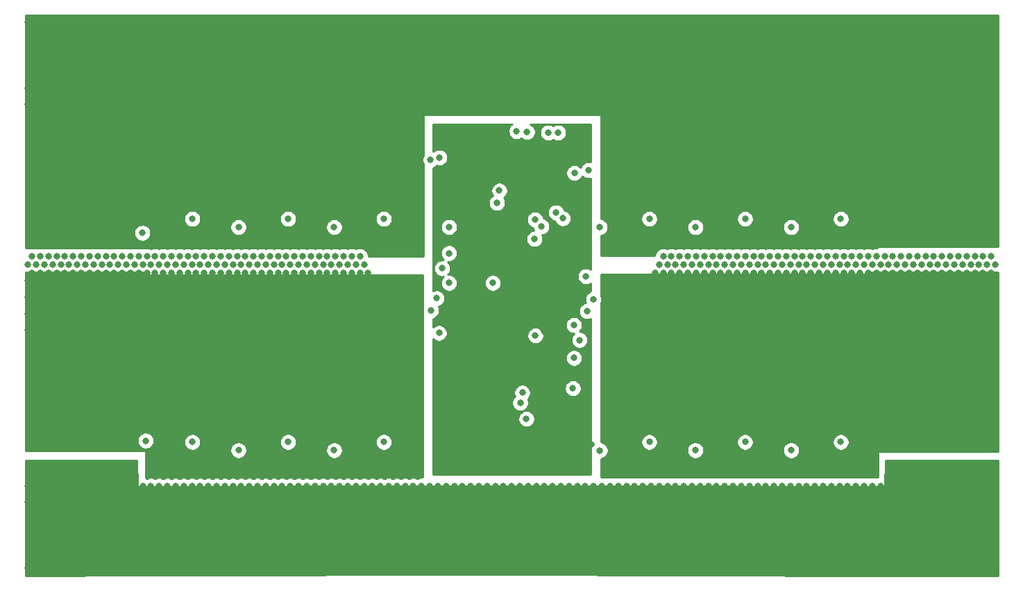
<source format=gbr>
%TF.GenerationSoftware,KiCad,Pcbnew,5.1.9*%
%TF.CreationDate,2021-04-12T01:52:26-03:00*%
%TF.ProjectId,Switches,53776974-6368-4657-932e-6b696361645f,rev?*%
%TF.SameCoordinates,Original*%
%TF.FileFunction,Copper,L2,Inr*%
%TF.FilePolarity,Positive*%
%FSLAX46Y46*%
G04 Gerber Fmt 4.6, Leading zero omitted, Abs format (unit mm)*
G04 Created by KiCad (PCBNEW 5.1.9) date 2021-04-12 01:52:26*
%MOMM*%
%LPD*%
G01*
G04 APERTURE LIST*
%TA.AperFunction,ComponentPad*%
%ADD10C,0.600000*%
%TD*%
%TA.AperFunction,ComponentPad*%
%ADD11C,5.000000*%
%TD*%
%TA.AperFunction,ComponentPad*%
%ADD12C,0.500000*%
%TD*%
%TA.AperFunction,ViaPad*%
%ADD13C,0.800000*%
%TD*%
%TA.AperFunction,Conductor*%
%ADD14C,0.254000*%
%TD*%
%TA.AperFunction,Conductor*%
%ADD15C,0.100000*%
%TD*%
G04 APERTURE END LIST*
D10*
%TO.N,/SL2*%
%TO.C,Q112*%
X206800000Y-108250000D03*
X206800000Y-109250000D03*
X196800000Y-109250000D03*
X196800000Y-108250000D03*
X199300000Y-108750000D03*
X204800000Y-109250000D03*
X200300000Y-108750000D03*
X199800000Y-108250000D03*
X205800000Y-108250000D03*
X198800000Y-108250000D03*
X197300000Y-108750000D03*
X197800000Y-108250000D03*
X199800000Y-109250000D03*
X204800000Y-108250000D03*
X205300000Y-108750000D03*
X203800000Y-109250000D03*
X202300000Y-108750000D03*
X200800000Y-109250000D03*
X203300000Y-108750000D03*
X202800000Y-109250000D03*
X201300000Y-108750000D03*
X201800000Y-108250000D03*
X197800000Y-109250000D03*
X200800000Y-108250000D03*
X198800000Y-109250000D03*
X201800000Y-109250000D03*
X206300000Y-108750000D03*
X202800000Y-108250000D03*
X204300000Y-108750000D03*
X205800000Y-109250000D03*
X198300000Y-108750000D03*
X203800000Y-108250000D03*
X199300000Y-111750000D03*
X198300000Y-110750000D03*
X204800000Y-112250000D03*
X205300000Y-109750000D03*
X198800000Y-110250000D03*
X200300000Y-111750000D03*
X203300000Y-109750000D03*
X198300000Y-109750000D03*
X199800000Y-111250000D03*
X203300000Y-110750000D03*
X205800000Y-111250000D03*
X202300000Y-109750000D03*
X197800000Y-110250000D03*
X198800000Y-111250000D03*
X202300000Y-110750000D03*
X197800000Y-111250000D03*
X199800000Y-112250000D03*
X203800000Y-110250000D03*
X204800000Y-111250000D03*
X204800000Y-110250000D03*
X205300000Y-110750000D03*
X205300000Y-111750000D03*
X203800000Y-112250000D03*
X200300000Y-109750000D03*
X202300000Y-111750000D03*
X200800000Y-112250000D03*
X203300000Y-111750000D03*
X202800000Y-112250000D03*
X201800000Y-110250000D03*
X199300000Y-109750000D03*
X201300000Y-111750000D03*
X201800000Y-111250000D03*
X201300000Y-109750000D03*
X197800000Y-112250000D03*
X200300000Y-110750000D03*
X200800000Y-111250000D03*
X200800000Y-110250000D03*
X202800000Y-110250000D03*
X198800000Y-112250000D03*
X201800000Y-112250000D03*
X204300000Y-109750000D03*
X204300000Y-110750000D03*
X201300000Y-110750000D03*
X202800000Y-111250000D03*
X199800000Y-110250000D03*
X204300000Y-111750000D03*
X199300000Y-110750000D03*
X205800000Y-112250000D03*
X205800000Y-110250000D03*
X198300000Y-111750000D03*
X203800000Y-111250000D03*
X206300000Y-114750000D03*
X206300000Y-112750000D03*
X205800000Y-113250000D03*
X205800000Y-115250000D03*
X206300000Y-115750000D03*
X205800000Y-114250000D03*
X206300000Y-113750000D03*
X205300000Y-114750000D03*
X205300000Y-112750000D03*
X204800000Y-113250000D03*
X204800000Y-115250000D03*
X205300000Y-115750000D03*
X204800000Y-114250000D03*
X205300000Y-113750000D03*
X204300000Y-114750000D03*
X204300000Y-112750000D03*
X203800000Y-113250000D03*
X203800000Y-115250000D03*
X204300000Y-115750000D03*
X203800000Y-114250000D03*
X204300000Y-113750000D03*
X203300000Y-114750000D03*
X203300000Y-112750000D03*
X202800000Y-113250000D03*
X202800000Y-115250000D03*
X203300000Y-115750000D03*
X202800000Y-114250000D03*
X203300000Y-113750000D03*
X202300000Y-114750000D03*
X202300000Y-112750000D03*
X201800000Y-113250000D03*
X201800000Y-115250000D03*
X202300000Y-115750000D03*
X201800000Y-114250000D03*
X202300000Y-113750000D03*
X201300000Y-114750000D03*
X201300000Y-112750000D03*
X200800000Y-113250000D03*
X200800000Y-115250000D03*
X201300000Y-115750000D03*
X200800000Y-114250000D03*
X201300000Y-113750000D03*
X200300000Y-114750000D03*
X200300000Y-112750000D03*
X199800000Y-113250000D03*
X199800000Y-115250000D03*
X200300000Y-115750000D03*
X199800000Y-114250000D03*
X200300000Y-113750000D03*
X199300000Y-114750000D03*
X199300000Y-112750000D03*
X198800000Y-113250000D03*
X198800000Y-115250000D03*
X199300000Y-115750000D03*
X198800000Y-114250000D03*
X199300000Y-113750000D03*
X198300000Y-112750000D03*
X198300000Y-113750000D03*
X197800000Y-113250000D03*
X197800000Y-114250000D03*
X197800000Y-115250000D03*
X198300000Y-114750000D03*
X198300000Y-115750000D03*
X197300000Y-112750000D03*
X197300000Y-113750000D03*
X197300000Y-115750000D03*
X197300000Y-114750000D03*
%TD*%
%TO.N,/SL2*%
%TO.C,Q111*%
X195125000Y-108250000D03*
X195125000Y-109250000D03*
X185125000Y-109250000D03*
X185125000Y-108250000D03*
X187625000Y-108750000D03*
X193125000Y-109250000D03*
X188625000Y-108750000D03*
X188125000Y-108250000D03*
X194125000Y-108250000D03*
X187125000Y-108250000D03*
X185625000Y-108750000D03*
X186125000Y-108250000D03*
X188125000Y-109250000D03*
X193125000Y-108250000D03*
X193625000Y-108750000D03*
X192125000Y-109250000D03*
X190625000Y-108750000D03*
X189125000Y-109250000D03*
X191625000Y-108750000D03*
X191125000Y-109250000D03*
X189625000Y-108750000D03*
X190125000Y-108250000D03*
X186125000Y-109250000D03*
X189125000Y-108250000D03*
X187125000Y-109250000D03*
X190125000Y-109250000D03*
X194625000Y-108750000D03*
X191125000Y-108250000D03*
X192625000Y-108750000D03*
X194125000Y-109250000D03*
X186625000Y-108750000D03*
X192125000Y-108250000D03*
X187625000Y-111750000D03*
X186625000Y-110750000D03*
X193125000Y-112250000D03*
X193625000Y-109750000D03*
X187125000Y-110250000D03*
X188625000Y-111750000D03*
X191625000Y-109750000D03*
X186625000Y-109750000D03*
X188125000Y-111250000D03*
X191625000Y-110750000D03*
X194125000Y-111250000D03*
X190625000Y-109750000D03*
X186125000Y-110250000D03*
X187125000Y-111250000D03*
X190625000Y-110750000D03*
X186125000Y-111250000D03*
X188125000Y-112250000D03*
X192125000Y-110250000D03*
X193125000Y-111250000D03*
X193125000Y-110250000D03*
X193625000Y-110750000D03*
X193625000Y-111750000D03*
X192125000Y-112250000D03*
X188625000Y-109750000D03*
X190625000Y-111750000D03*
X189125000Y-112250000D03*
X191625000Y-111750000D03*
X191125000Y-112250000D03*
X190125000Y-110250000D03*
X187625000Y-109750000D03*
X189625000Y-111750000D03*
X190125000Y-111250000D03*
X189625000Y-109750000D03*
X186125000Y-112250000D03*
X188625000Y-110750000D03*
X189125000Y-111250000D03*
X189125000Y-110250000D03*
X191125000Y-110250000D03*
X187125000Y-112250000D03*
X190125000Y-112250000D03*
X192625000Y-109750000D03*
X192625000Y-110750000D03*
X189625000Y-110750000D03*
X191125000Y-111250000D03*
X188125000Y-110250000D03*
X192625000Y-111750000D03*
X187625000Y-110750000D03*
X194125000Y-112250000D03*
X194125000Y-110250000D03*
X186625000Y-111750000D03*
X192125000Y-111250000D03*
X194625000Y-114750000D03*
X194625000Y-112750000D03*
X194125000Y-113250000D03*
X194125000Y-115250000D03*
X194625000Y-115750000D03*
X194125000Y-114250000D03*
X194625000Y-113750000D03*
X193625000Y-114750000D03*
X193625000Y-112750000D03*
X193125000Y-113250000D03*
X193125000Y-115250000D03*
X193625000Y-115750000D03*
X193125000Y-114250000D03*
X193625000Y-113750000D03*
X192625000Y-114750000D03*
X192625000Y-112750000D03*
X192125000Y-113250000D03*
X192125000Y-115250000D03*
X192625000Y-115750000D03*
X192125000Y-114250000D03*
X192625000Y-113750000D03*
X191625000Y-114750000D03*
X191625000Y-112750000D03*
X191125000Y-113250000D03*
X191125000Y-115250000D03*
X191625000Y-115750000D03*
X191125000Y-114250000D03*
X191625000Y-113750000D03*
X190625000Y-114750000D03*
X190625000Y-112750000D03*
X190125000Y-113250000D03*
X190125000Y-115250000D03*
X190625000Y-115750000D03*
X190125000Y-114250000D03*
X190625000Y-113750000D03*
X189625000Y-114750000D03*
X189625000Y-112750000D03*
X189125000Y-113250000D03*
X189125000Y-115250000D03*
X189625000Y-115750000D03*
X189125000Y-114250000D03*
X189625000Y-113750000D03*
X188625000Y-114750000D03*
X188625000Y-112750000D03*
X188125000Y-113250000D03*
X188125000Y-115250000D03*
X188625000Y-115750000D03*
X188125000Y-114250000D03*
X188625000Y-113750000D03*
X187625000Y-114750000D03*
X187625000Y-112750000D03*
X187125000Y-113250000D03*
X187125000Y-115250000D03*
X187625000Y-115750000D03*
X187125000Y-114250000D03*
X187625000Y-113750000D03*
X186625000Y-112750000D03*
X186625000Y-113750000D03*
X186125000Y-113250000D03*
X186125000Y-114250000D03*
X186125000Y-115250000D03*
X186625000Y-114750000D03*
X186625000Y-115750000D03*
X185625000Y-112750000D03*
X185625000Y-113750000D03*
X185625000Y-115750000D03*
X185625000Y-114750000D03*
%TD*%
%TO.N,/SL2*%
%TO.C,Q110*%
X183450000Y-108250000D03*
X183450000Y-109250000D03*
X173450000Y-109250000D03*
X173450000Y-108250000D03*
X175950000Y-108750000D03*
X181450000Y-109250000D03*
X176950000Y-108750000D03*
X176450000Y-108250000D03*
X182450000Y-108250000D03*
X175450000Y-108250000D03*
X173950000Y-108750000D03*
X174450000Y-108250000D03*
X176450000Y-109250000D03*
X181450000Y-108250000D03*
X181950000Y-108750000D03*
X180450000Y-109250000D03*
X178950000Y-108750000D03*
X177450000Y-109250000D03*
X179950000Y-108750000D03*
X179450000Y-109250000D03*
X177950000Y-108750000D03*
X178450000Y-108250000D03*
X174450000Y-109250000D03*
X177450000Y-108250000D03*
X175450000Y-109250000D03*
X178450000Y-109250000D03*
X182950000Y-108750000D03*
X179450000Y-108250000D03*
X180950000Y-108750000D03*
X182450000Y-109250000D03*
X174950000Y-108750000D03*
X180450000Y-108250000D03*
X175950000Y-111750000D03*
X174950000Y-110750000D03*
X181450000Y-112250000D03*
X181950000Y-109750000D03*
X175450000Y-110250000D03*
X176950000Y-111750000D03*
X179950000Y-109750000D03*
X174950000Y-109750000D03*
X176450000Y-111250000D03*
X179950000Y-110750000D03*
X182450000Y-111250000D03*
X178950000Y-109750000D03*
X174450000Y-110250000D03*
X175450000Y-111250000D03*
X178950000Y-110750000D03*
X174450000Y-111250000D03*
X176450000Y-112250000D03*
X180450000Y-110250000D03*
X181450000Y-111250000D03*
X181450000Y-110250000D03*
X181950000Y-110750000D03*
X181950000Y-111750000D03*
X180450000Y-112250000D03*
X176950000Y-109750000D03*
X178950000Y-111750000D03*
X177450000Y-112250000D03*
X179950000Y-111750000D03*
X179450000Y-112250000D03*
X178450000Y-110250000D03*
X175950000Y-109750000D03*
X177950000Y-111750000D03*
X178450000Y-111250000D03*
X177950000Y-109750000D03*
X174450000Y-112250000D03*
X176950000Y-110750000D03*
X177450000Y-111250000D03*
X177450000Y-110250000D03*
X179450000Y-110250000D03*
X175450000Y-112250000D03*
X178450000Y-112250000D03*
X180950000Y-109750000D03*
X180950000Y-110750000D03*
X177950000Y-110750000D03*
X179450000Y-111250000D03*
X176450000Y-110250000D03*
X180950000Y-111750000D03*
X175950000Y-110750000D03*
X182450000Y-112250000D03*
X182450000Y-110250000D03*
X174950000Y-111750000D03*
X180450000Y-111250000D03*
X182950000Y-114750000D03*
X182950000Y-112750000D03*
X182450000Y-113250000D03*
X182450000Y-115250000D03*
X182950000Y-115750000D03*
X182450000Y-114250000D03*
X182950000Y-113750000D03*
X181950000Y-114750000D03*
X181950000Y-112750000D03*
X181450000Y-113250000D03*
X181450000Y-115250000D03*
X181950000Y-115750000D03*
X181450000Y-114250000D03*
X181950000Y-113750000D03*
X180950000Y-114750000D03*
X180950000Y-112750000D03*
X180450000Y-113250000D03*
X180450000Y-115250000D03*
X180950000Y-115750000D03*
X180450000Y-114250000D03*
X180950000Y-113750000D03*
X179950000Y-114750000D03*
X179950000Y-112750000D03*
X179450000Y-113250000D03*
X179450000Y-115250000D03*
X179950000Y-115750000D03*
X179450000Y-114250000D03*
X179950000Y-113750000D03*
X178950000Y-114750000D03*
X178950000Y-112750000D03*
X178450000Y-113250000D03*
X178450000Y-115250000D03*
X178950000Y-115750000D03*
X178450000Y-114250000D03*
X178950000Y-113750000D03*
X177950000Y-114750000D03*
X177950000Y-112750000D03*
X177450000Y-113250000D03*
X177450000Y-115250000D03*
X177950000Y-115750000D03*
X177450000Y-114250000D03*
X177950000Y-113750000D03*
X176950000Y-114750000D03*
X176950000Y-112750000D03*
X176450000Y-113250000D03*
X176450000Y-115250000D03*
X176950000Y-115750000D03*
X176450000Y-114250000D03*
X176950000Y-113750000D03*
X175950000Y-114750000D03*
X175950000Y-112750000D03*
X175450000Y-113250000D03*
X175450000Y-115250000D03*
X175950000Y-115750000D03*
X175450000Y-114250000D03*
X175950000Y-113750000D03*
X174950000Y-112750000D03*
X174950000Y-113750000D03*
X174450000Y-113250000D03*
X174450000Y-114250000D03*
X174450000Y-115250000D03*
X174950000Y-114750000D03*
X174950000Y-115750000D03*
X173950000Y-112750000D03*
X173950000Y-113750000D03*
X173950000Y-115750000D03*
X173950000Y-114750000D03*
%TD*%
%TO.N,/SL1*%
%TO.C,Q109*%
X151050000Y-108250000D03*
X151050000Y-109250000D03*
X141050000Y-109250000D03*
X141050000Y-108250000D03*
X143550000Y-108750000D03*
X149050000Y-109250000D03*
X144550000Y-108750000D03*
X144050000Y-108250000D03*
X150050000Y-108250000D03*
X143050000Y-108250000D03*
X141550000Y-108750000D03*
X142050000Y-108250000D03*
X144050000Y-109250000D03*
X149050000Y-108250000D03*
X149550000Y-108750000D03*
X148050000Y-109250000D03*
X146550000Y-108750000D03*
X145050000Y-109250000D03*
X147550000Y-108750000D03*
X147050000Y-109250000D03*
X145550000Y-108750000D03*
X146050000Y-108250000D03*
X142050000Y-109250000D03*
X145050000Y-108250000D03*
X143050000Y-109250000D03*
X146050000Y-109250000D03*
X150550000Y-108750000D03*
X147050000Y-108250000D03*
X148550000Y-108750000D03*
X150050000Y-109250000D03*
X142550000Y-108750000D03*
X148050000Y-108250000D03*
X143550000Y-111750000D03*
X142550000Y-110750000D03*
X149050000Y-112250000D03*
X149550000Y-109750000D03*
X143050000Y-110250000D03*
X144550000Y-111750000D03*
X147550000Y-109750000D03*
X142550000Y-109750000D03*
X144050000Y-111250000D03*
X147550000Y-110750000D03*
X150050000Y-111250000D03*
X146550000Y-109750000D03*
X142050000Y-110250000D03*
X143050000Y-111250000D03*
X146550000Y-110750000D03*
X142050000Y-111250000D03*
X144050000Y-112250000D03*
X148050000Y-110250000D03*
X149050000Y-111250000D03*
X149050000Y-110250000D03*
X149550000Y-110750000D03*
X149550000Y-111750000D03*
X148050000Y-112250000D03*
X144550000Y-109750000D03*
X146550000Y-111750000D03*
X145050000Y-112250000D03*
X147550000Y-111750000D03*
X147050000Y-112250000D03*
X146050000Y-110250000D03*
X143550000Y-109750000D03*
X145550000Y-111750000D03*
X146050000Y-111250000D03*
X145550000Y-109750000D03*
X142050000Y-112250000D03*
X144550000Y-110750000D03*
X145050000Y-111250000D03*
X145050000Y-110250000D03*
X147050000Y-110250000D03*
X143050000Y-112250000D03*
X146050000Y-112250000D03*
X148550000Y-109750000D03*
X148550000Y-110750000D03*
X145550000Y-110750000D03*
X147050000Y-111250000D03*
X144050000Y-110250000D03*
X148550000Y-111750000D03*
X143550000Y-110750000D03*
X150050000Y-112250000D03*
X150050000Y-110250000D03*
X142550000Y-111750000D03*
X148050000Y-111250000D03*
X150550000Y-114750000D03*
X150550000Y-112750000D03*
X150050000Y-113250000D03*
X150050000Y-115250000D03*
X150550000Y-115750000D03*
X150050000Y-114250000D03*
X150550000Y-113750000D03*
X149550000Y-114750000D03*
X149550000Y-112750000D03*
X149050000Y-113250000D03*
X149050000Y-115250000D03*
X149550000Y-115750000D03*
X149050000Y-114250000D03*
X149550000Y-113750000D03*
X148550000Y-114750000D03*
X148550000Y-112750000D03*
X148050000Y-113250000D03*
X148050000Y-115250000D03*
X148550000Y-115750000D03*
X148050000Y-114250000D03*
X148550000Y-113750000D03*
X147550000Y-114750000D03*
X147550000Y-112750000D03*
X147050000Y-113250000D03*
X147050000Y-115250000D03*
X147550000Y-115750000D03*
X147050000Y-114250000D03*
X147550000Y-113750000D03*
X146550000Y-114750000D03*
X146550000Y-112750000D03*
X146050000Y-113250000D03*
X146050000Y-115250000D03*
X146550000Y-115750000D03*
X146050000Y-114250000D03*
X146550000Y-113750000D03*
X145550000Y-114750000D03*
X145550000Y-112750000D03*
X145050000Y-113250000D03*
X145050000Y-115250000D03*
X145550000Y-115750000D03*
X145050000Y-114250000D03*
X145550000Y-113750000D03*
X144550000Y-114750000D03*
X144550000Y-112750000D03*
X144050000Y-113250000D03*
X144050000Y-115250000D03*
X144550000Y-115750000D03*
X144050000Y-114250000D03*
X144550000Y-113750000D03*
X143550000Y-114750000D03*
X143550000Y-112750000D03*
X143050000Y-113250000D03*
X143050000Y-115250000D03*
X143550000Y-115750000D03*
X143050000Y-114250000D03*
X143550000Y-113750000D03*
X142550000Y-112750000D03*
X142550000Y-113750000D03*
X142050000Y-113250000D03*
X142050000Y-114250000D03*
X142050000Y-115250000D03*
X142550000Y-114750000D03*
X142550000Y-115750000D03*
X141550000Y-112750000D03*
X141550000Y-113750000D03*
X141550000Y-115750000D03*
X141550000Y-114750000D03*
%TD*%
%TO.N,/SL1*%
%TO.C,Q108*%
X139375000Y-108250000D03*
X139375000Y-109250000D03*
X129375000Y-109250000D03*
X129375000Y-108250000D03*
X131875000Y-108750000D03*
X137375000Y-109250000D03*
X132875000Y-108750000D03*
X132375000Y-108250000D03*
X138375000Y-108250000D03*
X131375000Y-108250000D03*
X129875000Y-108750000D03*
X130375000Y-108250000D03*
X132375000Y-109250000D03*
X137375000Y-108250000D03*
X137875000Y-108750000D03*
X136375000Y-109250000D03*
X134875000Y-108750000D03*
X133375000Y-109250000D03*
X135875000Y-108750000D03*
X135375000Y-109250000D03*
X133875000Y-108750000D03*
X134375000Y-108250000D03*
X130375000Y-109250000D03*
X133375000Y-108250000D03*
X131375000Y-109250000D03*
X134375000Y-109250000D03*
X138875000Y-108750000D03*
X135375000Y-108250000D03*
X136875000Y-108750000D03*
X138375000Y-109250000D03*
X130875000Y-108750000D03*
X136375000Y-108250000D03*
X131875000Y-111750000D03*
X130875000Y-110750000D03*
X137375000Y-112250000D03*
X137875000Y-109750000D03*
X131375000Y-110250000D03*
X132875000Y-111750000D03*
X135875000Y-109750000D03*
X130875000Y-109750000D03*
X132375000Y-111250000D03*
X135875000Y-110750000D03*
X138375000Y-111250000D03*
X134875000Y-109750000D03*
X130375000Y-110250000D03*
X131375000Y-111250000D03*
X134875000Y-110750000D03*
X130375000Y-111250000D03*
X132375000Y-112250000D03*
X136375000Y-110250000D03*
X137375000Y-111250000D03*
X137375000Y-110250000D03*
X137875000Y-110750000D03*
X137875000Y-111750000D03*
X136375000Y-112250000D03*
X132875000Y-109750000D03*
X134875000Y-111750000D03*
X133375000Y-112250000D03*
X135875000Y-111750000D03*
X135375000Y-112250000D03*
X134375000Y-110250000D03*
X131875000Y-109750000D03*
X133875000Y-111750000D03*
X134375000Y-111250000D03*
X133875000Y-109750000D03*
X130375000Y-112250000D03*
X132875000Y-110750000D03*
X133375000Y-111250000D03*
X133375000Y-110250000D03*
X135375000Y-110250000D03*
X131375000Y-112250000D03*
X134375000Y-112250000D03*
X136875000Y-109750000D03*
X136875000Y-110750000D03*
X133875000Y-110750000D03*
X135375000Y-111250000D03*
X132375000Y-110250000D03*
X136875000Y-111750000D03*
X131875000Y-110750000D03*
X138375000Y-112250000D03*
X138375000Y-110250000D03*
X130875000Y-111750000D03*
X136375000Y-111250000D03*
X138875000Y-114750000D03*
X138875000Y-112750000D03*
X138375000Y-113250000D03*
X138375000Y-115250000D03*
X138875000Y-115750000D03*
X138375000Y-114250000D03*
X138875000Y-113750000D03*
X137875000Y-114750000D03*
X137875000Y-112750000D03*
X137375000Y-113250000D03*
X137375000Y-115250000D03*
X137875000Y-115750000D03*
X137375000Y-114250000D03*
X137875000Y-113750000D03*
X136875000Y-114750000D03*
X136875000Y-112750000D03*
X136375000Y-113250000D03*
X136375000Y-115250000D03*
X136875000Y-115750000D03*
X136375000Y-114250000D03*
X136875000Y-113750000D03*
X135875000Y-114750000D03*
X135875000Y-112750000D03*
X135375000Y-113250000D03*
X135375000Y-115250000D03*
X135875000Y-115750000D03*
X135375000Y-114250000D03*
X135875000Y-113750000D03*
X134875000Y-114750000D03*
X134875000Y-112750000D03*
X134375000Y-113250000D03*
X134375000Y-115250000D03*
X134875000Y-115750000D03*
X134375000Y-114250000D03*
X134875000Y-113750000D03*
X133875000Y-114750000D03*
X133875000Y-112750000D03*
X133375000Y-113250000D03*
X133375000Y-115250000D03*
X133875000Y-115750000D03*
X133375000Y-114250000D03*
X133875000Y-113750000D03*
X132875000Y-114750000D03*
X132875000Y-112750000D03*
X132375000Y-113250000D03*
X132375000Y-115250000D03*
X132875000Y-115750000D03*
X132375000Y-114250000D03*
X132875000Y-113750000D03*
X131875000Y-114750000D03*
X131875000Y-112750000D03*
X131375000Y-113250000D03*
X131375000Y-115250000D03*
X131875000Y-115750000D03*
X131375000Y-114250000D03*
X131875000Y-113750000D03*
X130875000Y-112750000D03*
X130875000Y-113750000D03*
X130375000Y-113250000D03*
X130375000Y-114250000D03*
X130375000Y-115250000D03*
X130875000Y-114750000D03*
X130875000Y-115750000D03*
X129875000Y-112750000D03*
X129875000Y-113750000D03*
X129875000Y-115750000D03*
X129875000Y-114750000D03*
%TD*%
%TO.N,/SL1*%
%TO.C,Q107*%
X127700000Y-108250000D03*
X127700000Y-109250000D03*
X117700000Y-109250000D03*
X117700000Y-108250000D03*
X120200000Y-108750000D03*
X125700000Y-109250000D03*
X121200000Y-108750000D03*
X120700000Y-108250000D03*
X126700000Y-108250000D03*
X119700000Y-108250000D03*
X118200000Y-108750000D03*
X118700000Y-108250000D03*
X120700000Y-109250000D03*
X125700000Y-108250000D03*
X126200000Y-108750000D03*
X124700000Y-109250000D03*
X123200000Y-108750000D03*
X121700000Y-109250000D03*
X124200000Y-108750000D03*
X123700000Y-109250000D03*
X122200000Y-108750000D03*
X122700000Y-108250000D03*
X118700000Y-109250000D03*
X121700000Y-108250000D03*
X119700000Y-109250000D03*
X122700000Y-109250000D03*
X127200000Y-108750000D03*
X123700000Y-108250000D03*
X125200000Y-108750000D03*
X126700000Y-109250000D03*
X119200000Y-108750000D03*
X124700000Y-108250000D03*
X120200000Y-111750000D03*
X119200000Y-110750000D03*
X125700000Y-112250000D03*
X126200000Y-109750000D03*
X119700000Y-110250000D03*
X121200000Y-111750000D03*
X124200000Y-109750000D03*
X119200000Y-109750000D03*
X120700000Y-111250000D03*
X124200000Y-110750000D03*
X126700000Y-111250000D03*
X123200000Y-109750000D03*
X118700000Y-110250000D03*
X119700000Y-111250000D03*
X123200000Y-110750000D03*
X118700000Y-111250000D03*
X120700000Y-112250000D03*
X124700000Y-110250000D03*
X125700000Y-111250000D03*
X125700000Y-110250000D03*
X126200000Y-110750000D03*
X126200000Y-111750000D03*
X124700000Y-112250000D03*
X121200000Y-109750000D03*
X123200000Y-111750000D03*
X121700000Y-112250000D03*
X124200000Y-111750000D03*
X123700000Y-112250000D03*
X122700000Y-110250000D03*
X120200000Y-109750000D03*
X122200000Y-111750000D03*
X122700000Y-111250000D03*
X122200000Y-109750000D03*
X118700000Y-112250000D03*
X121200000Y-110750000D03*
X121700000Y-111250000D03*
X121700000Y-110250000D03*
X123700000Y-110250000D03*
X119700000Y-112250000D03*
X122700000Y-112250000D03*
X125200000Y-109750000D03*
X125200000Y-110750000D03*
X122200000Y-110750000D03*
X123700000Y-111250000D03*
X120700000Y-110250000D03*
X125200000Y-111750000D03*
X120200000Y-110750000D03*
X126700000Y-112250000D03*
X126700000Y-110250000D03*
X119200000Y-111750000D03*
X124700000Y-111250000D03*
X127200000Y-114750000D03*
X127200000Y-112750000D03*
X126700000Y-113250000D03*
X126700000Y-115250000D03*
X127200000Y-115750000D03*
X126700000Y-114250000D03*
X127200000Y-113750000D03*
X126200000Y-114750000D03*
X126200000Y-112750000D03*
X125700000Y-113250000D03*
X125700000Y-115250000D03*
X126200000Y-115750000D03*
X125700000Y-114250000D03*
X126200000Y-113750000D03*
X125200000Y-114750000D03*
X125200000Y-112750000D03*
X124700000Y-113250000D03*
X124700000Y-115250000D03*
X125200000Y-115750000D03*
X124700000Y-114250000D03*
X125200000Y-113750000D03*
X124200000Y-114750000D03*
X124200000Y-112750000D03*
X123700000Y-113250000D03*
X123700000Y-115250000D03*
X124200000Y-115750000D03*
X123700000Y-114250000D03*
X124200000Y-113750000D03*
X123200000Y-114750000D03*
X123200000Y-112750000D03*
X122700000Y-113250000D03*
X122700000Y-115250000D03*
X123200000Y-115750000D03*
X122700000Y-114250000D03*
X123200000Y-113750000D03*
X122200000Y-114750000D03*
X122200000Y-112750000D03*
X121700000Y-113250000D03*
X121700000Y-115250000D03*
X122200000Y-115750000D03*
X121700000Y-114250000D03*
X122200000Y-113750000D03*
X121200000Y-114750000D03*
X121200000Y-112750000D03*
X120700000Y-113250000D03*
X120700000Y-115250000D03*
X121200000Y-115750000D03*
X120700000Y-114250000D03*
X121200000Y-113750000D03*
X120200000Y-114750000D03*
X120200000Y-112750000D03*
X119700000Y-113250000D03*
X119700000Y-115250000D03*
X120200000Y-115750000D03*
X119700000Y-114250000D03*
X120200000Y-113750000D03*
X119200000Y-112750000D03*
X119200000Y-113750000D03*
X118700000Y-113250000D03*
X118700000Y-114250000D03*
X118700000Y-115250000D03*
X119200000Y-114750000D03*
X119200000Y-115750000D03*
X118200000Y-112750000D03*
X118200000Y-113750000D03*
X118200000Y-115750000D03*
X118200000Y-114750000D03*
%TD*%
%TO.N,+BATT*%
%TO.C,Q106*%
X206800000Y-81050000D03*
X206800000Y-82050000D03*
X196800000Y-82050000D03*
X196800000Y-81050000D03*
X199300000Y-81550000D03*
X204800000Y-82050000D03*
X200300000Y-81550000D03*
X199800000Y-81050000D03*
X205800000Y-81050000D03*
X198800000Y-81050000D03*
X197300000Y-81550000D03*
X197800000Y-81050000D03*
X199800000Y-82050000D03*
X204800000Y-81050000D03*
X205300000Y-81550000D03*
X203800000Y-82050000D03*
X202300000Y-81550000D03*
X200800000Y-82050000D03*
X203300000Y-81550000D03*
X202800000Y-82050000D03*
X201300000Y-81550000D03*
X201800000Y-81050000D03*
X197800000Y-82050000D03*
X200800000Y-81050000D03*
X198800000Y-82050000D03*
X201800000Y-82050000D03*
X206300000Y-81550000D03*
X202800000Y-81050000D03*
X204300000Y-81550000D03*
X205800000Y-82050000D03*
X198300000Y-81550000D03*
X203800000Y-81050000D03*
X199300000Y-84550000D03*
X198300000Y-83550000D03*
X204800000Y-85050000D03*
X205300000Y-82550000D03*
X198800000Y-83050000D03*
X200300000Y-84550000D03*
X203300000Y-82550000D03*
X198300000Y-82550000D03*
X199800000Y-84050000D03*
X203300000Y-83550000D03*
X205800000Y-84050000D03*
X202300000Y-82550000D03*
X197800000Y-83050000D03*
X198800000Y-84050000D03*
X202300000Y-83550000D03*
X197800000Y-84050000D03*
X199800000Y-85050000D03*
X203800000Y-83050000D03*
X204800000Y-84050000D03*
X204800000Y-83050000D03*
X205300000Y-83550000D03*
X205300000Y-84550000D03*
X203800000Y-85050000D03*
X200300000Y-82550000D03*
X202300000Y-84550000D03*
X200800000Y-85050000D03*
X203300000Y-84550000D03*
X202800000Y-85050000D03*
X201800000Y-83050000D03*
X199300000Y-82550000D03*
X201300000Y-84550000D03*
X201800000Y-84050000D03*
X201300000Y-82550000D03*
X197800000Y-85050000D03*
X200300000Y-83550000D03*
X200800000Y-84050000D03*
X200800000Y-83050000D03*
X202800000Y-83050000D03*
X198800000Y-85050000D03*
X201800000Y-85050000D03*
X204300000Y-82550000D03*
X204300000Y-83550000D03*
X201300000Y-83550000D03*
X202800000Y-84050000D03*
X199800000Y-83050000D03*
X204300000Y-84550000D03*
X199300000Y-83550000D03*
X205800000Y-85050000D03*
X205800000Y-83050000D03*
X198300000Y-84550000D03*
X203800000Y-84050000D03*
X206300000Y-87550000D03*
X206300000Y-85550000D03*
X205800000Y-86050000D03*
X205800000Y-88050000D03*
X206300000Y-88550000D03*
X205800000Y-87050000D03*
X206300000Y-86550000D03*
X205300000Y-87550000D03*
X205300000Y-85550000D03*
X204800000Y-86050000D03*
X204800000Y-88050000D03*
X205300000Y-88550000D03*
X204800000Y-87050000D03*
X205300000Y-86550000D03*
X204300000Y-87550000D03*
X204300000Y-85550000D03*
X203800000Y-86050000D03*
X203800000Y-88050000D03*
X204300000Y-88550000D03*
X203800000Y-87050000D03*
X204300000Y-86550000D03*
X203300000Y-87550000D03*
X203300000Y-85550000D03*
X202800000Y-86050000D03*
X202800000Y-88050000D03*
X203300000Y-88550000D03*
X202800000Y-87050000D03*
X203300000Y-86550000D03*
X202300000Y-87550000D03*
X202300000Y-85550000D03*
X201800000Y-86050000D03*
X201800000Y-88050000D03*
X202300000Y-88550000D03*
X201800000Y-87050000D03*
X202300000Y-86550000D03*
X201300000Y-87550000D03*
X201300000Y-85550000D03*
X200800000Y-86050000D03*
X200800000Y-88050000D03*
X201300000Y-88550000D03*
X200800000Y-87050000D03*
X201300000Y-86550000D03*
X200300000Y-87550000D03*
X200300000Y-85550000D03*
X199800000Y-86050000D03*
X199800000Y-88050000D03*
X200300000Y-88550000D03*
X199800000Y-87050000D03*
X200300000Y-86550000D03*
X199300000Y-87550000D03*
X199300000Y-85550000D03*
X198800000Y-86050000D03*
X198800000Y-88050000D03*
X199300000Y-88550000D03*
X198800000Y-87050000D03*
X199300000Y-86550000D03*
X198300000Y-85550000D03*
X198300000Y-86550000D03*
X197800000Y-86050000D03*
X197800000Y-87050000D03*
X197800000Y-88050000D03*
X198300000Y-87550000D03*
X198300000Y-88550000D03*
X197300000Y-85550000D03*
X197300000Y-86550000D03*
X197300000Y-88550000D03*
X197300000Y-87550000D03*
%TD*%
%TO.N,+BATT*%
%TO.C,Q105*%
X195125000Y-81050000D03*
X195125000Y-82050000D03*
X185125000Y-82050000D03*
X185125000Y-81050000D03*
X187625000Y-81550000D03*
X193125000Y-82050000D03*
X188625000Y-81550000D03*
X188125000Y-81050000D03*
X194125000Y-81050000D03*
X187125000Y-81050000D03*
X185625000Y-81550000D03*
X186125000Y-81050000D03*
X188125000Y-82050000D03*
X193125000Y-81050000D03*
X193625000Y-81550000D03*
X192125000Y-82050000D03*
X190625000Y-81550000D03*
X189125000Y-82050000D03*
X191625000Y-81550000D03*
X191125000Y-82050000D03*
X189625000Y-81550000D03*
X190125000Y-81050000D03*
X186125000Y-82050000D03*
X189125000Y-81050000D03*
X187125000Y-82050000D03*
X190125000Y-82050000D03*
X194625000Y-81550000D03*
X191125000Y-81050000D03*
X192625000Y-81550000D03*
X194125000Y-82050000D03*
X186625000Y-81550000D03*
X192125000Y-81050000D03*
X187625000Y-84550000D03*
X186625000Y-83550000D03*
X193125000Y-85050000D03*
X193625000Y-82550000D03*
X187125000Y-83050000D03*
X188625000Y-84550000D03*
X191625000Y-82550000D03*
X186625000Y-82550000D03*
X188125000Y-84050000D03*
X191625000Y-83550000D03*
X194125000Y-84050000D03*
X190625000Y-82550000D03*
X186125000Y-83050000D03*
X187125000Y-84050000D03*
X190625000Y-83550000D03*
X186125000Y-84050000D03*
X188125000Y-85050000D03*
X192125000Y-83050000D03*
X193125000Y-84050000D03*
X193125000Y-83050000D03*
X193625000Y-83550000D03*
X193625000Y-84550000D03*
X192125000Y-85050000D03*
X188625000Y-82550000D03*
X190625000Y-84550000D03*
X189125000Y-85050000D03*
X191625000Y-84550000D03*
X191125000Y-85050000D03*
X190125000Y-83050000D03*
X187625000Y-82550000D03*
X189625000Y-84550000D03*
X190125000Y-84050000D03*
X189625000Y-82550000D03*
X186125000Y-85050000D03*
X188625000Y-83550000D03*
X189125000Y-84050000D03*
X189125000Y-83050000D03*
X191125000Y-83050000D03*
X187125000Y-85050000D03*
X190125000Y-85050000D03*
X192625000Y-82550000D03*
X192625000Y-83550000D03*
X189625000Y-83550000D03*
X191125000Y-84050000D03*
X188125000Y-83050000D03*
X192625000Y-84550000D03*
X187625000Y-83550000D03*
X194125000Y-85050000D03*
X194125000Y-83050000D03*
X186625000Y-84550000D03*
X192125000Y-84050000D03*
X194625000Y-87550000D03*
X194625000Y-85550000D03*
X194125000Y-86050000D03*
X194125000Y-88050000D03*
X194625000Y-88550000D03*
X194125000Y-87050000D03*
X194625000Y-86550000D03*
X193625000Y-87550000D03*
X193625000Y-85550000D03*
X193125000Y-86050000D03*
X193125000Y-88050000D03*
X193625000Y-88550000D03*
X193125000Y-87050000D03*
X193625000Y-86550000D03*
X192625000Y-87550000D03*
X192625000Y-85550000D03*
X192125000Y-86050000D03*
X192125000Y-88050000D03*
X192625000Y-88550000D03*
X192125000Y-87050000D03*
X192625000Y-86550000D03*
X191625000Y-87550000D03*
X191625000Y-85550000D03*
X191125000Y-86050000D03*
X191125000Y-88050000D03*
X191625000Y-88550000D03*
X191125000Y-87050000D03*
X191625000Y-86550000D03*
X190625000Y-87550000D03*
X190625000Y-85550000D03*
X190125000Y-86050000D03*
X190125000Y-88050000D03*
X190625000Y-88550000D03*
X190125000Y-87050000D03*
X190625000Y-86550000D03*
X189625000Y-87550000D03*
X189625000Y-85550000D03*
X189125000Y-86050000D03*
X189125000Y-88050000D03*
X189625000Y-88550000D03*
X189125000Y-87050000D03*
X189625000Y-86550000D03*
X188625000Y-87550000D03*
X188625000Y-85550000D03*
X188125000Y-86050000D03*
X188125000Y-88050000D03*
X188625000Y-88550000D03*
X188125000Y-87050000D03*
X188625000Y-86550000D03*
X187625000Y-87550000D03*
X187625000Y-85550000D03*
X187125000Y-86050000D03*
X187125000Y-88050000D03*
X187625000Y-88550000D03*
X187125000Y-87050000D03*
X187625000Y-86550000D03*
X186625000Y-85550000D03*
X186625000Y-86550000D03*
X186125000Y-86050000D03*
X186125000Y-87050000D03*
X186125000Y-88050000D03*
X186625000Y-87550000D03*
X186625000Y-88550000D03*
X185625000Y-85550000D03*
X185625000Y-86550000D03*
X185625000Y-88550000D03*
X185625000Y-87550000D03*
%TD*%
%TO.N,+BATT*%
%TO.C,Q104*%
X183450000Y-81050000D03*
X183450000Y-82050000D03*
X173450000Y-82050000D03*
X173450000Y-81050000D03*
X175950000Y-81550000D03*
X181450000Y-82050000D03*
X176950000Y-81550000D03*
X176450000Y-81050000D03*
X182450000Y-81050000D03*
X175450000Y-81050000D03*
X173950000Y-81550000D03*
X174450000Y-81050000D03*
X176450000Y-82050000D03*
X181450000Y-81050000D03*
X181950000Y-81550000D03*
X180450000Y-82050000D03*
X178950000Y-81550000D03*
X177450000Y-82050000D03*
X179950000Y-81550000D03*
X179450000Y-82050000D03*
X177950000Y-81550000D03*
X178450000Y-81050000D03*
X174450000Y-82050000D03*
X177450000Y-81050000D03*
X175450000Y-82050000D03*
X178450000Y-82050000D03*
X182950000Y-81550000D03*
X179450000Y-81050000D03*
X180950000Y-81550000D03*
X182450000Y-82050000D03*
X174950000Y-81550000D03*
X180450000Y-81050000D03*
X175950000Y-84550000D03*
X174950000Y-83550000D03*
X181450000Y-85050000D03*
X181950000Y-82550000D03*
X175450000Y-83050000D03*
X176950000Y-84550000D03*
X179950000Y-82550000D03*
X174950000Y-82550000D03*
X176450000Y-84050000D03*
X179950000Y-83550000D03*
X182450000Y-84050000D03*
X178950000Y-82550000D03*
X174450000Y-83050000D03*
X175450000Y-84050000D03*
X178950000Y-83550000D03*
X174450000Y-84050000D03*
X176450000Y-85050000D03*
X180450000Y-83050000D03*
X181450000Y-84050000D03*
X181450000Y-83050000D03*
X181950000Y-83550000D03*
X181950000Y-84550000D03*
X180450000Y-85050000D03*
X176950000Y-82550000D03*
X178950000Y-84550000D03*
X177450000Y-85050000D03*
X179950000Y-84550000D03*
X179450000Y-85050000D03*
X178450000Y-83050000D03*
X175950000Y-82550000D03*
X177950000Y-84550000D03*
X178450000Y-84050000D03*
X177950000Y-82550000D03*
X174450000Y-85050000D03*
X176950000Y-83550000D03*
X177450000Y-84050000D03*
X177450000Y-83050000D03*
X179450000Y-83050000D03*
X175450000Y-85050000D03*
X178450000Y-85050000D03*
X180950000Y-82550000D03*
X180950000Y-83550000D03*
X177950000Y-83550000D03*
X179450000Y-84050000D03*
X176450000Y-83050000D03*
X180950000Y-84550000D03*
X175950000Y-83550000D03*
X182450000Y-85050000D03*
X182450000Y-83050000D03*
X174950000Y-84550000D03*
X180450000Y-84050000D03*
X182950000Y-87550000D03*
X182950000Y-85550000D03*
X182450000Y-86050000D03*
X182450000Y-88050000D03*
X182950000Y-88550000D03*
X182450000Y-87050000D03*
X182950000Y-86550000D03*
X181950000Y-87550000D03*
X181950000Y-85550000D03*
X181450000Y-86050000D03*
X181450000Y-88050000D03*
X181950000Y-88550000D03*
X181450000Y-87050000D03*
X181950000Y-86550000D03*
X180950000Y-87550000D03*
X180950000Y-85550000D03*
X180450000Y-86050000D03*
X180450000Y-88050000D03*
X180950000Y-88550000D03*
X180450000Y-87050000D03*
X180950000Y-86550000D03*
X179950000Y-87550000D03*
X179950000Y-85550000D03*
X179450000Y-86050000D03*
X179450000Y-88050000D03*
X179950000Y-88550000D03*
X179450000Y-87050000D03*
X179950000Y-86550000D03*
X178950000Y-87550000D03*
X178950000Y-85550000D03*
X178450000Y-86050000D03*
X178450000Y-88050000D03*
X178950000Y-88550000D03*
X178450000Y-87050000D03*
X178950000Y-86550000D03*
X177950000Y-87550000D03*
X177950000Y-85550000D03*
X177450000Y-86050000D03*
X177450000Y-88050000D03*
X177950000Y-88550000D03*
X177450000Y-87050000D03*
X177950000Y-86550000D03*
X176950000Y-87550000D03*
X176950000Y-85550000D03*
X176450000Y-86050000D03*
X176450000Y-88050000D03*
X176950000Y-88550000D03*
X176450000Y-87050000D03*
X176950000Y-86550000D03*
X175950000Y-87550000D03*
X175950000Y-85550000D03*
X175450000Y-86050000D03*
X175450000Y-88050000D03*
X175950000Y-88550000D03*
X175450000Y-87050000D03*
X175950000Y-86550000D03*
X174950000Y-85550000D03*
X174950000Y-86550000D03*
X174450000Y-86050000D03*
X174450000Y-87050000D03*
X174450000Y-88050000D03*
X174950000Y-87550000D03*
X174950000Y-88550000D03*
X173950000Y-85550000D03*
X173950000Y-86550000D03*
X173950000Y-88550000D03*
X173950000Y-87550000D03*
%TD*%
%TO.N,+BATT*%
%TO.C,Q103*%
X151050000Y-81050000D03*
X151050000Y-82050000D03*
X141050000Y-82050000D03*
X141050000Y-81050000D03*
X143550000Y-81550000D03*
X149050000Y-82050000D03*
X144550000Y-81550000D03*
X144050000Y-81050000D03*
X150050000Y-81050000D03*
X143050000Y-81050000D03*
X141550000Y-81550000D03*
X142050000Y-81050000D03*
X144050000Y-82050000D03*
X149050000Y-81050000D03*
X149550000Y-81550000D03*
X148050000Y-82050000D03*
X146550000Y-81550000D03*
X145050000Y-82050000D03*
X147550000Y-81550000D03*
X147050000Y-82050000D03*
X145550000Y-81550000D03*
X146050000Y-81050000D03*
X142050000Y-82050000D03*
X145050000Y-81050000D03*
X143050000Y-82050000D03*
X146050000Y-82050000D03*
X150550000Y-81550000D03*
X147050000Y-81050000D03*
X148550000Y-81550000D03*
X150050000Y-82050000D03*
X142550000Y-81550000D03*
X148050000Y-81050000D03*
X143550000Y-84550000D03*
X142550000Y-83550000D03*
X149050000Y-85050000D03*
X149550000Y-82550000D03*
X143050000Y-83050000D03*
X144550000Y-84550000D03*
X147550000Y-82550000D03*
X142550000Y-82550000D03*
X144050000Y-84050000D03*
X147550000Y-83550000D03*
X150050000Y-84050000D03*
X146550000Y-82550000D03*
X142050000Y-83050000D03*
X143050000Y-84050000D03*
X146550000Y-83550000D03*
X142050000Y-84050000D03*
X144050000Y-85050000D03*
X148050000Y-83050000D03*
X149050000Y-84050000D03*
X149050000Y-83050000D03*
X149550000Y-83550000D03*
X149550000Y-84550000D03*
X148050000Y-85050000D03*
X144550000Y-82550000D03*
X146550000Y-84550000D03*
X145050000Y-85050000D03*
X147550000Y-84550000D03*
X147050000Y-85050000D03*
X146050000Y-83050000D03*
X143550000Y-82550000D03*
X145550000Y-84550000D03*
X146050000Y-84050000D03*
X145550000Y-82550000D03*
X142050000Y-85050000D03*
X144550000Y-83550000D03*
X145050000Y-84050000D03*
X145050000Y-83050000D03*
X147050000Y-83050000D03*
X143050000Y-85050000D03*
X146050000Y-85050000D03*
X148550000Y-82550000D03*
X148550000Y-83550000D03*
X145550000Y-83550000D03*
X147050000Y-84050000D03*
X144050000Y-83050000D03*
X148550000Y-84550000D03*
X143550000Y-83550000D03*
X150050000Y-85050000D03*
X150050000Y-83050000D03*
X142550000Y-84550000D03*
X148050000Y-84050000D03*
X150550000Y-87550000D03*
X150550000Y-85550000D03*
X150050000Y-86050000D03*
X150050000Y-88050000D03*
X150550000Y-88550000D03*
X150050000Y-87050000D03*
X150550000Y-86550000D03*
X149550000Y-87550000D03*
X149550000Y-85550000D03*
X149050000Y-86050000D03*
X149050000Y-88050000D03*
X149550000Y-88550000D03*
X149050000Y-87050000D03*
X149550000Y-86550000D03*
X148550000Y-87550000D03*
X148550000Y-85550000D03*
X148050000Y-86050000D03*
X148050000Y-88050000D03*
X148550000Y-88550000D03*
X148050000Y-87050000D03*
X148550000Y-86550000D03*
X147550000Y-87550000D03*
X147550000Y-85550000D03*
X147050000Y-86050000D03*
X147050000Y-88050000D03*
X147550000Y-88550000D03*
X147050000Y-87050000D03*
X147550000Y-86550000D03*
X146550000Y-87550000D03*
X146550000Y-85550000D03*
X146050000Y-86050000D03*
X146050000Y-88050000D03*
X146550000Y-88550000D03*
X146050000Y-87050000D03*
X146550000Y-86550000D03*
X145550000Y-87550000D03*
X145550000Y-85550000D03*
X145050000Y-86050000D03*
X145050000Y-88050000D03*
X145550000Y-88550000D03*
X145050000Y-87050000D03*
X145550000Y-86550000D03*
X144550000Y-87550000D03*
X144550000Y-85550000D03*
X144050000Y-86050000D03*
X144050000Y-88050000D03*
X144550000Y-88550000D03*
X144050000Y-87050000D03*
X144550000Y-86550000D03*
X143550000Y-87550000D03*
X143550000Y-85550000D03*
X143050000Y-86050000D03*
X143050000Y-88050000D03*
X143550000Y-88550000D03*
X143050000Y-87050000D03*
X143550000Y-86550000D03*
X142550000Y-85550000D03*
X142550000Y-86550000D03*
X142050000Y-86050000D03*
X142050000Y-87050000D03*
X142050000Y-88050000D03*
X142550000Y-87550000D03*
X142550000Y-88550000D03*
X141550000Y-85550000D03*
X141550000Y-86550000D03*
X141550000Y-88550000D03*
X141550000Y-87550000D03*
%TD*%
%TO.N,+BATT*%
%TO.C,Q102*%
X139375000Y-81050000D03*
X139375000Y-82050000D03*
X129375000Y-82050000D03*
X129375000Y-81050000D03*
X131875000Y-81550000D03*
X137375000Y-82050000D03*
X132875000Y-81550000D03*
X132375000Y-81050000D03*
X138375000Y-81050000D03*
X131375000Y-81050000D03*
X129875000Y-81550000D03*
X130375000Y-81050000D03*
X132375000Y-82050000D03*
X137375000Y-81050000D03*
X137875000Y-81550000D03*
X136375000Y-82050000D03*
X134875000Y-81550000D03*
X133375000Y-82050000D03*
X135875000Y-81550000D03*
X135375000Y-82050000D03*
X133875000Y-81550000D03*
X134375000Y-81050000D03*
X130375000Y-82050000D03*
X133375000Y-81050000D03*
X131375000Y-82050000D03*
X134375000Y-82050000D03*
X138875000Y-81550000D03*
X135375000Y-81050000D03*
X136875000Y-81550000D03*
X138375000Y-82050000D03*
X130875000Y-81550000D03*
X136375000Y-81050000D03*
X131875000Y-84550000D03*
X130875000Y-83550000D03*
X137375000Y-85050000D03*
X137875000Y-82550000D03*
X131375000Y-83050000D03*
X132875000Y-84550000D03*
X135875000Y-82550000D03*
X130875000Y-82550000D03*
X132375000Y-84050000D03*
X135875000Y-83550000D03*
X138375000Y-84050000D03*
X134875000Y-82550000D03*
X130375000Y-83050000D03*
X131375000Y-84050000D03*
X134875000Y-83550000D03*
X130375000Y-84050000D03*
X132375000Y-85050000D03*
X136375000Y-83050000D03*
X137375000Y-84050000D03*
X137375000Y-83050000D03*
X137875000Y-83550000D03*
X137875000Y-84550000D03*
X136375000Y-85050000D03*
X132875000Y-82550000D03*
X134875000Y-84550000D03*
X133375000Y-85050000D03*
X135875000Y-84550000D03*
X135375000Y-85050000D03*
X134375000Y-83050000D03*
X131875000Y-82550000D03*
X133875000Y-84550000D03*
X134375000Y-84050000D03*
X133875000Y-82550000D03*
X130375000Y-85050000D03*
X132875000Y-83550000D03*
X133375000Y-84050000D03*
X133375000Y-83050000D03*
X135375000Y-83050000D03*
X131375000Y-85050000D03*
X134375000Y-85050000D03*
X136875000Y-82550000D03*
X136875000Y-83550000D03*
X133875000Y-83550000D03*
X135375000Y-84050000D03*
X132375000Y-83050000D03*
X136875000Y-84550000D03*
X131875000Y-83550000D03*
X138375000Y-85050000D03*
X138375000Y-83050000D03*
X130875000Y-84550000D03*
X136375000Y-84050000D03*
X138875000Y-87550000D03*
X138875000Y-85550000D03*
X138375000Y-86050000D03*
X138375000Y-88050000D03*
X138875000Y-88550000D03*
X138375000Y-87050000D03*
X138875000Y-86550000D03*
X137875000Y-87550000D03*
X137875000Y-85550000D03*
X137375000Y-86050000D03*
X137375000Y-88050000D03*
X137875000Y-88550000D03*
X137375000Y-87050000D03*
X137875000Y-86550000D03*
X136875000Y-87550000D03*
X136875000Y-85550000D03*
X136375000Y-86050000D03*
X136375000Y-88050000D03*
X136875000Y-88550000D03*
X136375000Y-87050000D03*
X136875000Y-86550000D03*
X135875000Y-87550000D03*
X135875000Y-85550000D03*
X135375000Y-86050000D03*
X135375000Y-88050000D03*
X135875000Y-88550000D03*
X135375000Y-87050000D03*
X135875000Y-86550000D03*
X134875000Y-87550000D03*
X134875000Y-85550000D03*
X134375000Y-86050000D03*
X134375000Y-88050000D03*
X134875000Y-88550000D03*
X134375000Y-87050000D03*
X134875000Y-86550000D03*
X133875000Y-87550000D03*
X133875000Y-85550000D03*
X133375000Y-86050000D03*
X133375000Y-88050000D03*
X133875000Y-88550000D03*
X133375000Y-87050000D03*
X133875000Y-86550000D03*
X132875000Y-87550000D03*
X132875000Y-85550000D03*
X132375000Y-86050000D03*
X132375000Y-88050000D03*
X132875000Y-88550000D03*
X132375000Y-87050000D03*
X132875000Y-86550000D03*
X131875000Y-87550000D03*
X131875000Y-85550000D03*
X131375000Y-86050000D03*
X131375000Y-88050000D03*
X131875000Y-88550000D03*
X131375000Y-87050000D03*
X131875000Y-86550000D03*
X130875000Y-85550000D03*
X130875000Y-86550000D03*
X130375000Y-86050000D03*
X130375000Y-87050000D03*
X130375000Y-88050000D03*
X130875000Y-87550000D03*
X130875000Y-88550000D03*
X129875000Y-85550000D03*
X129875000Y-86550000D03*
X129875000Y-88550000D03*
X129875000Y-87550000D03*
%TD*%
%TO.N,+BATT*%
%TO.C,Q101*%
X127700000Y-81050000D03*
X127700000Y-82050000D03*
X117700000Y-82050000D03*
X117700000Y-81050000D03*
X120200000Y-81550000D03*
X125700000Y-82050000D03*
X121200000Y-81550000D03*
X120700000Y-81050000D03*
X126700000Y-81050000D03*
X119700000Y-81050000D03*
X118200000Y-81550000D03*
X118700000Y-81050000D03*
X120700000Y-82050000D03*
X125700000Y-81050000D03*
X126200000Y-81550000D03*
X124700000Y-82050000D03*
X123200000Y-81550000D03*
X121700000Y-82050000D03*
X124200000Y-81550000D03*
X123700000Y-82050000D03*
X122200000Y-81550000D03*
X122700000Y-81050000D03*
X118700000Y-82050000D03*
X121700000Y-81050000D03*
X119700000Y-82050000D03*
X122700000Y-82050000D03*
X127200000Y-81550000D03*
X123700000Y-81050000D03*
X125200000Y-81550000D03*
X126700000Y-82050000D03*
X119200000Y-81550000D03*
X124700000Y-81050000D03*
X120200000Y-84550000D03*
X119200000Y-83550000D03*
X125700000Y-85050000D03*
X126200000Y-82550000D03*
X119700000Y-83050000D03*
X121200000Y-84550000D03*
X124200000Y-82550000D03*
X119200000Y-82550000D03*
X120700000Y-84050000D03*
X124200000Y-83550000D03*
X126700000Y-84050000D03*
X123200000Y-82550000D03*
X118700000Y-83050000D03*
X119700000Y-84050000D03*
X123200000Y-83550000D03*
X118700000Y-84050000D03*
X120700000Y-85050000D03*
X124700000Y-83050000D03*
X125700000Y-84050000D03*
X125700000Y-83050000D03*
X126200000Y-83550000D03*
X126200000Y-84550000D03*
X124700000Y-85050000D03*
X121200000Y-82550000D03*
X123200000Y-84550000D03*
X121700000Y-85050000D03*
X124200000Y-84550000D03*
X123700000Y-85050000D03*
X122700000Y-83050000D03*
X120200000Y-82550000D03*
X122200000Y-84550000D03*
X122700000Y-84050000D03*
X122200000Y-82550000D03*
X118700000Y-85050000D03*
X121200000Y-83550000D03*
X121700000Y-84050000D03*
X121700000Y-83050000D03*
X123700000Y-83050000D03*
X119700000Y-85050000D03*
X122700000Y-85050000D03*
X125200000Y-82550000D03*
X125200000Y-83550000D03*
X122200000Y-83550000D03*
X123700000Y-84050000D03*
X120700000Y-83050000D03*
X125200000Y-84550000D03*
X120200000Y-83550000D03*
X126700000Y-85050000D03*
X126700000Y-83050000D03*
X119200000Y-84550000D03*
X124700000Y-84050000D03*
X127200000Y-87550000D03*
X127200000Y-85550000D03*
X126700000Y-86050000D03*
X126700000Y-88050000D03*
X127200000Y-88550000D03*
X126700000Y-87050000D03*
X127200000Y-86550000D03*
X126200000Y-87550000D03*
X126200000Y-85550000D03*
X125700000Y-86050000D03*
X125700000Y-88050000D03*
X126200000Y-88550000D03*
X125700000Y-87050000D03*
X126200000Y-86550000D03*
X125200000Y-87550000D03*
X125200000Y-85550000D03*
X124700000Y-86050000D03*
X124700000Y-88050000D03*
X125200000Y-88550000D03*
X124700000Y-87050000D03*
X125200000Y-86550000D03*
X124200000Y-87550000D03*
X124200000Y-85550000D03*
X123700000Y-86050000D03*
X123700000Y-88050000D03*
X124200000Y-88550000D03*
X123700000Y-87050000D03*
X124200000Y-86550000D03*
X123200000Y-87550000D03*
X123200000Y-85550000D03*
X122700000Y-86050000D03*
X122700000Y-88050000D03*
X123200000Y-88550000D03*
X122700000Y-87050000D03*
X123200000Y-86550000D03*
X122200000Y-87550000D03*
X122200000Y-85550000D03*
X121700000Y-86050000D03*
X121700000Y-88050000D03*
X122200000Y-88550000D03*
X121700000Y-87050000D03*
X122200000Y-86550000D03*
X121200000Y-87550000D03*
X121200000Y-85550000D03*
X120700000Y-86050000D03*
X120700000Y-88050000D03*
X121200000Y-88550000D03*
X120700000Y-87050000D03*
X121200000Y-86550000D03*
X120200000Y-87550000D03*
X120200000Y-85550000D03*
X119700000Y-86050000D03*
X119700000Y-88050000D03*
X120200000Y-88550000D03*
X119700000Y-87050000D03*
X120200000Y-86550000D03*
X119200000Y-85550000D03*
X119200000Y-86550000D03*
X118700000Y-86050000D03*
X118700000Y-87050000D03*
X118700000Y-88050000D03*
X119200000Y-87550000D03*
X119200000Y-88550000D03*
X118200000Y-85550000D03*
X118200000Y-86550000D03*
X118200000Y-88550000D03*
X118200000Y-87550000D03*
%TD*%
D11*
%TO.N,+BATT*%
%TO.C,J102*%
X105650000Y-71550000D03*
X117316666Y-71550000D03*
X128983332Y-71550000D03*
X140650000Y-71550000D03*
X218850000Y-71550000D03*
X207183332Y-71550000D03*
X183850000Y-71550000D03*
X195516666Y-71550000D03*
%TD*%
%TO.N,GND*%
%TO.C,J101*%
X218850000Y-130550000D03*
X207183334Y-130550000D03*
X195516668Y-130550000D03*
X183850000Y-130550000D03*
X105650000Y-130550000D03*
X117316668Y-130550000D03*
X140650000Y-130550000D03*
X128983334Y-130550000D03*
%TD*%
D12*
%TO.N,GND*%
%TO.C,U102*%
X167912500Y-103145000D03*
X166512500Y-103145000D03*
X167912500Y-102145000D03*
X166512500Y-102145000D03*
X167912500Y-101145000D03*
X166512500Y-101145000D03*
%TD*%
%TO.N,GND*%
%TO.C,U101*%
X156550000Y-101200000D03*
X157950000Y-101200000D03*
X156550000Y-102200000D03*
X157950000Y-102200000D03*
X156550000Y-103200000D03*
X157950000Y-103200000D03*
%TD*%
D13*
%TO.N,+BATT*%
X196750000Y-74750000D03*
X179250000Y-73750000D03*
X192000000Y-73750000D03*
X180250000Y-71750000D03*
X212250000Y-73750000D03*
X214250000Y-73750000D03*
X217250000Y-75750000D03*
X211250000Y-69750000D03*
X211750000Y-74750000D03*
X216250000Y-75750000D03*
X181250000Y-67750000D03*
X215750000Y-68750000D03*
X210250000Y-69750000D03*
X216750000Y-76750000D03*
X182750000Y-74750000D03*
X173750000Y-72750000D03*
X214750000Y-76750000D03*
X198250000Y-75750000D03*
X190750000Y-74750000D03*
X201250000Y-73750000D03*
X196250000Y-77750000D03*
X183250000Y-67750000D03*
X178250000Y-77750000D03*
X202750000Y-74750000D03*
X186250000Y-77750000D03*
X178750000Y-68750000D03*
X204750000Y-68750000D03*
X209250000Y-73750000D03*
X217750000Y-74750000D03*
X204250000Y-69750000D03*
X189000000Y-69750000D03*
X174750000Y-76750000D03*
X205250000Y-75750000D03*
X220250000Y-77750000D03*
X174250000Y-67750000D03*
X193000000Y-71750000D03*
X178750000Y-76750000D03*
X200750000Y-74750000D03*
X176250000Y-67750000D03*
X221250000Y-77750000D03*
X213750000Y-70750000D03*
X193250000Y-75750000D03*
X198750000Y-76750000D03*
X203250000Y-77750000D03*
X192250000Y-75750000D03*
X183250000Y-75750000D03*
X181750000Y-76750000D03*
X191500000Y-70750000D03*
X187500000Y-70750000D03*
X204250000Y-77750000D03*
X176750000Y-76750000D03*
X175250000Y-71750000D03*
X191500000Y-72750000D03*
X187000000Y-73750000D03*
X200750000Y-76750000D03*
X199250000Y-67750000D03*
X211250000Y-73750000D03*
X185250000Y-75750000D03*
X187500000Y-72750000D03*
X204250000Y-67750000D03*
X203250000Y-67750000D03*
X213250000Y-69750000D03*
X199750000Y-76750000D03*
X190750000Y-76750000D03*
X175750000Y-76750000D03*
X179250000Y-71750000D03*
X206750000Y-74750000D03*
X186500000Y-68750000D03*
X173750000Y-70750000D03*
X211750000Y-76750000D03*
X176250000Y-71750000D03*
X174250000Y-71750000D03*
X219250000Y-67750000D03*
X218250000Y-67750000D03*
X179750000Y-70750000D03*
X189500000Y-72750000D03*
X214250000Y-71750000D03*
X173750000Y-76750000D03*
X184250000Y-75750000D03*
X175750000Y-70750000D03*
X196750000Y-76750000D03*
X219250000Y-77750000D03*
X204750000Y-70750000D03*
X213750000Y-72750000D03*
X220250000Y-75750000D03*
X214250000Y-75750000D03*
X184250000Y-77750000D03*
X193750000Y-68750000D03*
X185750000Y-76750000D03*
X178250000Y-69750000D03*
X175250000Y-77750000D03*
X209750000Y-72750000D03*
X186250000Y-67750000D03*
X210250000Y-67750000D03*
X209250000Y-67750000D03*
X178250000Y-67750000D03*
X197250000Y-67750000D03*
X193750000Y-76750000D03*
X210750000Y-76750000D03*
X179750000Y-72750000D03*
X195750000Y-76750000D03*
X190000000Y-69750000D03*
X212750000Y-72750000D03*
X211750000Y-72750000D03*
X209750000Y-76750000D03*
X177250000Y-67750000D03*
X194250000Y-75750000D03*
X214250000Y-67750000D03*
X213250000Y-67750000D03*
X200750000Y-68750000D03*
X202250000Y-71750000D03*
X174750000Y-72750000D03*
X179250000Y-75750000D03*
X215750000Y-70750000D03*
X176250000Y-73750000D03*
X176750000Y-72750000D03*
X194250000Y-67750000D03*
X208250000Y-75750000D03*
X200250000Y-77750000D03*
X198750000Y-74750000D03*
X200250000Y-75750000D03*
X203250000Y-73750000D03*
X213250000Y-73750000D03*
X173750000Y-68750000D03*
X210250000Y-71750000D03*
X190250000Y-75750000D03*
X206750000Y-76750000D03*
X190000000Y-73750000D03*
X202750000Y-70750000D03*
X200250000Y-73750000D03*
X214250000Y-69750000D03*
X212250000Y-67750000D03*
X211250000Y-67750000D03*
X187750000Y-74750000D03*
X203750000Y-76750000D03*
X212750000Y-70750000D03*
X211750000Y-70750000D03*
X215250000Y-73750000D03*
X175250000Y-69750000D03*
X208250000Y-67750000D03*
X207250000Y-67750000D03*
X182250000Y-67750000D03*
X191750000Y-76750000D03*
X213750000Y-68750000D03*
X201750000Y-76750000D03*
X188250000Y-77750000D03*
X216250000Y-77750000D03*
X193250000Y-67750000D03*
X215250000Y-75750000D03*
X200250000Y-69750000D03*
X218250000Y-75750000D03*
X175750000Y-74750000D03*
X182250000Y-75750000D03*
X180250000Y-73750000D03*
X178250000Y-75750000D03*
X188250000Y-67750000D03*
X189250000Y-77750000D03*
X180250000Y-75750000D03*
X178750000Y-72750000D03*
X192000000Y-69750000D03*
X189500000Y-68750000D03*
X202250000Y-75750000D03*
X187750000Y-76750000D03*
X211250000Y-75750000D03*
X220750000Y-76750000D03*
X187250000Y-75750000D03*
X183250000Y-77750000D03*
X207250000Y-75750000D03*
X221250000Y-75750000D03*
X215750000Y-76750000D03*
X214750000Y-74750000D03*
X216750000Y-74750000D03*
X181250000Y-77750000D03*
X205250000Y-77750000D03*
X179250000Y-67750000D03*
X175250000Y-67750000D03*
X197750000Y-68750000D03*
X219750000Y-74750000D03*
X212250000Y-75750000D03*
X176250000Y-75750000D03*
X192500000Y-68750000D03*
X187000000Y-69750000D03*
X216750000Y-68750000D03*
X174750000Y-70750000D03*
X214750000Y-72750000D03*
X191250000Y-67750000D03*
X193750000Y-74750000D03*
X213250000Y-75750000D03*
X181250000Y-73750000D03*
X208250000Y-77750000D03*
X209750000Y-70750000D03*
X176750000Y-70750000D03*
X177250000Y-77750000D03*
X192000000Y-71750000D03*
X192500000Y-72750000D03*
X199250000Y-73750000D03*
X201750000Y-68750000D03*
X215250000Y-69750000D03*
X207250000Y-77750000D03*
X187250000Y-67750000D03*
X187250000Y-77750000D03*
X185250000Y-67750000D03*
X220750000Y-74750000D03*
X218750000Y-74750000D03*
X174750000Y-68750000D03*
X181750000Y-68750000D03*
X183750000Y-76750000D03*
X177250000Y-69750000D03*
X189750000Y-74750000D03*
X190250000Y-77750000D03*
X193000000Y-73750000D03*
X179750000Y-68750000D03*
X204250000Y-75750000D03*
X192250000Y-77750000D03*
X191000000Y-73750000D03*
X192250000Y-67750000D03*
X204750000Y-76750000D03*
X181750000Y-74750000D03*
X195250000Y-67750000D03*
X188500000Y-72750000D03*
X188250000Y-75750000D03*
X201750000Y-72750000D03*
X200750000Y-72750000D03*
X199250000Y-69750000D03*
X190500000Y-72750000D03*
X217750000Y-76750000D03*
X202750000Y-76750000D03*
X210250000Y-77750000D03*
X197250000Y-77750000D03*
X179250000Y-77750000D03*
X190250000Y-67750000D03*
X182250000Y-77750000D03*
X174750000Y-74750000D03*
X179750000Y-74750000D03*
X216250000Y-73750000D03*
X204750000Y-72750000D03*
X198750000Y-68750000D03*
X206250000Y-67750000D03*
X205250000Y-67750000D03*
X186750000Y-74750000D03*
X217250000Y-77750000D03*
X189250000Y-67750000D03*
X180250000Y-77750000D03*
X200250000Y-67750000D03*
X189500000Y-70750000D03*
X180750000Y-68750000D03*
X181250000Y-69750000D03*
X215250000Y-67750000D03*
X198750000Y-72750000D03*
X183750000Y-74750000D03*
X192750000Y-74750000D03*
X211250000Y-71750000D03*
X212250000Y-69750000D03*
X197250000Y-75750000D03*
X189250000Y-75750000D03*
X202250000Y-69750000D03*
X203250000Y-71750000D03*
X184750000Y-74750000D03*
X204750000Y-74750000D03*
X204250000Y-73750000D03*
X190000000Y-71750000D03*
X189000000Y-71750000D03*
X176750000Y-74750000D03*
X215750000Y-74750000D03*
X175750000Y-68750000D03*
X194250000Y-77750000D03*
X212750000Y-76750000D03*
X192750000Y-76750000D03*
X177750000Y-76750000D03*
X177250000Y-73750000D03*
X207750000Y-74750000D03*
X212750000Y-74750000D03*
X199250000Y-75750000D03*
X210750000Y-72750000D03*
X215250000Y-77750000D03*
X205750000Y-74750000D03*
X211250000Y-77750000D03*
X196250000Y-67750000D03*
X203750000Y-74750000D03*
X208750000Y-76750000D03*
X220250000Y-67750000D03*
X218750000Y-76750000D03*
X198250000Y-67750000D03*
X201250000Y-77750000D03*
X186000000Y-69750000D03*
X203750000Y-70750000D03*
X199750000Y-70750000D03*
X216250000Y-69750000D03*
X210250000Y-73750000D03*
X209750000Y-74750000D03*
X176750000Y-68750000D03*
X200250000Y-71750000D03*
X201250000Y-69750000D03*
X190500000Y-70750000D03*
X188000000Y-73750000D03*
X189000000Y-73750000D03*
X178750000Y-74750000D03*
X179250000Y-69750000D03*
X174250000Y-69750000D03*
X219750000Y-76750000D03*
X188000000Y-71750000D03*
X209250000Y-77750000D03*
X213250000Y-77750000D03*
X193000000Y-69750000D03*
X184750000Y-76750000D03*
X196250000Y-75750000D03*
X202750000Y-72750000D03*
X212750000Y-68750000D03*
X211750000Y-68750000D03*
X199250000Y-77750000D03*
X186750000Y-76750000D03*
X180750000Y-76750000D03*
X180750000Y-72750000D03*
X210250000Y-75750000D03*
X206250000Y-77750000D03*
X201250000Y-75750000D03*
X177250000Y-75750000D03*
X175250000Y-75750000D03*
X191000000Y-71750000D03*
X173750000Y-74750000D03*
X199750000Y-72750000D03*
X198250000Y-69750000D03*
X210750000Y-74750000D03*
X202250000Y-73750000D03*
X199250000Y-71750000D03*
X177750000Y-72750000D03*
X218250000Y-77750000D03*
X197750000Y-74750000D03*
X178250000Y-71750000D03*
X174250000Y-75750000D03*
%TO.N,/SL1*%
X108750000Y-96250000D03*
X115750000Y-96250000D03*
X116750000Y-96250000D03*
X109750000Y-96250000D03*
X112750000Y-96250000D03*
X104750000Y-96250000D03*
X105750000Y-96250000D03*
X106750000Y-96250000D03*
X113750000Y-96250000D03*
X110750000Y-96250000D03*
X111750000Y-96250000D03*
X114750000Y-96250000D03*
X107750000Y-96250000D03*
X103750000Y-96250000D03*
%TO.N,GND*%
X174250000Y-130250000D03*
X189000000Y-132250000D03*
X177750000Y-131250000D03*
X195250000Y-126250000D03*
X190500000Y-133250000D03*
X214250000Y-126250000D03*
X185250000Y-124250000D03*
X184250000Y-124250000D03*
X206750000Y-127250000D03*
X177250000Y-128250000D03*
X216250000Y-124250000D03*
X184250000Y-126250000D03*
X203750000Y-125250000D03*
X193250000Y-126250000D03*
X190000000Y-130250000D03*
X189000000Y-130250000D03*
X176750000Y-127250000D03*
X191750000Y-127250000D03*
X174750000Y-131250000D03*
X185250000Y-134250000D03*
X194250000Y-134250000D03*
X191500000Y-131250000D03*
X206250000Y-126250000D03*
X187000000Y-130250000D03*
X186500000Y-129250000D03*
X211250000Y-124250000D03*
X196250000Y-134250000D03*
X192000000Y-132250000D03*
X187500000Y-129250000D03*
X206250000Y-134250000D03*
X205250000Y-134250000D03*
X177250000Y-132250000D03*
X189750000Y-127250000D03*
X185750000Y-127250000D03*
X219750000Y-127250000D03*
X178750000Y-125250000D03*
X207250000Y-126250000D03*
X193250000Y-134250000D03*
X174250000Y-134250000D03*
X213750000Y-133250000D03*
X192000000Y-128250000D03*
X182250000Y-126250000D03*
X180250000Y-128250000D03*
X179750000Y-133250000D03*
X190000000Y-132250000D03*
X205250000Y-124250000D03*
X201750000Y-127250000D03*
X194750000Y-127250000D03*
X208750000Y-125250000D03*
X206750000Y-125250000D03*
X190000000Y-128250000D03*
X214750000Y-127250000D03*
X216750000Y-127250000D03*
X216250000Y-130250000D03*
X215250000Y-130250000D03*
X186250000Y-134250000D03*
X174250000Y-128250000D03*
X199750000Y-125250000D03*
X219250000Y-124250000D03*
X178750000Y-133250000D03*
X181750000Y-133250000D03*
X183750000Y-125250000D03*
X205750000Y-125250000D03*
X201250000Y-126250000D03*
X193000000Y-130250000D03*
X210750000Y-125250000D03*
X174250000Y-132250000D03*
X185500000Y-133250000D03*
X201750000Y-131250000D03*
X220250000Y-124250000D03*
X208250000Y-124250000D03*
X173250000Y-132250000D03*
X189500000Y-131250000D03*
X180750000Y-133250000D03*
X176750000Y-125250000D03*
X211250000Y-132250000D03*
X217250000Y-126250000D03*
X200250000Y-130250000D03*
X201250000Y-132250000D03*
X190500000Y-131250000D03*
X190500000Y-129250000D03*
X186750000Y-127250000D03*
X177250000Y-124250000D03*
X209750000Y-131250000D03*
X176250000Y-128250000D03*
X200250000Y-124250000D03*
X198750000Y-127250000D03*
X202250000Y-126250000D03*
X177750000Y-127250000D03*
X199250000Y-130250000D03*
X177750000Y-129250000D03*
X218250000Y-124250000D03*
X203750000Y-131250000D03*
X199750000Y-131250000D03*
X216250000Y-132250000D03*
X197750000Y-133250000D03*
X221250000Y-134250000D03*
X182750000Y-125250000D03*
X191250000Y-126250000D03*
X187250000Y-126250000D03*
X183250000Y-124250000D03*
X173750000Y-125250000D03*
X176250000Y-126250000D03*
X197250000Y-134250000D03*
X178250000Y-124250000D03*
X215750000Y-133250000D03*
X175750000Y-129250000D03*
X191500000Y-133250000D03*
X173250000Y-134250000D03*
X215250000Y-124250000D03*
X205750000Y-127250000D03*
X174250000Y-126250000D03*
X186000000Y-132250000D03*
X184750000Y-125250000D03*
X196250000Y-126250000D03*
X178250000Y-134250000D03*
X202750000Y-125250000D03*
X211750000Y-129250000D03*
X196250000Y-124250000D03*
X180750000Y-131250000D03*
X203750000Y-133250000D03*
X200250000Y-126250000D03*
X207250000Y-124250000D03*
X179250000Y-126250000D03*
X190750000Y-125250000D03*
X187750000Y-127250000D03*
X193750000Y-125250000D03*
X197750000Y-125250000D03*
X197250000Y-126250000D03*
X189250000Y-126250000D03*
X180750000Y-127250000D03*
X214250000Y-124250000D03*
X203250000Y-132250000D03*
X209250000Y-128250000D03*
X204250000Y-134250000D03*
X190250000Y-134250000D03*
X182250000Y-124250000D03*
X210250000Y-128250000D03*
X207750000Y-125250000D03*
X196750000Y-127250000D03*
X215750000Y-129250000D03*
X199250000Y-132250000D03*
X211250000Y-128250000D03*
X198250000Y-126250000D03*
X214250000Y-130250000D03*
X192250000Y-126250000D03*
X214750000Y-129250000D03*
X191250000Y-134250000D03*
X179250000Y-128250000D03*
X187000000Y-128250000D03*
X215750000Y-125250000D03*
X218750000Y-127250000D03*
X176250000Y-134250000D03*
X175250000Y-130250000D03*
X220250000Y-126250000D03*
X183250000Y-126250000D03*
X214250000Y-128250000D03*
X199750000Y-127250000D03*
X203250000Y-126250000D03*
X209750000Y-125250000D03*
X200250000Y-128250000D03*
X214250000Y-132250000D03*
X208250000Y-134250000D03*
X179250000Y-124250000D03*
X173250000Y-124250000D03*
X194250000Y-124250000D03*
X212750000Y-125250000D03*
X176750000Y-133250000D03*
X179750000Y-129250000D03*
X185750000Y-125250000D03*
X199750000Y-133250000D03*
X177250000Y-130250000D03*
X181250000Y-132250000D03*
X192500000Y-133250000D03*
X187000000Y-132250000D03*
X202250000Y-132250000D03*
X203250000Y-130250000D03*
X184750000Y-127250000D03*
X176750000Y-131250000D03*
X207750000Y-127250000D03*
X213250000Y-130250000D03*
X212250000Y-130250000D03*
X189500000Y-133250000D03*
X175250000Y-132250000D03*
X181750000Y-125250000D03*
X200250000Y-134250000D03*
X188000000Y-132250000D03*
X211750000Y-127250000D03*
X178250000Y-132250000D03*
X187250000Y-124250000D03*
X208750000Y-127250000D03*
X216250000Y-128250000D03*
X220750000Y-127250000D03*
X210250000Y-124250000D03*
X197250000Y-124250000D03*
X199750000Y-129250000D03*
X208250000Y-126250000D03*
X186500000Y-133250000D03*
X177750000Y-133250000D03*
X212250000Y-126250000D03*
X179750000Y-125250000D03*
X202250000Y-134250000D03*
X204250000Y-132250000D03*
X200250000Y-132250000D03*
X175250000Y-128250000D03*
X221250000Y-124250000D03*
X199250000Y-134250000D03*
X187500000Y-133250000D03*
X179250000Y-130250000D03*
X179250000Y-132250000D03*
X175750000Y-131250000D03*
X198750000Y-125250000D03*
X204750000Y-127250000D03*
X204250000Y-128250000D03*
X177250000Y-126250000D03*
X213250000Y-132250000D03*
X204750000Y-131250000D03*
X214750000Y-131250000D03*
X190250000Y-126250000D03*
X215250000Y-132250000D03*
X218250000Y-134250000D03*
X193750000Y-127250000D03*
X190750000Y-127250000D03*
X203750000Y-127250000D03*
X202750000Y-131250000D03*
X192500000Y-129250000D03*
X199250000Y-128250000D03*
X201750000Y-133250000D03*
X217750000Y-127250000D03*
X198750000Y-129250000D03*
X183750000Y-127250000D03*
X197750000Y-127250000D03*
X178250000Y-130250000D03*
X175250000Y-126250000D03*
X173750000Y-127250000D03*
X202750000Y-127250000D03*
X209250000Y-126250000D03*
X204250000Y-124250000D03*
X201250000Y-130250000D03*
X212250000Y-134250000D03*
X211250000Y-134250000D03*
X198250000Y-134250000D03*
X213250000Y-126250000D03*
X178250000Y-128250000D03*
X173750000Y-129250000D03*
X187500000Y-131250000D03*
X193250000Y-124250000D03*
X191000000Y-130250000D03*
X213750000Y-131250000D03*
X173250000Y-126250000D03*
X211750000Y-125250000D03*
X213250000Y-134250000D03*
X182750000Y-127250000D03*
X203250000Y-124250000D03*
X195750000Y-127250000D03*
X209250000Y-134250000D03*
X210750000Y-131250000D03*
X202750000Y-133250000D03*
X178250000Y-126250000D03*
X188250000Y-134250000D03*
X214750000Y-125250000D03*
X209750000Y-127250000D03*
X194250000Y-126250000D03*
X174750000Y-127250000D03*
X179750000Y-127250000D03*
X193750000Y-133250000D03*
X220750000Y-125250000D03*
X190250000Y-124250000D03*
X201750000Y-129250000D03*
X200750000Y-129250000D03*
X187750000Y-125250000D03*
X188250000Y-124250000D03*
X200750000Y-127250000D03*
X212750000Y-129250000D03*
X179750000Y-131250000D03*
X219750000Y-125250000D03*
X188000000Y-130250000D03*
X206250000Y-124250000D03*
X199250000Y-124250000D03*
X221250000Y-126250000D03*
X191000000Y-132250000D03*
X215750000Y-131250000D03*
X183250000Y-134250000D03*
X173750000Y-131250000D03*
X176250000Y-124250000D03*
X189750000Y-125250000D03*
X192500000Y-131250000D03*
X188000000Y-128250000D03*
X189000000Y-128250000D03*
X178750000Y-127250000D03*
X198250000Y-128250000D03*
X176250000Y-132250000D03*
X174250000Y-124250000D03*
X195250000Y-124250000D03*
X203250000Y-128250000D03*
X210750000Y-129250000D03*
X192250000Y-134250000D03*
X204750000Y-125250000D03*
X175750000Y-127250000D03*
X188750000Y-125250000D03*
X186500000Y-131250000D03*
X212250000Y-124250000D03*
X188250000Y-126250000D03*
X209750000Y-129250000D03*
X201250000Y-124250000D03*
X200750000Y-131250000D03*
X203750000Y-129250000D03*
X198750000Y-131250000D03*
X194750000Y-125250000D03*
X189500000Y-129250000D03*
X205250000Y-126250000D03*
X210250000Y-132250000D03*
X213750000Y-129250000D03*
X189250000Y-124250000D03*
X201250000Y-128250000D03*
X213250000Y-128250000D03*
X218250000Y-126250000D03*
X173250000Y-130250000D03*
X177250000Y-134250000D03*
X175750000Y-125250000D03*
X204750000Y-129250000D03*
X198750000Y-133250000D03*
X203250000Y-134250000D03*
X179250000Y-134250000D03*
X175250000Y-134250000D03*
X186250000Y-124250000D03*
X210250000Y-134250000D03*
X181250000Y-124250000D03*
X192750000Y-125250000D03*
X177750000Y-125250000D03*
X174750000Y-125250000D03*
X175250000Y-124250000D03*
X180250000Y-130250000D03*
X202750000Y-129250000D03*
X212750000Y-127250000D03*
X199250000Y-126250000D03*
X181750000Y-127250000D03*
X195250000Y-134250000D03*
X211250000Y-126250000D03*
X220250000Y-134250000D03*
X218750000Y-125250000D03*
X173250000Y-128250000D03*
X191500000Y-129250000D03*
X217750000Y-125250000D03*
X193000000Y-132250000D03*
X180250000Y-124250000D03*
X207250000Y-134250000D03*
X212750000Y-133250000D03*
X211750000Y-133250000D03*
X202250000Y-124250000D03*
X202250000Y-130250000D03*
X198250000Y-130250000D03*
X204250000Y-130250000D03*
X219250000Y-134250000D03*
X201750000Y-125250000D03*
X174750000Y-129250000D03*
X173750000Y-133250000D03*
X184250000Y-134250000D03*
X198250000Y-132250000D03*
X210750000Y-127250000D03*
X202250000Y-128250000D03*
X176750000Y-129250000D03*
X178750000Y-131250000D03*
X198250000Y-124250000D03*
X188500000Y-133250000D03*
X209250000Y-124250000D03*
X213250000Y-124250000D03*
X213750000Y-125250000D03*
X195750000Y-125250000D03*
X192000000Y-130250000D03*
X187250000Y-134250000D03*
X186250000Y-126250000D03*
X181250000Y-128250000D03*
X180750000Y-125250000D03*
X180750000Y-129250000D03*
X188500000Y-129250000D03*
X212250000Y-128250000D03*
X191250000Y-124250000D03*
X217250000Y-134250000D03*
X216250000Y-134250000D03*
X209750000Y-133250000D03*
X180250000Y-134250000D03*
X200750000Y-133250000D03*
X191750000Y-125250000D03*
X216250000Y-126250000D03*
X196750000Y-125250000D03*
X185250000Y-126250000D03*
X212750000Y-131250000D03*
X211750000Y-131250000D03*
X215250000Y-128250000D03*
X210250000Y-130250000D03*
X181250000Y-126250000D03*
X216750000Y-133250000D03*
X178750000Y-129250000D03*
X180250000Y-126250000D03*
X176250000Y-130250000D03*
X216750000Y-125250000D03*
X174750000Y-133250000D03*
X215250000Y-134250000D03*
X201250000Y-134250000D03*
X210250000Y-126250000D03*
X181250000Y-134250000D03*
X215750000Y-127250000D03*
X175750000Y-133250000D03*
X213750000Y-127250000D03*
X188750000Y-127250000D03*
X180250000Y-132250000D03*
X204750000Y-133250000D03*
X214250000Y-134250000D03*
X193000000Y-128250000D03*
X192750000Y-127250000D03*
X211250000Y-130250000D03*
X212250000Y-132250000D03*
X215250000Y-126250000D03*
X182250000Y-134250000D03*
X204250000Y-126250000D03*
X192250000Y-124250000D03*
X191000000Y-128250000D03*
X214750000Y-133250000D03*
X210750000Y-133250000D03*
X188500000Y-131250000D03*
X219250000Y-126250000D03*
X186750000Y-125250000D03*
X217250000Y-124250000D03*
X189250000Y-134250000D03*
X200750000Y-125250000D03*
%TO.N,+BATT*%
X173250000Y-67750000D03*
X173250000Y-75750000D03*
X173250000Y-69750000D03*
X173250000Y-71750000D03*
X173250000Y-77750000D03*
X173250000Y-73750000D03*
X188500000Y-68750000D03*
X188500000Y-70750000D03*
X219250000Y-75750000D03*
X201250000Y-67750000D03*
X181250000Y-75750000D03*
X175250000Y-73750000D03*
X212250000Y-77750000D03*
X191000000Y-69750000D03*
X221250000Y-67750000D03*
X182750000Y-76750000D03*
X191250000Y-75750000D03*
X213250000Y-71750000D03*
X212250000Y-71750000D03*
X201250000Y-71750000D03*
X176250000Y-77750000D03*
X176250000Y-69750000D03*
X193250000Y-77750000D03*
X195750000Y-74750000D03*
X213750000Y-74750000D03*
X188750000Y-74750000D03*
X186250000Y-75750000D03*
X199750000Y-74750000D03*
X203250000Y-75750000D03*
X174250000Y-77750000D03*
X195250000Y-77750000D03*
X185500000Y-68750000D03*
X201750000Y-70750000D03*
X200750000Y-70750000D03*
X188750000Y-76750000D03*
X186500000Y-70750000D03*
X184250000Y-67750000D03*
X213750000Y-76750000D03*
X214750000Y-70750000D03*
X210750000Y-70750000D03*
X202750000Y-68750000D03*
X203750000Y-72750000D03*
X198750000Y-70750000D03*
X197750000Y-76750000D03*
X208750000Y-74750000D03*
X205750000Y-76750000D03*
X214750000Y-68750000D03*
X210750000Y-68750000D03*
X190500000Y-68750000D03*
X180750000Y-70750000D03*
X203750000Y-68750000D03*
X199750000Y-68750000D03*
X177250000Y-71750000D03*
X178250000Y-73750000D03*
X198250000Y-71750000D03*
X204250000Y-71750000D03*
X185250000Y-77750000D03*
X189750000Y-76750000D03*
X192500000Y-70750000D03*
X175750000Y-72750000D03*
X198250000Y-77750000D03*
X191500000Y-68750000D03*
X187500000Y-68750000D03*
X209250000Y-75750000D03*
X216250000Y-71750000D03*
X215250000Y-71750000D03*
X177750000Y-70750000D03*
X195250000Y-75750000D03*
X191250000Y-77750000D03*
X217250000Y-67750000D03*
X216250000Y-67750000D03*
X198250000Y-73750000D03*
X174250000Y-73750000D03*
X207750000Y-76750000D03*
X202250000Y-77750000D03*
X206250000Y-75750000D03*
X187000000Y-71750000D03*
X186500000Y-72750000D03*
X215750000Y-72750000D03*
X180750000Y-74750000D03*
X214250000Y-77750000D03*
X203250000Y-69750000D03*
X201750000Y-74750000D03*
X194750000Y-74750000D03*
X178750000Y-70750000D03*
X194750000Y-76750000D03*
X209750000Y-68750000D03*
X180250000Y-67750000D03*
X179750000Y-76750000D03*
X202250000Y-67750000D03*
X180250000Y-69750000D03*
X185750000Y-74750000D03*
X188000000Y-69750000D03*
X191750000Y-74750000D03*
X177750000Y-68750000D03*
X177750000Y-74750000D03*
%TO.N,GND*%
X127750000Y-127250000D03*
X145250000Y-128250000D03*
X132500000Y-128250000D03*
X168250000Y-128250000D03*
X144250000Y-130250000D03*
X153750000Y-127250000D03*
X169250000Y-132250000D03*
X155250000Y-128250000D03*
X112250000Y-128250000D03*
X110250000Y-128250000D03*
X107250000Y-126250000D03*
X113250000Y-132250000D03*
X153750000Y-131250000D03*
X159250000Y-130250000D03*
X161750000Y-125250000D03*
X112750000Y-127250000D03*
X172750000Y-127250000D03*
X108250000Y-126250000D03*
X169250000Y-130250000D03*
X158250000Y-130250000D03*
X143250000Y-134250000D03*
X108750000Y-133250000D03*
X114250000Y-132250000D03*
X107750000Y-125250000D03*
X141750000Y-127250000D03*
X150750000Y-129250000D03*
X163750000Y-129250000D03*
X109750000Y-125250000D03*
X126250000Y-126250000D03*
X133750000Y-127250000D03*
X123250000Y-128250000D03*
X170750000Y-125250000D03*
X128250000Y-124250000D03*
X141250000Y-134250000D03*
X146250000Y-124250000D03*
X121750000Y-127250000D03*
X138250000Y-124250000D03*
X145750000Y-133250000D03*
X119750000Y-133250000D03*
X115250000Y-128250000D03*
X158750000Y-125250000D03*
X106750000Y-127250000D03*
X120250000Y-132250000D03*
X135500000Y-132250000D03*
X149750000Y-125250000D03*
X119250000Y-126250000D03*
X152750000Y-125250000D03*
X162750000Y-129250000D03*
X151250000Y-126250000D03*
X104250000Y-124250000D03*
X155250000Y-124250000D03*
X172750000Y-131250000D03*
X150250000Y-134250000D03*
X131500000Y-130250000D03*
X145750000Y-125250000D03*
X123750000Y-127250000D03*
X157250000Y-128250000D03*
X154750000Y-133250000D03*
X163250000Y-134250000D03*
X163750000Y-131250000D03*
X148250000Y-134250000D03*
X103250000Y-124250000D03*
X110750000Y-131250000D03*
X155250000Y-132250000D03*
X162250000Y-126250000D03*
X131250000Y-126250000D03*
X125750000Y-125250000D03*
X121250000Y-124250000D03*
X152250000Y-134250000D03*
X166250000Y-128250000D03*
X157250000Y-132250000D03*
X132250000Y-126250000D03*
X154250000Y-132250000D03*
X153750000Y-129250000D03*
X141250000Y-126250000D03*
X142750000Y-125250000D03*
X133000000Y-131250000D03*
X137000000Y-131250000D03*
X120250000Y-124250000D03*
X147750000Y-125250000D03*
X149250000Y-130250000D03*
X133000000Y-129250000D03*
X137500000Y-128250000D03*
X123750000Y-125250000D03*
X125250000Y-134250000D03*
X113250000Y-128250000D03*
X139250000Y-126250000D03*
X137000000Y-129250000D03*
X156250000Y-126250000D03*
X120250000Y-134250000D03*
X121250000Y-134250000D03*
X163750000Y-125250000D03*
X111250000Y-132250000D03*
X172250000Y-134250000D03*
X156750000Y-133250000D03*
X124750000Y-125250000D03*
X133750000Y-125250000D03*
X148750000Y-125250000D03*
X145250000Y-130250000D03*
X117750000Y-127250000D03*
X153250000Y-126250000D03*
X166750000Y-127250000D03*
X138000000Y-133250000D03*
X159750000Y-125250000D03*
X150750000Y-131250000D03*
X154250000Y-130250000D03*
X112750000Y-125250000D03*
X167750000Y-129250000D03*
X148250000Y-130250000D03*
X150250000Y-130250000D03*
X167750000Y-133250000D03*
X166750000Y-131250000D03*
X160250000Y-134250000D03*
X105250000Y-134250000D03*
X106250000Y-134250000D03*
X164250000Y-132250000D03*
X155250000Y-130250000D03*
X169750000Y-133250000D03*
X144750000Y-131250000D03*
X171750000Y-133250000D03*
X135000000Y-129250000D03*
X110250000Y-130250000D03*
X150750000Y-125250000D03*
X160750000Y-129250000D03*
X140250000Y-126250000D03*
X161750000Y-131250000D03*
X148750000Y-131250000D03*
X152250000Y-128250000D03*
X127750000Y-125250000D03*
X156750000Y-125250000D03*
X105250000Y-124250000D03*
X119750000Y-131250000D03*
X110750000Y-129250000D03*
X104250000Y-126250000D03*
X110250000Y-126250000D03*
X171250000Y-132250000D03*
X140250000Y-124250000D03*
X130750000Y-133250000D03*
X138750000Y-125250000D03*
X162250000Y-134250000D03*
X146250000Y-132250000D03*
X149250000Y-124250000D03*
X152250000Y-130250000D03*
X114750000Y-129250000D03*
X152250000Y-124250000D03*
X138250000Y-134250000D03*
X114250000Y-134250000D03*
X115250000Y-134250000D03*
X163250000Y-124250000D03*
X168750000Y-133250000D03*
X146250000Y-134250000D03*
X161250000Y-132250000D03*
X168250000Y-130250000D03*
X127250000Y-134250000D03*
X151750000Y-129250000D03*
X169250000Y-134250000D03*
X170250000Y-132250000D03*
X169750000Y-129250000D03*
X130750000Y-125250000D03*
X113750000Y-125250000D03*
X164250000Y-128250000D03*
X144750000Y-129250000D03*
X128750000Y-125250000D03*
X134500000Y-132250000D03*
X111750000Y-129250000D03*
X112750000Y-129250000D03*
X114750000Y-125250000D03*
X147250000Y-134250000D03*
X130250000Y-126250000D03*
X110250000Y-134250000D03*
X111250000Y-134250000D03*
X123750000Y-133250000D03*
X122250000Y-130250000D03*
X169250000Y-124250000D03*
X149750000Y-129250000D03*
X158250000Y-124250000D03*
X145250000Y-126250000D03*
X108750000Y-131250000D03*
X148250000Y-128250000D03*
X147750000Y-129250000D03*
X130250000Y-134250000D03*
X116250000Y-126250000D03*
X171250000Y-130250000D03*
X124250000Y-124250000D03*
X125750000Y-127250000D03*
X172750000Y-133250000D03*
X164750000Y-129250000D03*
X170750000Y-133250000D03*
X124250000Y-126250000D03*
X165250000Y-126250000D03*
X154750000Y-129250000D03*
X171250000Y-126250000D03*
X164750000Y-125250000D03*
X121250000Y-128250000D03*
X111250000Y-128250000D03*
X156750000Y-129250000D03*
X169750000Y-131250000D03*
X151250000Y-130250000D03*
X161750000Y-127250000D03*
X169750000Y-127250000D03*
X150750000Y-133250000D03*
X168250000Y-132250000D03*
X153250000Y-128250000D03*
X166250000Y-132250000D03*
X114250000Y-130250000D03*
X162250000Y-128250000D03*
X134250000Y-126250000D03*
X153750000Y-125250000D03*
X117750000Y-125250000D03*
X134500000Y-128250000D03*
X121750000Y-131250000D03*
X124250000Y-128250000D03*
X110250000Y-132250000D03*
X154250000Y-126250000D03*
X112250000Y-134250000D03*
X113250000Y-134250000D03*
X136750000Y-127250000D03*
X152250000Y-126250000D03*
X159750000Y-127250000D03*
X120750000Y-125250000D03*
X111750000Y-131250000D03*
X112750000Y-131250000D03*
X109250000Y-128250000D03*
X172250000Y-126250000D03*
X166250000Y-130250000D03*
X158250000Y-128250000D03*
X149250000Y-132250000D03*
X116250000Y-134250000D03*
X117250000Y-134250000D03*
X142250000Y-134250000D03*
X132750000Y-125250000D03*
X170250000Y-130250000D03*
X158750000Y-129250000D03*
X161250000Y-126250000D03*
X110750000Y-133250000D03*
X158250000Y-132250000D03*
X122750000Y-125250000D03*
X166250000Y-134250000D03*
X136250000Y-124250000D03*
X108250000Y-124250000D03*
X164250000Y-130250000D03*
X160250000Y-132250000D03*
X167750000Y-131250000D03*
X153250000Y-134250000D03*
X153750000Y-133250000D03*
X131250000Y-134250000D03*
X171250000Y-128250000D03*
X109250000Y-126250000D03*
X124250000Y-132250000D03*
X157250000Y-126250000D03*
X106250000Y-126250000D03*
X160250000Y-124250000D03*
X166750000Y-129250000D03*
X148750000Y-127250000D03*
X142250000Y-126250000D03*
X144250000Y-128250000D03*
X146250000Y-126250000D03*
X136250000Y-134250000D03*
X135250000Y-124250000D03*
X162250000Y-130250000D03*
X160750000Y-125250000D03*
X144250000Y-126250000D03*
X145750000Y-129250000D03*
X132500000Y-132250000D03*
X152750000Y-133250000D03*
X172750000Y-129250000D03*
X135000000Y-133250000D03*
X122250000Y-126250000D03*
X136750000Y-125250000D03*
X160250000Y-128250000D03*
X155750000Y-129250000D03*
X167250000Y-132250000D03*
X113250000Y-126250000D03*
X165250000Y-132250000D03*
X161250000Y-128250000D03*
X155750000Y-133250000D03*
X103750000Y-125250000D03*
X166250000Y-124250000D03*
X137250000Y-126250000D03*
X141250000Y-124250000D03*
X170750000Y-129250000D03*
X165250000Y-124250000D03*
X167250000Y-128250000D03*
X117250000Y-126250000D03*
X103250000Y-126250000D03*
X108750000Y-125250000D03*
X109750000Y-127250000D03*
X107750000Y-127250000D03*
X143250000Y-124250000D03*
X119250000Y-124250000D03*
X164750000Y-127250000D03*
X145250000Y-134250000D03*
X149250000Y-134250000D03*
X169250000Y-126250000D03*
X160250000Y-126250000D03*
X126750000Y-133250000D03*
X104750000Y-127250000D03*
X163750000Y-127250000D03*
X112250000Y-126250000D03*
X148250000Y-126250000D03*
X132000000Y-133250000D03*
X137500000Y-132250000D03*
X107750000Y-133250000D03*
X149750000Y-131250000D03*
X163250000Y-128250000D03*
X162250000Y-124250000D03*
X163250000Y-126250000D03*
X109750000Y-129250000D03*
X133250000Y-134250000D03*
X130750000Y-127250000D03*
X168750000Y-129250000D03*
X159250000Y-124250000D03*
X111250000Y-126250000D03*
X156250000Y-130250000D03*
X143250000Y-128250000D03*
X116250000Y-124250000D03*
X151250000Y-132250000D03*
X114750000Y-131250000D03*
X153250000Y-132250000D03*
X147750000Y-131250000D03*
X157750000Y-131250000D03*
X157250000Y-124250000D03*
X147250000Y-124250000D03*
X172750000Y-125250000D03*
X132500000Y-130250000D03*
X132000000Y-129250000D03*
X125250000Y-128250000D03*
X122750000Y-133250000D03*
X109250000Y-132250000D03*
X117250000Y-124250000D03*
X137250000Y-134250000D03*
X137250000Y-124250000D03*
X168250000Y-134250000D03*
X162250000Y-132250000D03*
X139250000Y-134250000D03*
X103750000Y-127250000D03*
X105750000Y-127250000D03*
X149750000Y-133250000D03*
X151250000Y-134250000D03*
X159250000Y-132250000D03*
X142750000Y-133250000D03*
X140750000Y-125250000D03*
X147250000Y-132250000D03*
X134750000Y-127250000D03*
X165250000Y-130250000D03*
X169250000Y-128250000D03*
X134250000Y-124250000D03*
X160750000Y-127250000D03*
X168750000Y-131250000D03*
X154250000Y-134250000D03*
X131500000Y-128250000D03*
X144750000Y-133250000D03*
X166750000Y-133250000D03*
X120250000Y-126250000D03*
X132250000Y-124250000D03*
X133500000Y-128250000D03*
X158750000Y-127250000D03*
X132250000Y-134250000D03*
X119750000Y-125250000D03*
X142750000Y-127250000D03*
X160750000Y-131250000D03*
X129250000Y-134250000D03*
X157250000Y-134250000D03*
X157750000Y-125250000D03*
X136000000Y-129250000D03*
X136250000Y-126250000D03*
X122750000Y-129250000D03*
X123750000Y-129250000D03*
X125250000Y-132250000D03*
X163750000Y-133250000D03*
X164750000Y-131250000D03*
X153250000Y-124250000D03*
X134000000Y-129250000D03*
X106750000Y-125250000D03*
X121750000Y-125250000D03*
X114250000Y-124250000D03*
X127250000Y-124250000D03*
X145250000Y-124250000D03*
X134250000Y-134250000D03*
X142250000Y-124250000D03*
X149750000Y-127250000D03*
X144750000Y-127250000D03*
X151750000Y-127250000D03*
X108250000Y-128250000D03*
X119750000Y-129250000D03*
X125750000Y-133250000D03*
X159250000Y-134250000D03*
X160750000Y-133250000D03*
X168750000Y-125250000D03*
X163250000Y-130250000D03*
X118250000Y-134250000D03*
X119250000Y-134250000D03*
X164250000Y-126250000D03*
X165250000Y-128250000D03*
X161750000Y-129250000D03*
X137750000Y-127250000D03*
X172250000Y-132250000D03*
X107250000Y-124250000D03*
X135250000Y-134250000D03*
X144250000Y-124250000D03*
X152750000Y-129250000D03*
X124250000Y-134250000D03*
X135000000Y-131250000D03*
X143750000Y-133250000D03*
X143250000Y-132250000D03*
X109250000Y-134250000D03*
X125750000Y-129250000D03*
X140750000Y-127250000D03*
X131750000Y-127250000D03*
X113250000Y-130250000D03*
X112250000Y-132250000D03*
X127250000Y-126250000D03*
X135250000Y-126250000D03*
X167250000Y-130250000D03*
X156750000Y-127250000D03*
X165750000Y-129250000D03*
X122250000Y-132250000D03*
X121250000Y-130250000D03*
X139750000Y-127250000D03*
X119750000Y-127250000D03*
X120250000Y-128250000D03*
X134500000Y-130250000D03*
X135500000Y-130250000D03*
X147750000Y-127250000D03*
X108750000Y-127250000D03*
X148750000Y-133250000D03*
X130250000Y-124250000D03*
X111750000Y-125250000D03*
X131750000Y-125250000D03*
X146750000Y-125250000D03*
X147250000Y-128250000D03*
X116750000Y-127250000D03*
X111750000Y-127250000D03*
X125250000Y-126250000D03*
X113750000Y-129250000D03*
X109250000Y-124250000D03*
X118750000Y-127250000D03*
X113250000Y-124250000D03*
X128250000Y-134250000D03*
X120750000Y-127250000D03*
X115750000Y-125250000D03*
X104250000Y-134250000D03*
X105750000Y-125250000D03*
X167750000Y-125250000D03*
X126250000Y-134250000D03*
X172250000Y-130250000D03*
X165750000Y-125250000D03*
X123250000Y-124250000D03*
X171750000Y-127250000D03*
X138500000Y-132250000D03*
X120750000Y-131250000D03*
X124750000Y-131250000D03*
X108250000Y-132250000D03*
X152750000Y-127250000D03*
X114250000Y-128250000D03*
X114750000Y-127250000D03*
X159750000Y-129250000D03*
X147750000Y-133250000D03*
X171750000Y-125250000D03*
X124250000Y-130250000D03*
X123250000Y-132250000D03*
X134000000Y-131250000D03*
X136500000Y-128250000D03*
X135500000Y-128250000D03*
X151750000Y-131250000D03*
X145750000Y-127250000D03*
X155750000Y-125250000D03*
X145250000Y-132250000D03*
X150250000Y-132250000D03*
X163250000Y-132250000D03*
X104750000Y-125250000D03*
X136500000Y-130250000D03*
X115250000Y-124250000D03*
X111250000Y-124250000D03*
X158750000Y-133250000D03*
X131500000Y-132250000D03*
X139750000Y-125250000D03*
X128250000Y-126250000D03*
X121750000Y-129250000D03*
X111750000Y-133250000D03*
X112750000Y-133250000D03*
X167250000Y-134250000D03*
X125250000Y-124250000D03*
X155250000Y-126250000D03*
X151750000Y-125250000D03*
X166750000Y-125250000D03*
X137750000Y-125250000D03*
X162750000Y-125250000D03*
X143750000Y-125250000D03*
X167250000Y-124250000D03*
X143750000Y-129250000D03*
X114250000Y-126250000D03*
X170750000Y-127250000D03*
X170250000Y-134250000D03*
X118250000Y-124250000D03*
X156250000Y-124250000D03*
X171750000Y-131250000D03*
X123250000Y-126250000D03*
X147250000Y-126250000D03*
X156250000Y-134250000D03*
X149250000Y-126250000D03*
X152750000Y-131250000D03*
X133500000Y-130250000D03*
X150750000Y-127250000D03*
X170750000Y-131250000D03*
X162750000Y-127250000D03*
X124750000Y-129250000D03*
X126250000Y-132250000D03*
X113750000Y-127250000D03*
X122250000Y-128250000D03*
X125250000Y-130250000D03*
X146750000Y-129250000D03*
X106250000Y-124250000D03*
X126750000Y-127250000D03*
X146250000Y-130250000D03*
X150250000Y-126250000D03*
X157250000Y-130250000D03*
X136000000Y-133250000D03*
X159750000Y-131250000D03*
X160250000Y-130250000D03*
X136000000Y-131250000D03*
X105250000Y-126250000D03*
X123250000Y-134250000D03*
X168250000Y-124250000D03*
X143250000Y-126250000D03*
X149250000Y-128250000D03*
X171750000Y-129250000D03*
X112250000Y-124250000D03*
X165250000Y-134250000D03*
X133500000Y-132250000D03*
X157750000Y-133250000D03*
X103250000Y-134250000D03*
X141750000Y-125250000D03*
X133250000Y-126250000D03*
X111250000Y-130250000D03*
X112250000Y-130250000D03*
X161250000Y-130250000D03*
X123250000Y-130250000D03*
X165750000Y-127250000D03*
X148250000Y-124250000D03*
X154250000Y-124250000D03*
X148250000Y-132250000D03*
X164250000Y-124250000D03*
X166250000Y-126250000D03*
X131250000Y-124250000D03*
X128750000Y-127250000D03*
X110750000Y-127250000D03*
X135750000Y-127250000D03*
X138250000Y-126250000D03*
X124750000Y-127250000D03*
X165750000Y-131250000D03*
X121250000Y-126250000D03*
X168750000Y-127250000D03*
X155750000Y-131250000D03*
X168250000Y-126250000D03*
X150250000Y-124250000D03*
X129250000Y-124250000D03*
X139000000Y-133250000D03*
X161250000Y-124250000D03*
X122750000Y-131250000D03*
X123750000Y-131250000D03*
X162750000Y-131250000D03*
X170250000Y-124250000D03*
X153250000Y-130250000D03*
X151250000Y-128250000D03*
X158250000Y-126250000D03*
X135750000Y-125250000D03*
X138000000Y-131250000D03*
X140250000Y-134250000D03*
X161750000Y-133250000D03*
X164750000Y-133250000D03*
X162750000Y-133250000D03*
X151750000Y-133250000D03*
X110750000Y-125250000D03*
X156750000Y-131250000D03*
X109750000Y-131250000D03*
X113750000Y-131250000D03*
X154750000Y-125250000D03*
X121750000Y-133250000D03*
X120750000Y-129250000D03*
X125750000Y-131250000D03*
X155750000Y-127250000D03*
X172250000Y-124250000D03*
X167750000Y-127250000D03*
X126750000Y-125250000D03*
X164250000Y-134250000D03*
X115750000Y-127250000D03*
X118750000Y-125250000D03*
X156250000Y-132250000D03*
X159250000Y-128250000D03*
X109750000Y-133250000D03*
X113750000Y-133250000D03*
X134000000Y-133250000D03*
X143750000Y-131250000D03*
X120750000Y-133250000D03*
X124750000Y-133250000D03*
X147250000Y-130250000D03*
X157750000Y-129250000D03*
X154250000Y-128250000D03*
X154750000Y-131250000D03*
X146250000Y-128250000D03*
X161250000Y-134250000D03*
X126250000Y-130250000D03*
X120250000Y-130250000D03*
X139250000Y-124250000D03*
X134750000Y-125250000D03*
X132000000Y-131250000D03*
X171250000Y-134250000D03*
X170250000Y-126250000D03*
X148750000Y-129250000D03*
X126250000Y-124250000D03*
X133000000Y-133250000D03*
X137000000Y-133250000D03*
X155250000Y-134250000D03*
X151250000Y-124250000D03*
X159750000Y-133250000D03*
X115250000Y-126250000D03*
X108250000Y-130250000D03*
X109250000Y-130250000D03*
X146750000Y-131250000D03*
X129250000Y-126250000D03*
X133250000Y-124250000D03*
X107250000Y-134250000D03*
X108250000Y-134250000D03*
X126250000Y-128250000D03*
X150250000Y-128250000D03*
X169750000Y-125250000D03*
X116750000Y-125250000D03*
X158250000Y-134250000D03*
X122250000Y-124250000D03*
X118250000Y-126250000D03*
X137500000Y-130250000D03*
X138000000Y-129250000D03*
X108750000Y-129250000D03*
X143750000Y-127250000D03*
X110250000Y-124250000D03*
X121250000Y-132250000D03*
X122750000Y-127250000D03*
X129750000Y-127250000D03*
X145750000Y-131250000D03*
X154750000Y-127250000D03*
X129750000Y-125250000D03*
X171250000Y-124250000D03*
X156250000Y-128250000D03*
X165750000Y-133250000D03*
X158750000Y-131250000D03*
X114750000Y-133250000D03*
X144250000Y-134250000D03*
X144750000Y-125250000D03*
X122250000Y-134250000D03*
X144250000Y-132250000D03*
X152250000Y-132250000D03*
X172250000Y-128250000D03*
X138750000Y-127250000D03*
X157750000Y-127250000D03*
X167250000Y-126250000D03*
X136500000Y-132250000D03*
X159250000Y-126250000D03*
X132750000Y-127250000D03*
X170250000Y-128250000D03*
X146750000Y-133250000D03*
X146750000Y-127250000D03*
%TO.N,/SL1*%
X140750000Y-100250000D03*
X146750000Y-106250000D03*
X144250000Y-103250000D03*
X146250000Y-103250000D03*
X141250000Y-105250000D03*
X146750000Y-100250000D03*
X141250000Y-101250000D03*
X146250000Y-105250000D03*
X144250000Y-97250000D03*
X141250000Y-107250000D03*
X142750000Y-104250000D03*
X139750000Y-96250000D03*
X145750000Y-104250000D03*
X143250000Y-97250000D03*
X142250000Y-107250000D03*
X145250000Y-99250000D03*
X146250000Y-101250000D03*
X144750000Y-102250000D03*
X139750000Y-98250000D03*
X142750000Y-102250000D03*
X139750000Y-102250000D03*
X140750000Y-96250000D03*
X139750000Y-106250000D03*
X140250000Y-103250000D03*
X145250000Y-103250000D03*
X140750000Y-104250000D03*
X144250000Y-101250000D03*
X140250000Y-107250000D03*
X143750000Y-106250000D03*
X142750000Y-100250000D03*
X146250000Y-99250000D03*
X144250000Y-99250000D03*
X141750000Y-98250000D03*
X140750000Y-98250000D03*
X140750000Y-106250000D03*
X147250000Y-105250000D03*
X141750000Y-106250000D03*
X142250000Y-99250000D03*
X144750000Y-98250000D03*
X141750000Y-104250000D03*
X143750000Y-100250000D03*
X144250000Y-105250000D03*
X145750000Y-100250000D03*
X146250000Y-107250000D03*
X141750000Y-102250000D03*
X140250000Y-105250000D03*
X143250000Y-105250000D03*
X142250000Y-101250000D03*
X139750000Y-100250000D03*
X146750000Y-102250000D03*
X142750000Y-96250000D03*
X145250000Y-101250000D03*
X142750000Y-106250000D03*
X143750000Y-104250000D03*
X143250000Y-99250000D03*
X143250000Y-101250000D03*
X147250000Y-103250000D03*
X139750000Y-104250000D03*
X143250000Y-107250000D03*
X141250000Y-103250000D03*
X144750000Y-104250000D03*
X147250000Y-107250000D03*
X144250000Y-107250000D03*
X145750000Y-102250000D03*
X141250000Y-97250000D03*
X143750000Y-102250000D03*
X145250000Y-107250000D03*
X141750000Y-100250000D03*
X144750000Y-100250000D03*
X141750000Y-96250000D03*
X143750000Y-98250000D03*
X142250000Y-97250000D03*
X146750000Y-104250000D03*
X142750000Y-98250000D03*
X143250000Y-103250000D03*
X145250000Y-105250000D03*
X147250000Y-101250000D03*
X142250000Y-103250000D03*
X140250000Y-101250000D03*
X140750000Y-102250000D03*
X141250000Y-99250000D03*
X140250000Y-97250000D03*
X142250000Y-105250000D03*
X140250000Y-99250000D03*
X144750000Y-106250000D03*
X145750000Y-106250000D03*
X143750000Y-96250000D03*
X147750000Y-104250000D03*
X148250000Y-105250000D03*
X148750000Y-104250000D03*
X147750000Y-106250000D03*
X148250000Y-107250000D03*
X148750000Y-102250000D03*
X148250000Y-103250000D03*
X149250000Y-107250000D03*
X147750000Y-102250000D03*
X149250000Y-103250000D03*
X148750000Y-106250000D03*
X149250000Y-105250000D03*
%TO.N,+BATT*%
X139000000Y-68750000D03*
X138500000Y-69750000D03*
X142750000Y-68750000D03*
X143250000Y-69750000D03*
X143250000Y-73750000D03*
X143750000Y-72750000D03*
X143750000Y-70750000D03*
X143750000Y-68750000D03*
X130750000Y-68750000D03*
X115250000Y-73750000D03*
X107750000Y-68750000D03*
X126750000Y-68750000D03*
X135500000Y-73750000D03*
X133500000Y-73750000D03*
X136500000Y-69750000D03*
X132000000Y-68750000D03*
X137500000Y-69750000D03*
X134000000Y-70750000D03*
X136500000Y-73750000D03*
X134500000Y-69750000D03*
X133500000Y-71750000D03*
X134000000Y-72750000D03*
X138000000Y-72750000D03*
X135000000Y-72750000D03*
X136000000Y-72750000D03*
X132000000Y-70750000D03*
X134500000Y-73750000D03*
X137500000Y-71750000D03*
X133500000Y-69750000D03*
X135000000Y-70750000D03*
X136000000Y-70750000D03*
X132500000Y-73750000D03*
X134000000Y-68750000D03*
X133000000Y-72750000D03*
X138000000Y-70750000D03*
X132500000Y-69750000D03*
X131500000Y-73750000D03*
X136500000Y-71750000D03*
X135500000Y-69750000D03*
X137000000Y-72750000D03*
X131500000Y-69750000D03*
X137500000Y-73750000D03*
X135000000Y-68750000D03*
X136000000Y-68750000D03*
X134500000Y-71750000D03*
X135500000Y-71750000D03*
X133000000Y-70750000D03*
X137000000Y-70750000D03*
X133000000Y-68750000D03*
X137000000Y-68750000D03*
X131500000Y-71750000D03*
X132500000Y-71750000D03*
X132000000Y-72750000D03*
X138000000Y-68750000D03*
X123250000Y-73750000D03*
X121250000Y-73750000D03*
X124250000Y-69750000D03*
X119750000Y-68750000D03*
X125250000Y-69750000D03*
X121750000Y-70750000D03*
X124250000Y-73750000D03*
X122250000Y-69750000D03*
X121250000Y-71750000D03*
X121750000Y-72750000D03*
X125750000Y-72750000D03*
X122750000Y-72750000D03*
X123750000Y-72750000D03*
X119750000Y-70750000D03*
X122250000Y-73750000D03*
X125250000Y-71750000D03*
X121250000Y-69750000D03*
X122750000Y-70750000D03*
X123750000Y-70750000D03*
X120250000Y-73750000D03*
X121750000Y-68750000D03*
X120750000Y-72750000D03*
X125750000Y-70750000D03*
X120250000Y-69750000D03*
X126250000Y-73750000D03*
X124250000Y-71750000D03*
X123250000Y-69750000D03*
X124750000Y-72750000D03*
X126250000Y-69750000D03*
X125250000Y-73750000D03*
X122750000Y-68750000D03*
X123750000Y-68750000D03*
X122250000Y-71750000D03*
X123250000Y-71750000D03*
X120750000Y-70750000D03*
X124750000Y-70750000D03*
X120750000Y-68750000D03*
X124750000Y-68750000D03*
X126250000Y-71750000D03*
X120250000Y-71750000D03*
X119750000Y-72750000D03*
X125750000Y-68750000D03*
X114250000Y-73750000D03*
X110250000Y-73750000D03*
X111250000Y-73750000D03*
X112250000Y-73750000D03*
X113250000Y-73750000D03*
X109250000Y-73750000D03*
X108250000Y-73750000D03*
X114750000Y-72750000D03*
X110750000Y-72750000D03*
X111750000Y-72750000D03*
X112750000Y-72750000D03*
X113750000Y-72750000D03*
X109750000Y-72750000D03*
X108750000Y-72750000D03*
X114250000Y-71750000D03*
X110250000Y-71750000D03*
X111250000Y-71750000D03*
X112250000Y-71750000D03*
X113250000Y-71750000D03*
X109250000Y-71750000D03*
X108250000Y-71750000D03*
X114750000Y-70750000D03*
X110750000Y-70750000D03*
X111750000Y-70750000D03*
X112750000Y-70750000D03*
X113750000Y-70750000D03*
X109750000Y-70750000D03*
X108750000Y-70750000D03*
X114250000Y-69750000D03*
X110250000Y-69750000D03*
X111250000Y-69750000D03*
X112250000Y-69750000D03*
X113250000Y-69750000D03*
X109250000Y-69750000D03*
X108250000Y-69750000D03*
X114750000Y-68750000D03*
X110750000Y-68750000D03*
X111750000Y-68750000D03*
X112750000Y-68750000D03*
X113750000Y-68750000D03*
X109750000Y-68750000D03*
X108750000Y-68750000D03*
%TO.N,/SL1*%
X138250000Y-107250000D03*
X122250000Y-107250000D03*
X137250000Y-107250000D03*
X131250000Y-107250000D03*
X119250000Y-107250000D03*
X121250000Y-107250000D03*
X128250000Y-107250000D03*
X125250000Y-107250000D03*
X134250000Y-107250000D03*
X139250000Y-107250000D03*
X127250000Y-107250000D03*
X132250000Y-107250000D03*
X118250000Y-107250000D03*
X133250000Y-107250000D03*
X136250000Y-107250000D03*
X126250000Y-107250000D03*
X129250000Y-107250000D03*
X135250000Y-107250000D03*
X124250000Y-107250000D03*
X123250000Y-107250000D03*
X120250000Y-107250000D03*
X130250000Y-107250000D03*
X117250000Y-107250000D03*
X137750000Y-106250000D03*
X108750000Y-106250000D03*
X121750000Y-106250000D03*
X106750000Y-106250000D03*
X136750000Y-106250000D03*
X110750000Y-106250000D03*
X130750000Y-106250000D03*
X118750000Y-106250000D03*
X120750000Y-106250000D03*
X104750000Y-106250000D03*
X127750000Y-106250000D03*
X105750000Y-106250000D03*
X124750000Y-106250000D03*
X111750000Y-106250000D03*
X103750000Y-106250000D03*
X107750000Y-106250000D03*
X133750000Y-106250000D03*
X138750000Y-106250000D03*
X126750000Y-106250000D03*
X109750000Y-106250000D03*
X131750000Y-106250000D03*
X112750000Y-106250000D03*
X115750000Y-106250000D03*
X117750000Y-106250000D03*
X132750000Y-106250000D03*
X135750000Y-106250000D03*
X125750000Y-106250000D03*
X128750000Y-106250000D03*
X114750000Y-106250000D03*
X134750000Y-106250000D03*
X123750000Y-106250000D03*
X122750000Y-106250000D03*
X119750000Y-106250000D03*
X129750000Y-106250000D03*
X113750000Y-106250000D03*
X116750000Y-106250000D03*
X138250000Y-105250000D03*
X109250000Y-105250000D03*
X122250000Y-105250000D03*
X107250000Y-105250000D03*
X137250000Y-105250000D03*
X111250000Y-105250000D03*
X131250000Y-105250000D03*
X119250000Y-105250000D03*
X121250000Y-105250000D03*
X105250000Y-105250000D03*
X128250000Y-105250000D03*
X106250000Y-105250000D03*
X125250000Y-105250000D03*
X112250000Y-105250000D03*
X104250000Y-105250000D03*
X108250000Y-105250000D03*
X134250000Y-105250000D03*
X139250000Y-105250000D03*
X127250000Y-105250000D03*
X110250000Y-105250000D03*
X132250000Y-105250000D03*
X113250000Y-105250000D03*
X116250000Y-105250000D03*
X118250000Y-105250000D03*
X133250000Y-105250000D03*
X136250000Y-105250000D03*
X126250000Y-105250000D03*
X129250000Y-105250000D03*
X115250000Y-105250000D03*
X135250000Y-105250000D03*
X124250000Y-105250000D03*
X123250000Y-105250000D03*
X120250000Y-105250000D03*
X130250000Y-105250000D03*
X114250000Y-105250000D03*
X117250000Y-105250000D03*
X103250000Y-105250000D03*
X137750000Y-104250000D03*
X108750000Y-104250000D03*
X121750000Y-104250000D03*
X106750000Y-104250000D03*
X136750000Y-104250000D03*
X110750000Y-104250000D03*
X130750000Y-104250000D03*
X118750000Y-104250000D03*
X120750000Y-104250000D03*
X104750000Y-104250000D03*
X127750000Y-104250000D03*
X105750000Y-104250000D03*
X124750000Y-104250000D03*
X111750000Y-104250000D03*
X103750000Y-104250000D03*
X107750000Y-104250000D03*
X133750000Y-104250000D03*
X138750000Y-104250000D03*
X126750000Y-104250000D03*
X109750000Y-104250000D03*
X131750000Y-104250000D03*
X112750000Y-104250000D03*
X115750000Y-104250000D03*
X117750000Y-104250000D03*
X132750000Y-104250000D03*
X135750000Y-104250000D03*
X125750000Y-104250000D03*
X128750000Y-104250000D03*
X114750000Y-104250000D03*
X134750000Y-104250000D03*
X123750000Y-104250000D03*
X122750000Y-104250000D03*
X119750000Y-104250000D03*
X129750000Y-104250000D03*
X113750000Y-104250000D03*
X116750000Y-104250000D03*
X138250000Y-103250000D03*
X109250000Y-103250000D03*
X122250000Y-103250000D03*
X107250000Y-103250000D03*
X137250000Y-103250000D03*
X111250000Y-103250000D03*
X131250000Y-103250000D03*
X119250000Y-103250000D03*
X121250000Y-103250000D03*
X105250000Y-103250000D03*
X128250000Y-103250000D03*
X106250000Y-103250000D03*
X125250000Y-103250000D03*
X112250000Y-103250000D03*
X104250000Y-103250000D03*
X108250000Y-103250000D03*
X134250000Y-103250000D03*
X139250000Y-103250000D03*
X127250000Y-103250000D03*
X110250000Y-103250000D03*
X132250000Y-103250000D03*
X113250000Y-103250000D03*
X116250000Y-103250000D03*
X118250000Y-103250000D03*
X133250000Y-103250000D03*
X136250000Y-103250000D03*
X126250000Y-103250000D03*
X129250000Y-103250000D03*
X115250000Y-103250000D03*
X135250000Y-103250000D03*
X124250000Y-103250000D03*
X123250000Y-103250000D03*
X120250000Y-103250000D03*
X130250000Y-103250000D03*
X114250000Y-103250000D03*
X117250000Y-103250000D03*
X103250000Y-103250000D03*
X137750000Y-102250000D03*
X108750000Y-102250000D03*
X121750000Y-102250000D03*
X106750000Y-102250000D03*
X136750000Y-102250000D03*
X110750000Y-102250000D03*
X130750000Y-102250000D03*
X118750000Y-102250000D03*
X120750000Y-102250000D03*
X104750000Y-102250000D03*
X127750000Y-102250000D03*
X105750000Y-102250000D03*
X124750000Y-102250000D03*
X111750000Y-102250000D03*
X103750000Y-102250000D03*
X107750000Y-102250000D03*
X133750000Y-102250000D03*
X138750000Y-102250000D03*
X126750000Y-102250000D03*
X109750000Y-102250000D03*
X131750000Y-102250000D03*
X112750000Y-102250000D03*
X115750000Y-102250000D03*
X117750000Y-102250000D03*
X132750000Y-102250000D03*
X135750000Y-102250000D03*
X125750000Y-102250000D03*
X128750000Y-102250000D03*
X114750000Y-102250000D03*
X134750000Y-102250000D03*
X123750000Y-102250000D03*
X122750000Y-102250000D03*
X119750000Y-102250000D03*
X129750000Y-102250000D03*
X113750000Y-102250000D03*
X116750000Y-102250000D03*
X138250000Y-101250000D03*
X109250000Y-101250000D03*
X122250000Y-101250000D03*
X107250000Y-101250000D03*
X137250000Y-101250000D03*
X111250000Y-101250000D03*
X131250000Y-101250000D03*
X119250000Y-101250000D03*
X121250000Y-101250000D03*
X105250000Y-101250000D03*
X128250000Y-101250000D03*
X106250000Y-101250000D03*
X125250000Y-101250000D03*
X112250000Y-101250000D03*
X104250000Y-101250000D03*
X108250000Y-101250000D03*
X134250000Y-101250000D03*
X139250000Y-101250000D03*
X127250000Y-101250000D03*
X110250000Y-101250000D03*
X132250000Y-101250000D03*
X113250000Y-101250000D03*
X116250000Y-101250000D03*
X118250000Y-101250000D03*
X133250000Y-101250000D03*
X136250000Y-101250000D03*
X126250000Y-101250000D03*
X129250000Y-101250000D03*
X115250000Y-101250000D03*
X135250000Y-101250000D03*
X124250000Y-101250000D03*
X123250000Y-101250000D03*
X120250000Y-101250000D03*
X130250000Y-101250000D03*
X114250000Y-101250000D03*
X117250000Y-101250000D03*
X103250000Y-101250000D03*
X137750000Y-100250000D03*
X108750000Y-100250000D03*
X121750000Y-100250000D03*
X106750000Y-100250000D03*
X136750000Y-100250000D03*
X110750000Y-100250000D03*
X130750000Y-100250000D03*
X118750000Y-100250000D03*
X120750000Y-100250000D03*
X104750000Y-100250000D03*
X127750000Y-100250000D03*
X105750000Y-100250000D03*
X124750000Y-100250000D03*
X111750000Y-100250000D03*
X103750000Y-100250000D03*
X107750000Y-100250000D03*
X133750000Y-100250000D03*
X138750000Y-100250000D03*
X126750000Y-100250000D03*
X109750000Y-100250000D03*
X131750000Y-100250000D03*
X112750000Y-100250000D03*
X115750000Y-100250000D03*
X117750000Y-100250000D03*
X132750000Y-100250000D03*
X135750000Y-100250000D03*
X125750000Y-100250000D03*
X128750000Y-100250000D03*
X114750000Y-100250000D03*
X134750000Y-100250000D03*
X123750000Y-100250000D03*
X122750000Y-100250000D03*
X119750000Y-100250000D03*
X129750000Y-100250000D03*
X113750000Y-100250000D03*
X116750000Y-100250000D03*
X138250000Y-99250000D03*
X109250000Y-99250000D03*
X122250000Y-99250000D03*
X107250000Y-99250000D03*
X137250000Y-99250000D03*
X111250000Y-99250000D03*
X131250000Y-99250000D03*
X119250000Y-99250000D03*
X121250000Y-99250000D03*
X105250000Y-99250000D03*
X128250000Y-99250000D03*
X106250000Y-99250000D03*
X125250000Y-99250000D03*
X112250000Y-99250000D03*
X104250000Y-99250000D03*
X108250000Y-99250000D03*
X134250000Y-99250000D03*
X139250000Y-99250000D03*
X127250000Y-99250000D03*
X110250000Y-99250000D03*
X132250000Y-99250000D03*
X113250000Y-99250000D03*
X116250000Y-99250000D03*
X118250000Y-99250000D03*
X133250000Y-99250000D03*
X136250000Y-99250000D03*
X126250000Y-99250000D03*
X129250000Y-99250000D03*
X115250000Y-99250000D03*
X135250000Y-99250000D03*
X124250000Y-99250000D03*
X123250000Y-99250000D03*
X120250000Y-99250000D03*
X130250000Y-99250000D03*
X114250000Y-99250000D03*
X117250000Y-99250000D03*
X103250000Y-99250000D03*
X137750000Y-98250000D03*
X108750000Y-98250000D03*
X121750000Y-98250000D03*
X106750000Y-98250000D03*
X136750000Y-98250000D03*
X110750000Y-98250000D03*
X130750000Y-98250000D03*
X118750000Y-98250000D03*
X120750000Y-98250000D03*
X104750000Y-98250000D03*
X127750000Y-98250000D03*
X105750000Y-98250000D03*
X124750000Y-98250000D03*
X111750000Y-98250000D03*
X103750000Y-98250000D03*
X107750000Y-98250000D03*
X133750000Y-98250000D03*
X138750000Y-98250000D03*
X126750000Y-98250000D03*
X109750000Y-98250000D03*
X131750000Y-98250000D03*
X112750000Y-98250000D03*
X115750000Y-98250000D03*
X117750000Y-98250000D03*
X132750000Y-98250000D03*
X135750000Y-98250000D03*
X125750000Y-98250000D03*
X128750000Y-98250000D03*
X114750000Y-98250000D03*
X134750000Y-98250000D03*
X123750000Y-98250000D03*
X122750000Y-98250000D03*
X119750000Y-98250000D03*
X129750000Y-98250000D03*
X113750000Y-98250000D03*
X116750000Y-98250000D03*
X138250000Y-97250000D03*
X109250000Y-97250000D03*
X122250000Y-97250000D03*
X107250000Y-97250000D03*
X137250000Y-97250000D03*
X111250000Y-97250000D03*
X131250000Y-97250000D03*
X119250000Y-97250000D03*
X121250000Y-97250000D03*
X105250000Y-97250000D03*
X128250000Y-97250000D03*
X106250000Y-97250000D03*
X125250000Y-97250000D03*
X112250000Y-97250000D03*
X104250000Y-97250000D03*
X108250000Y-97250000D03*
X134250000Y-97250000D03*
X139250000Y-97250000D03*
X127250000Y-97250000D03*
X110250000Y-97250000D03*
X132250000Y-97250000D03*
X113250000Y-97250000D03*
X116250000Y-97250000D03*
X118250000Y-97250000D03*
X133250000Y-97250000D03*
X136250000Y-97250000D03*
X126250000Y-97250000D03*
X129250000Y-97250000D03*
X115250000Y-97250000D03*
X135250000Y-97250000D03*
X124250000Y-97250000D03*
X123250000Y-97250000D03*
X120250000Y-97250000D03*
X130250000Y-97250000D03*
X114250000Y-97250000D03*
X117250000Y-97250000D03*
X103250000Y-97250000D03*
X137750000Y-96250000D03*
X121750000Y-96250000D03*
X136750000Y-96250000D03*
X130750000Y-96250000D03*
X118750000Y-96250000D03*
X120750000Y-96250000D03*
X127750000Y-96250000D03*
X124750000Y-96250000D03*
X133750000Y-96250000D03*
X138750000Y-96250000D03*
X126750000Y-96250000D03*
X131750000Y-96250000D03*
X117750000Y-96250000D03*
X132750000Y-96250000D03*
X135750000Y-96250000D03*
X125750000Y-96250000D03*
X128750000Y-96250000D03*
X134750000Y-96250000D03*
X123750000Y-96250000D03*
X122750000Y-96250000D03*
X119750000Y-96250000D03*
X129750000Y-96250000D03*
%TO.N,+BATT*%
X150250000Y-73750000D03*
X163250000Y-73750000D03*
X148250000Y-73750000D03*
X152250000Y-73750000D03*
X172250000Y-73750000D03*
X160250000Y-73750000D03*
X162250000Y-73750000D03*
X146250000Y-73750000D03*
X169250000Y-73750000D03*
X147250000Y-73750000D03*
X166250000Y-73750000D03*
X153250000Y-73750000D03*
X145250000Y-73750000D03*
X149250000Y-73750000D03*
X168250000Y-73750000D03*
X151250000Y-73750000D03*
X154250000Y-73750000D03*
X157250000Y-73750000D03*
X159250000Y-73750000D03*
X167250000Y-73750000D03*
X170250000Y-73750000D03*
X156250000Y-73750000D03*
X165250000Y-73750000D03*
X164250000Y-73750000D03*
X161250000Y-73750000D03*
X171250000Y-73750000D03*
X155250000Y-73750000D03*
X158250000Y-73750000D03*
X144250000Y-73750000D03*
X150750000Y-72750000D03*
X163750000Y-72750000D03*
X148750000Y-72750000D03*
X152750000Y-72750000D03*
X172750000Y-72750000D03*
X160750000Y-72750000D03*
X162750000Y-72750000D03*
X146750000Y-72750000D03*
X169750000Y-72750000D03*
X147750000Y-72750000D03*
X166750000Y-72750000D03*
X153750000Y-72750000D03*
X145750000Y-72750000D03*
X149750000Y-72750000D03*
X168750000Y-72750000D03*
X151750000Y-72750000D03*
X154750000Y-72750000D03*
X157750000Y-72750000D03*
X159750000Y-72750000D03*
X167750000Y-72750000D03*
X170750000Y-72750000D03*
X156750000Y-72750000D03*
X165750000Y-72750000D03*
X164750000Y-72750000D03*
X161750000Y-72750000D03*
X171750000Y-72750000D03*
X155750000Y-72750000D03*
X158750000Y-72750000D03*
X144750000Y-72750000D03*
X150250000Y-71750000D03*
X163250000Y-71750000D03*
X148250000Y-71750000D03*
X152250000Y-71750000D03*
X172250000Y-71750000D03*
X160250000Y-71750000D03*
X162250000Y-71750000D03*
X146250000Y-71750000D03*
X169250000Y-71750000D03*
X147250000Y-71750000D03*
X166250000Y-71750000D03*
X153250000Y-71750000D03*
X145250000Y-71750000D03*
X149250000Y-71750000D03*
X168250000Y-71750000D03*
X151250000Y-71750000D03*
X154250000Y-71750000D03*
X157250000Y-71750000D03*
X159250000Y-71750000D03*
X167250000Y-71750000D03*
X170250000Y-71750000D03*
X156250000Y-71750000D03*
X165250000Y-71750000D03*
X164250000Y-71750000D03*
X161250000Y-71750000D03*
X171250000Y-71750000D03*
X155250000Y-71750000D03*
X158250000Y-71750000D03*
X144250000Y-71750000D03*
X150750000Y-70750000D03*
X163750000Y-70750000D03*
X148750000Y-70750000D03*
X152750000Y-70750000D03*
X172750000Y-70750000D03*
X160750000Y-70750000D03*
X162750000Y-70750000D03*
X146750000Y-70750000D03*
X169750000Y-70750000D03*
X147750000Y-70750000D03*
X166750000Y-70750000D03*
X153750000Y-70750000D03*
X145750000Y-70750000D03*
X149750000Y-70750000D03*
X168750000Y-70750000D03*
X151750000Y-70750000D03*
X154750000Y-70750000D03*
X157750000Y-70750000D03*
X159750000Y-70750000D03*
X167750000Y-70750000D03*
X170750000Y-70750000D03*
X156750000Y-70750000D03*
X165750000Y-70750000D03*
X164750000Y-70750000D03*
X161750000Y-70750000D03*
X171750000Y-70750000D03*
X155750000Y-70750000D03*
X158750000Y-70750000D03*
X144750000Y-70750000D03*
X150250000Y-69750000D03*
X163250000Y-69750000D03*
X148250000Y-69750000D03*
X152250000Y-69750000D03*
X172250000Y-69750000D03*
X160250000Y-69750000D03*
X162250000Y-69750000D03*
X146250000Y-69750000D03*
X169250000Y-69750000D03*
X147250000Y-69750000D03*
X166250000Y-69750000D03*
X153250000Y-69750000D03*
X145250000Y-69750000D03*
X149250000Y-69750000D03*
X168250000Y-69750000D03*
X151250000Y-69750000D03*
X154250000Y-69750000D03*
X157250000Y-69750000D03*
X159250000Y-69750000D03*
X167250000Y-69750000D03*
X170250000Y-69750000D03*
X156250000Y-69750000D03*
X165250000Y-69750000D03*
X164250000Y-69750000D03*
X161250000Y-69750000D03*
X171250000Y-69750000D03*
X155250000Y-69750000D03*
X158250000Y-69750000D03*
X144250000Y-69750000D03*
X150750000Y-68750000D03*
X163750000Y-68750000D03*
X148750000Y-68750000D03*
X152750000Y-68750000D03*
X172750000Y-68750000D03*
X160750000Y-68750000D03*
X162750000Y-68750000D03*
X146750000Y-68750000D03*
X169750000Y-68750000D03*
X147750000Y-68750000D03*
X166750000Y-68750000D03*
X153750000Y-68750000D03*
X145750000Y-68750000D03*
X149750000Y-68750000D03*
X168750000Y-68750000D03*
X151750000Y-68750000D03*
X154750000Y-68750000D03*
X157750000Y-68750000D03*
X159750000Y-68750000D03*
X167750000Y-68750000D03*
X170750000Y-68750000D03*
X156750000Y-68750000D03*
X165750000Y-68750000D03*
X164750000Y-68750000D03*
X161750000Y-68750000D03*
X171750000Y-68750000D03*
X155750000Y-68750000D03*
X158750000Y-68750000D03*
X144750000Y-68750000D03*
X121750000Y-74750000D03*
X104750000Y-74750000D03*
X145750000Y-74750000D03*
X103750000Y-74750000D03*
X123750000Y-74750000D03*
X112750000Y-74750000D03*
X134750000Y-74750000D03*
X142750000Y-74750000D03*
X161750000Y-74750000D03*
X146750000Y-74750000D03*
X172750000Y-74750000D03*
X113750000Y-74750000D03*
X109750000Y-74750000D03*
X107750000Y-74750000D03*
X152750000Y-74750000D03*
X128750000Y-74750000D03*
X164750000Y-74750000D03*
X162750000Y-74750000D03*
X155750000Y-74750000D03*
X133750000Y-74750000D03*
X158750000Y-74750000D03*
X171750000Y-74750000D03*
X108750000Y-74750000D03*
X130750000Y-74750000D03*
X139750000Y-74750000D03*
X119750000Y-74750000D03*
X116750000Y-74750000D03*
X149750000Y-74750000D03*
X144750000Y-74750000D03*
X156750000Y-74750000D03*
X131750000Y-74750000D03*
X151750000Y-74750000D03*
X132750000Y-74750000D03*
X170750000Y-74750000D03*
X126750000Y-74750000D03*
X167750000Y-74750000D03*
X105750000Y-74750000D03*
X141750000Y-74750000D03*
X124750000Y-74750000D03*
X165750000Y-74750000D03*
X150750000Y-74750000D03*
X147750000Y-74750000D03*
X122750000Y-74750000D03*
X129750000Y-74750000D03*
X111750000Y-74750000D03*
X140750000Y-74750000D03*
X138750000Y-74750000D03*
X157750000Y-74750000D03*
X115750000Y-74750000D03*
X154750000Y-74750000D03*
X168750000Y-74750000D03*
X148750000Y-74750000D03*
X125750000Y-74750000D03*
X137750000Y-74750000D03*
X106750000Y-74750000D03*
X159750000Y-74750000D03*
X110750000Y-74750000D03*
X136750000Y-74750000D03*
X127750000Y-74750000D03*
X135750000Y-74750000D03*
X114750000Y-74750000D03*
X117750000Y-74750000D03*
X160750000Y-74750000D03*
X163750000Y-74750000D03*
X143750000Y-74750000D03*
X153750000Y-74750000D03*
X118750000Y-74750000D03*
X169750000Y-74750000D03*
X120750000Y-74750000D03*
X166750000Y-74750000D03*
X121250000Y-75750000D03*
X104250000Y-75750000D03*
X145250000Y-75750000D03*
X103250000Y-75750000D03*
X123250000Y-75750000D03*
X112250000Y-75750000D03*
X134250000Y-75750000D03*
X142250000Y-75750000D03*
X161250000Y-75750000D03*
X146250000Y-75750000D03*
X172250000Y-75750000D03*
X113250000Y-75750000D03*
X109250000Y-75750000D03*
X107250000Y-75750000D03*
X152250000Y-75750000D03*
X128250000Y-75750000D03*
X164250000Y-75750000D03*
X162250000Y-75750000D03*
X155250000Y-75750000D03*
X133250000Y-75750000D03*
X158250000Y-75750000D03*
X171250000Y-75750000D03*
X108250000Y-75750000D03*
X130250000Y-75750000D03*
X139250000Y-75750000D03*
X119250000Y-75750000D03*
X116250000Y-75750000D03*
X149250000Y-75750000D03*
X144250000Y-75750000D03*
X156250000Y-75750000D03*
X131250000Y-75750000D03*
X151250000Y-75750000D03*
X132250000Y-75750000D03*
X170250000Y-75750000D03*
X126250000Y-75750000D03*
X167250000Y-75750000D03*
X105250000Y-75750000D03*
X141250000Y-75750000D03*
X124250000Y-75750000D03*
X165250000Y-75750000D03*
X150250000Y-75750000D03*
X147250000Y-75750000D03*
X122250000Y-75750000D03*
X129250000Y-75750000D03*
X111250000Y-75750000D03*
X140250000Y-75750000D03*
X138250000Y-75750000D03*
X157250000Y-75750000D03*
X115250000Y-75750000D03*
X154250000Y-75750000D03*
X168250000Y-75750000D03*
X148250000Y-75750000D03*
X125250000Y-75750000D03*
X137250000Y-75750000D03*
X106250000Y-75750000D03*
X159250000Y-75750000D03*
X110250000Y-75750000D03*
X136250000Y-75750000D03*
X127250000Y-75750000D03*
X135250000Y-75750000D03*
X114250000Y-75750000D03*
X117250000Y-75750000D03*
X160250000Y-75750000D03*
X163250000Y-75750000D03*
X143250000Y-75750000D03*
X153250000Y-75750000D03*
X118250000Y-75750000D03*
X169250000Y-75750000D03*
X120250000Y-75750000D03*
X166250000Y-75750000D03*
X120750000Y-76750000D03*
X103750000Y-76750000D03*
X144750000Y-76750000D03*
X122750000Y-76750000D03*
X111750000Y-76750000D03*
X133750000Y-76750000D03*
X141750000Y-76750000D03*
X160750000Y-76750000D03*
X145750000Y-76750000D03*
X171750000Y-76750000D03*
X112750000Y-76750000D03*
X108750000Y-76750000D03*
X106750000Y-76750000D03*
X151750000Y-76750000D03*
X127750000Y-76750000D03*
X163750000Y-76750000D03*
X161750000Y-76750000D03*
X154750000Y-76750000D03*
X132750000Y-76750000D03*
X157750000Y-76750000D03*
X170750000Y-76750000D03*
X107750000Y-76750000D03*
X129750000Y-76750000D03*
X138750000Y-76750000D03*
X118750000Y-76750000D03*
X115750000Y-76750000D03*
X148750000Y-76750000D03*
X143750000Y-76750000D03*
X155750000Y-76750000D03*
X130750000Y-76750000D03*
X172750000Y-76750000D03*
X150750000Y-76750000D03*
X131750000Y-76750000D03*
X169750000Y-76750000D03*
X125750000Y-76750000D03*
X166750000Y-76750000D03*
X104750000Y-76750000D03*
X140750000Y-76750000D03*
X123750000Y-76750000D03*
X164750000Y-76750000D03*
X149750000Y-76750000D03*
X146750000Y-76750000D03*
X121750000Y-76750000D03*
X128750000Y-76750000D03*
X110750000Y-76750000D03*
X139750000Y-76750000D03*
X137750000Y-76750000D03*
X156750000Y-76750000D03*
X114750000Y-76750000D03*
X153750000Y-76750000D03*
X167750000Y-76750000D03*
X147750000Y-76750000D03*
X124750000Y-76750000D03*
X136750000Y-76750000D03*
X105750000Y-76750000D03*
X158750000Y-76750000D03*
X109750000Y-76750000D03*
X135750000Y-76750000D03*
X126750000Y-76750000D03*
X134750000Y-76750000D03*
X113750000Y-76750000D03*
X116750000Y-76750000D03*
X159750000Y-76750000D03*
X162750000Y-76750000D03*
X142750000Y-76750000D03*
X152750000Y-76750000D03*
X117750000Y-76750000D03*
X168750000Y-76750000D03*
X119750000Y-76750000D03*
X165750000Y-76750000D03*
X121250000Y-77750000D03*
X104250000Y-77750000D03*
X145250000Y-77750000D03*
X103250000Y-77750000D03*
X123250000Y-77750000D03*
X112250000Y-77750000D03*
X134250000Y-77750000D03*
X142250000Y-77750000D03*
X161250000Y-77750000D03*
X146250000Y-77750000D03*
X172250000Y-77750000D03*
X113250000Y-77750000D03*
X109250000Y-77750000D03*
X107250000Y-77750000D03*
X152250000Y-77750000D03*
X128250000Y-77750000D03*
X164250000Y-77750000D03*
X162250000Y-77750000D03*
X155250000Y-77750000D03*
X133250000Y-77750000D03*
X158250000Y-77750000D03*
X171250000Y-77750000D03*
X108250000Y-77750000D03*
X130250000Y-77750000D03*
X139250000Y-77750000D03*
X119250000Y-77750000D03*
X116250000Y-77750000D03*
X149250000Y-77750000D03*
X144250000Y-77750000D03*
X156250000Y-77750000D03*
X131250000Y-77750000D03*
X151250000Y-77750000D03*
X132250000Y-77750000D03*
X170250000Y-77750000D03*
X126250000Y-77750000D03*
X167250000Y-77750000D03*
X105250000Y-77750000D03*
X141250000Y-77750000D03*
X124250000Y-77750000D03*
X165250000Y-77750000D03*
X150250000Y-77750000D03*
X147250000Y-77750000D03*
X122250000Y-77750000D03*
X129250000Y-77750000D03*
X111250000Y-77750000D03*
X140250000Y-77750000D03*
X138250000Y-77750000D03*
X157250000Y-77750000D03*
X115250000Y-77750000D03*
X154250000Y-77750000D03*
X168250000Y-77750000D03*
X148250000Y-77750000D03*
X125250000Y-77750000D03*
X137250000Y-77750000D03*
X106250000Y-77750000D03*
X159250000Y-77750000D03*
X110250000Y-77750000D03*
X136250000Y-77750000D03*
X127250000Y-77750000D03*
X135250000Y-77750000D03*
X114250000Y-77750000D03*
X117250000Y-77750000D03*
X160250000Y-77750000D03*
X163250000Y-77750000D03*
X143250000Y-77750000D03*
X153250000Y-77750000D03*
X118250000Y-77750000D03*
X169250000Y-77750000D03*
X120250000Y-77750000D03*
X166250000Y-77750000D03*
X103250000Y-67750000D03*
%TO.N,/GH1_1*%
X117200000Y-93400000D03*
%TO.N,/SL1*%
X146651247Y-91697862D03*
X134976247Y-91697862D03*
X123301247Y-91697862D03*
X148250000Y-101250000D03*
%TO.N,/GL1_1*%
X117600006Y-118750000D03*
%TO.N,/GH1_2*%
X128925000Y-92700000D03*
%TO.N,/GL1_2*%
X128925000Y-119900000D03*
%TO.N,/GH2_2*%
X184675000Y-92700000D03*
%TO.N,/SL2*%
X179051247Y-91697862D03*
X190726247Y-91697862D03*
X208750000Y-96250000D03*
X220750000Y-104250000D03*
X220250000Y-103250000D03*
X203750000Y-96250000D03*
X191750000Y-100250000D03*
X179750000Y-104250000D03*
X180750000Y-100250000D03*
X181250000Y-103250000D03*
X214750000Y-106250000D03*
X207750000Y-106250000D03*
X195750000Y-98250000D03*
X185750000Y-106250000D03*
X176250000Y-103250000D03*
X197750000Y-104250000D03*
X188250000Y-103250000D03*
X175250000Y-103250000D03*
X200750000Y-102250000D03*
X194250000Y-97250000D03*
X196250000Y-99250000D03*
X186750000Y-98250000D03*
X177250000Y-103250000D03*
X219750000Y-102250000D03*
X202250000Y-107250000D03*
X211750000Y-104250000D03*
X175750000Y-102250000D03*
X221250000Y-103250000D03*
X214750000Y-96250000D03*
X186250000Y-103250000D03*
X209250000Y-99250000D03*
X216750000Y-104250000D03*
X179250000Y-105250000D03*
X191250000Y-105250000D03*
X177750000Y-100250000D03*
X200250000Y-107250000D03*
X194250000Y-105250000D03*
X200750000Y-104250000D03*
X208250000Y-105250000D03*
X185250000Y-99250000D03*
X217750000Y-104250000D03*
X210250000Y-103250000D03*
X196750000Y-106250000D03*
X213750000Y-106250000D03*
X206250000Y-107250000D03*
X218750000Y-96250000D03*
X182250000Y-105250000D03*
X196250000Y-101250000D03*
X218750000Y-100250000D03*
X180250000Y-107250000D03*
X200250000Y-101250000D03*
X185750000Y-100250000D03*
X209250000Y-103250000D03*
X204250000Y-103250000D03*
X182750000Y-102250000D03*
X193750000Y-100250000D03*
X201250000Y-99250000D03*
X212250000Y-103250000D03*
X206250000Y-97250000D03*
X184750000Y-96250000D03*
X178750000Y-104250000D03*
X195750000Y-100250000D03*
X208750000Y-102250000D03*
X218250000Y-103250000D03*
X219750000Y-106250000D03*
X206750000Y-104250000D03*
X182250000Y-107250000D03*
X216250000Y-97250000D03*
X183250000Y-97250000D03*
X193250000Y-99250000D03*
X191250000Y-101250000D03*
X210750000Y-100250000D03*
X201750000Y-100250000D03*
X217250000Y-101250000D03*
X215750000Y-98250000D03*
X186250000Y-105250000D03*
X188250000Y-97250000D03*
X182750000Y-96250000D03*
X201750000Y-96250000D03*
X183250000Y-101250000D03*
X191250000Y-107250000D03*
X199250000Y-103250000D03*
X189750000Y-104250000D03*
X200250000Y-99250000D03*
X192750000Y-96250000D03*
X219750000Y-98250000D03*
X186750000Y-104250000D03*
X189250000Y-97250000D03*
X194750000Y-98250000D03*
X201750000Y-102250000D03*
X193750000Y-98250000D03*
X190250000Y-107250000D03*
X202750000Y-96250000D03*
X209250000Y-97250000D03*
X210750000Y-104250000D03*
X199750000Y-102250000D03*
X203750000Y-104250000D03*
X213250000Y-99250000D03*
X187250000Y-99250000D03*
X202750000Y-102250000D03*
X198750000Y-96250000D03*
X211250000Y-103250000D03*
X215250000Y-105250000D03*
X215750000Y-102250000D03*
X205250000Y-101250000D03*
X220750000Y-100250000D03*
X205250000Y-99250000D03*
X179750000Y-98250000D03*
X176250000Y-105250000D03*
X186250000Y-101250000D03*
X208250000Y-99250000D03*
X181250000Y-101250000D03*
X203250000Y-103250000D03*
X203250000Y-105250000D03*
X198250000Y-105250000D03*
X212750000Y-96250000D03*
X202250000Y-97250000D03*
X199750000Y-106250000D03*
X204750000Y-96250000D03*
X195250000Y-97250000D03*
X212750000Y-104250000D03*
X213750000Y-102250000D03*
X187750000Y-102250000D03*
X194750000Y-96250000D03*
X182750000Y-104250000D03*
X197250000Y-97250000D03*
X207250000Y-107250000D03*
X205750000Y-102250000D03*
X175750000Y-104250000D03*
X209750000Y-106250000D03*
X204750000Y-106250000D03*
X206750000Y-106250000D03*
X198750000Y-100250000D03*
X194750000Y-100250000D03*
X202750000Y-100250000D03*
X177750000Y-102250000D03*
X216750000Y-102250000D03*
X192750000Y-98250000D03*
X203250000Y-97250000D03*
X189750000Y-102250000D03*
X204250000Y-101250000D03*
X192750000Y-102250000D03*
X191750000Y-96250000D03*
X192750000Y-106250000D03*
X213750000Y-96250000D03*
X218750000Y-104250000D03*
X195750000Y-106250000D03*
X208250000Y-97250000D03*
X204750000Y-104250000D03*
X184750000Y-104250000D03*
X181750000Y-104250000D03*
X219250000Y-103250000D03*
X219250000Y-105250000D03*
X217250000Y-99250000D03*
X192250000Y-103250000D03*
X199250000Y-107250000D03*
X207250000Y-103250000D03*
X187250000Y-103250000D03*
X194750000Y-106250000D03*
X191750000Y-104250000D03*
X209750000Y-102250000D03*
X210750000Y-106250000D03*
X180750000Y-102250000D03*
X208750000Y-100250000D03*
X197750000Y-98250000D03*
X215750000Y-100250000D03*
X218750000Y-98250000D03*
X188250000Y-101250000D03*
X185750000Y-96250000D03*
X192250000Y-107250000D03*
X209750000Y-104250000D03*
X220250000Y-99250000D03*
X188750000Y-106250000D03*
X210250000Y-105250000D03*
X204750000Y-102250000D03*
X198250000Y-101250000D03*
X200750000Y-100250000D03*
X218750000Y-102250000D03*
X197750000Y-100250000D03*
X207750000Y-104250000D03*
X184250000Y-107250000D03*
X203250000Y-99250000D03*
X189750000Y-100250000D03*
X186250000Y-99250000D03*
X209250000Y-105250000D03*
X219250000Y-101250000D03*
X217750000Y-98250000D03*
X200750000Y-96250000D03*
X181250000Y-105250000D03*
X178250000Y-101250000D03*
X198750000Y-106250000D03*
X188250000Y-99250000D03*
X199250000Y-99250000D03*
X201250000Y-103250000D03*
X197250000Y-107250000D03*
X199750000Y-98250000D03*
X212750000Y-106250000D03*
X216750000Y-98250000D03*
X210250000Y-101250000D03*
X219750000Y-100250000D03*
X190750000Y-98250000D03*
X206250000Y-103250000D03*
X220250000Y-105250000D03*
X191750000Y-98250000D03*
X216750000Y-106250000D03*
X191750000Y-106250000D03*
X208250000Y-101250000D03*
X179750000Y-106250000D03*
X195250000Y-105250000D03*
X201250000Y-97250000D03*
X177250000Y-101250000D03*
X203250000Y-101250000D03*
X185250000Y-105250000D03*
X197250000Y-99250000D03*
X190750000Y-106250000D03*
X207750000Y-100250000D03*
X208750000Y-106250000D03*
X193250000Y-103250000D03*
X206250000Y-99250000D03*
X183250000Y-107250000D03*
X180250000Y-103250000D03*
X204750000Y-100250000D03*
X180750000Y-98250000D03*
X204750000Y-98250000D03*
X190250000Y-99250000D03*
X213750000Y-98250000D03*
X187750000Y-98250000D03*
X195750000Y-102250000D03*
X190750000Y-104250000D03*
X214750000Y-104250000D03*
X194750000Y-104250000D03*
X188750000Y-100250000D03*
X212250000Y-99250000D03*
X199750000Y-96250000D03*
X193250000Y-105250000D03*
X188250000Y-105250000D03*
X216250000Y-103250000D03*
X183250000Y-99250000D03*
X219750000Y-96250000D03*
X217750000Y-100250000D03*
X186750000Y-100250000D03*
X220750000Y-96250000D03*
X184250000Y-101250000D03*
X220750000Y-98250000D03*
X221250000Y-105250000D03*
X193250000Y-107250000D03*
X214750000Y-102250000D03*
X183750000Y-98250000D03*
X219750000Y-104250000D03*
X198250000Y-107250000D03*
X210750000Y-102250000D03*
X215250000Y-97250000D03*
X200250000Y-97250000D03*
X199250000Y-101250000D03*
X212250000Y-97250000D03*
X194250000Y-103250000D03*
X186250000Y-107250000D03*
X197250000Y-103250000D03*
X176750000Y-102250000D03*
X205250000Y-107250000D03*
X190750000Y-102250000D03*
X205750000Y-100250000D03*
X200750000Y-98250000D03*
X215250000Y-99250000D03*
X202250000Y-99250000D03*
X207750000Y-102250000D03*
X211750000Y-100250000D03*
X195250000Y-103250000D03*
X214750000Y-98250000D03*
X181250000Y-99250000D03*
X205250000Y-105250000D03*
X194250000Y-107250000D03*
X212750000Y-98250000D03*
X192250000Y-105250000D03*
X181750000Y-96250000D03*
X202250000Y-101250000D03*
X193750000Y-106250000D03*
X213250000Y-103250000D03*
X189250000Y-105250000D03*
X196750000Y-102250000D03*
X206250000Y-101250000D03*
X179750000Y-100250000D03*
X193750000Y-96250000D03*
X206750000Y-100250000D03*
X193750000Y-102250000D03*
X200250000Y-103250000D03*
X215750000Y-96250000D03*
X214250000Y-101250000D03*
X217750000Y-96250000D03*
X190250000Y-101250000D03*
X210750000Y-96250000D03*
X175250000Y-107250000D03*
X177750000Y-106250000D03*
X216250000Y-105250000D03*
X192750000Y-100250000D03*
X185750000Y-102250000D03*
X176750000Y-104250000D03*
X181750000Y-98250000D03*
X185750000Y-98250000D03*
X189750000Y-96250000D03*
X197750000Y-106250000D03*
X198750000Y-98250000D03*
X218250000Y-99250000D03*
X212750000Y-100250000D03*
X217750000Y-102250000D03*
X209250000Y-101250000D03*
X213250000Y-101250000D03*
X187250000Y-101250000D03*
X201250000Y-101250000D03*
X205750000Y-104250000D03*
X204250000Y-107250000D03*
X182250000Y-99250000D03*
X199750000Y-104250000D03*
X202750000Y-98250000D03*
X179250000Y-107250000D03*
X189750000Y-106250000D03*
X188750000Y-104250000D03*
X175250000Y-105250000D03*
X181250000Y-107250000D03*
X180250000Y-105250000D03*
X178750000Y-100250000D03*
X216250000Y-101250000D03*
X195750000Y-96250000D03*
X203750000Y-98250000D03*
X196250000Y-97250000D03*
X178750000Y-102250000D03*
X220250000Y-97250000D03*
X212250000Y-105250000D03*
X189250000Y-99250000D03*
X210250000Y-99250000D03*
X209750000Y-96250000D03*
X196750000Y-104250000D03*
X189250000Y-101250000D03*
X219250000Y-97250000D03*
X203250000Y-107250000D03*
X193250000Y-101250000D03*
X218250000Y-97250000D03*
X179250000Y-103250000D03*
X198250000Y-97250000D03*
X211250000Y-99250000D03*
X194750000Y-102250000D03*
X199250000Y-97250000D03*
X198750000Y-102250000D03*
X185250000Y-103250000D03*
X177750000Y-104250000D03*
X182250000Y-97250000D03*
X192750000Y-104250000D03*
X182750000Y-98250000D03*
X205250000Y-97250000D03*
X189250000Y-107250000D03*
X206250000Y-105250000D03*
X207250000Y-97250000D03*
X184750000Y-100250000D03*
X191250000Y-103250000D03*
X183750000Y-104250000D03*
X180250000Y-101250000D03*
X213750000Y-104250000D03*
X187750000Y-104250000D03*
X220750000Y-106250000D03*
X176750000Y-106250000D03*
X201250000Y-107250000D03*
X211750000Y-96250000D03*
X185250000Y-107250000D03*
X188250000Y-107250000D03*
X214250000Y-99250000D03*
X211250000Y-105250000D03*
X182750000Y-100250000D03*
X186750000Y-102250000D03*
X203750000Y-106250000D03*
X202750000Y-104250000D03*
X201750000Y-104250000D03*
X197250000Y-105250000D03*
X180250000Y-97250000D03*
X179250000Y-99250000D03*
X211250000Y-97250000D03*
X191250000Y-97250000D03*
X196250000Y-105250000D03*
X207250000Y-105250000D03*
X204250000Y-99250000D03*
X178250000Y-107250000D03*
X219250000Y-99250000D03*
X199750000Y-100250000D03*
X215750000Y-106250000D03*
X207250000Y-101250000D03*
X181750000Y-102250000D03*
X195250000Y-99250000D03*
X214750000Y-100250000D03*
X185250000Y-97250000D03*
X179750000Y-102250000D03*
X184750000Y-98250000D03*
X180250000Y-99250000D03*
X188750000Y-102250000D03*
X187250000Y-107250000D03*
X197250000Y-101250000D03*
X187250000Y-97250000D03*
X215250000Y-101250000D03*
X190750000Y-100250000D03*
X199250000Y-105250000D03*
X195750000Y-104250000D03*
X200750000Y-106250000D03*
X213750000Y-100250000D03*
X187750000Y-100250000D03*
X207250000Y-99250000D03*
X214250000Y-97250000D03*
X190750000Y-96250000D03*
X188750000Y-98250000D03*
X198250000Y-99250000D03*
X190250000Y-97250000D03*
X213250000Y-97250000D03*
X212250000Y-101250000D03*
X206750000Y-102250000D03*
X185750000Y-104250000D03*
X189750000Y-98250000D03*
X196750000Y-98250000D03*
X176250000Y-101250000D03*
X189250000Y-103250000D03*
X213250000Y-105250000D03*
X187250000Y-105250000D03*
X221250000Y-99250000D03*
X182750000Y-106250000D03*
X185250000Y-101250000D03*
X184250000Y-103250000D03*
X221250000Y-101250000D03*
X218750000Y-106250000D03*
X202250000Y-103250000D03*
X217250000Y-103250000D03*
X178250000Y-103250000D03*
X210250000Y-97250000D03*
X175750000Y-106250000D03*
X197750000Y-102250000D03*
X190250000Y-103250000D03*
X202750000Y-106250000D03*
X217750000Y-106250000D03*
X215750000Y-104250000D03*
X195250000Y-107250000D03*
X204250000Y-105250000D03*
X198750000Y-104250000D03*
X217250000Y-105250000D03*
X184750000Y-102250000D03*
X208750000Y-104250000D03*
X196750000Y-96250000D03*
X206750000Y-96250000D03*
X182250000Y-103250000D03*
X209750000Y-100250000D03*
X176250000Y-107250000D03*
X205750000Y-98250000D03*
X212750000Y-102250000D03*
X178750000Y-106250000D03*
X180750000Y-106250000D03*
X181750000Y-100250000D03*
X196750000Y-100250000D03*
X183750000Y-106250000D03*
X203750000Y-102250000D03*
X214250000Y-103250000D03*
X187750000Y-96250000D03*
X183750000Y-100250000D03*
X205750000Y-96250000D03*
X179250000Y-101250000D03*
X204250000Y-97250000D03*
X183750000Y-96250000D03*
X184750000Y-106250000D03*
X202250000Y-105250000D03*
X206750000Y-98250000D03*
X211250000Y-101250000D03*
X183750000Y-102250000D03*
X192250000Y-101250000D03*
X217250000Y-97250000D03*
X186250000Y-97250000D03*
X181750000Y-106250000D03*
X218250000Y-105250000D03*
X195250000Y-101250000D03*
X216750000Y-100250000D03*
X193250000Y-97250000D03*
X193750000Y-104250000D03*
X200250000Y-105250000D03*
X191750000Y-102250000D03*
X178250000Y-105250000D03*
X209750000Y-98250000D03*
X198250000Y-103250000D03*
X211750000Y-106250000D03*
X201750000Y-106250000D03*
X182250000Y-101250000D03*
X183250000Y-103250000D03*
X196250000Y-103250000D03*
X220250000Y-101250000D03*
X186750000Y-96250000D03*
X177250000Y-105250000D03*
X191250000Y-99250000D03*
X180750000Y-96250000D03*
X207750000Y-98250000D03*
X215250000Y-103250000D03*
X192250000Y-97250000D03*
X214250000Y-105250000D03*
X203750000Y-100250000D03*
X183250000Y-105250000D03*
X184250000Y-97250000D03*
X210750000Y-98250000D03*
X208750000Y-98250000D03*
X220750000Y-102250000D03*
X184250000Y-105250000D03*
X184250000Y-99250000D03*
X190250000Y-105250000D03*
X192250000Y-99250000D03*
X216250000Y-99250000D03*
X178250000Y-99250000D03*
X205750000Y-106250000D03*
X194250000Y-99250000D03*
X218250000Y-101250000D03*
X197750000Y-96250000D03*
X205250000Y-103250000D03*
X196250000Y-107250000D03*
X207750000Y-96250000D03*
X194250000Y-101250000D03*
X211750000Y-102250000D03*
X211750000Y-98250000D03*
X201250000Y-105250000D03*
X177250000Y-107250000D03*
X216750000Y-96250000D03*
X201750000Y-98250000D03*
X221250000Y-97250000D03*
X180750000Y-104250000D03*
X208250000Y-103250000D03*
X181250000Y-97250000D03*
X187750000Y-106250000D03*
X186750000Y-106250000D03*
X188750000Y-96250000D03*
X202400000Y-91700000D03*
%TO.N,/GL2_1*%
X173027843Y-119924363D03*
%TO.N,/GL2_2*%
X184650000Y-119900000D03*
%TO.N,GND*%
X167012500Y-111145000D03*
X190726247Y-118897862D03*
X202401247Y-118897862D03*
X123301247Y-118897862D03*
X134976247Y-118897862D03*
X146651247Y-118897862D03*
X155350000Y-83100000D03*
X158950000Y-105070338D03*
X179050000Y-118900000D03*
X166223592Y-105413655D03*
X167118623Y-104518623D03*
X166475000Y-99450000D03*
X157250000Y-99900000D03*
X157250000Y-92000000D03*
X172012110Y-119187882D03*
X162881452Y-102216452D03*
X157250000Y-85000000D03*
X166250010Y-107249990D03*
%TO.N,/GH2_1*%
X173000000Y-92700000D03*
%TO.N,/GH1_3*%
X140600000Y-92700000D03*
%TO.N,/GH2_3*%
X196350000Y-92700000D03*
%TO.N,/GL1_3*%
X140600000Y-119900000D03*
%TO.N,/GL3_3*%
X196350000Y-119900000D03*
%TO.N,+15V*%
X169712500Y-112357500D03*
X160440000Y-89750000D03*
X160745000Y-88245000D03*
X169850000Y-108650000D03*
X169850000Y-104650000D03*
X154612500Y-95887500D03*
X154612500Y-99512500D03*
X153781250Y-97718750D03*
X170527500Y-106472500D03*
X154612500Y-92687506D03*
%TO.N,Net-(R103-Pad2)*%
X152400000Y-102850000D03*
%TO.N,Net-(R106-Pad2)*%
X159950000Y-99500000D03*
%TO.N,Net-(R111-Pad2)*%
X172207666Y-101510020D03*
%TO.N,Net-(R114-Pad2)*%
X165150000Y-105925000D03*
%TO.N,/TEMP1*%
X166700000Y-81175000D03*
X165896775Y-92624059D03*
X163301041Y-114123959D03*
X167672500Y-90902500D03*
%TO.N,+BATT*%
X104250000Y-67750000D03*
X105250000Y-67750000D03*
X106250000Y-67750000D03*
X107250000Y-67750000D03*
X108250000Y-67750000D03*
X109250000Y-67750000D03*
X110250000Y-67750000D03*
X111250000Y-67750000D03*
X112250000Y-67750000D03*
X113250000Y-67750000D03*
X114250000Y-67750000D03*
X115250000Y-67750000D03*
X116250000Y-67750000D03*
X117250000Y-67750000D03*
X118250000Y-67750000D03*
X119250000Y-67750000D03*
X120250000Y-67750000D03*
X121250000Y-67750000D03*
X122250000Y-67750000D03*
X123250000Y-67750000D03*
X124250000Y-67750000D03*
X125250000Y-67750000D03*
X126250000Y-67750000D03*
X127250000Y-67750000D03*
X128250000Y-67750000D03*
X129250000Y-67750000D03*
X130250000Y-67750000D03*
X131250000Y-67750000D03*
X132250000Y-67750000D03*
X133250000Y-67750000D03*
X134250000Y-67750000D03*
X135250000Y-67750000D03*
X136250000Y-67750000D03*
X137250000Y-67750000D03*
X138250000Y-67750000D03*
X139250000Y-67750000D03*
X140250000Y-67750000D03*
X141250000Y-67750000D03*
X142250000Y-67750000D03*
X143250000Y-67750000D03*
X144250000Y-67750000D03*
X145250000Y-67750000D03*
X146250000Y-67750000D03*
X147250000Y-67750000D03*
X148250000Y-67750000D03*
X149250000Y-67750000D03*
X150250000Y-67750000D03*
X151250000Y-67750000D03*
X152250000Y-67750000D03*
X153250000Y-67750000D03*
X154250000Y-67750000D03*
X155250000Y-67750000D03*
X156250000Y-67750000D03*
X157250000Y-67750000D03*
X158250000Y-67750000D03*
X159250000Y-67750000D03*
X160250000Y-67750000D03*
X161250000Y-67750000D03*
X162250000Y-67750000D03*
X163250000Y-67750000D03*
X164250000Y-67750000D03*
X165250000Y-67750000D03*
X166250000Y-67750000D03*
X167250000Y-67750000D03*
X168250000Y-67750000D03*
X169250000Y-67750000D03*
X170250000Y-67750000D03*
X171250000Y-67750000D03*
X172250000Y-67750000D03*
%TO.N,/SL1_sen*%
X162850000Y-81000000D03*
X153450000Y-84225000D03*
%TO.N,/SL2_sen*%
X169900000Y-86100000D03*
X164125000Y-81100000D03*
%TO.N,GNDA*%
X171625000Y-85775000D03*
X167913549Y-81163559D03*
X165033865Y-94140178D03*
X163550000Y-112875000D03*
X152356952Y-84488250D03*
X168489800Y-91639800D03*
%TO.N,Net-(D102-Pad1)*%
X153400000Y-105600000D03*
X153110010Y-101375012D03*
%TO.N,Net-(D110-Pad1)*%
X171462500Y-102945000D03*
X171300010Y-98701348D03*
%TO.N,+5VA*%
X164050000Y-116075000D03*
X165111464Y-91788536D03*
%TD*%
D14*
%TO.N,GND*%
X116573004Y-124265997D02*
X116575633Y-124290754D01*
X116583042Y-124314523D01*
X116594945Y-124336389D01*
X116610886Y-124355513D01*
X116630251Y-124371160D01*
X116652297Y-124382728D01*
X116676176Y-124389772D01*
X116700401Y-124392026D01*
X152500076Y-124278901D01*
X171999669Y-124283943D01*
X207699669Y-124377066D01*
X207724451Y-124374690D01*
X207748295Y-124367525D01*
X207770282Y-124355846D01*
X207789568Y-124340103D01*
X207805412Y-124320899D01*
X207817206Y-124298973D01*
X207824495Y-124275167D01*
X207826996Y-124251074D01*
X207851782Y-121126968D01*
X221565001Y-121126999D01*
X221565001Y-135220738D01*
X207100496Y-135173001D01*
X161351272Y-134994467D01*
X161350318Y-134994467D01*
X117399542Y-135153054D01*
X102935000Y-135200792D01*
X102935000Y-121133775D01*
X116548968Y-121119618D01*
X116573004Y-124265997D01*
%TA.AperFunction,Conductor*%
D15*
G36*
X116573004Y-124265997D02*
G01*
X116575633Y-124290754D01*
X116583042Y-124314523D01*
X116594945Y-124336389D01*
X116610886Y-124355513D01*
X116630251Y-124371160D01*
X116652297Y-124382728D01*
X116676176Y-124389772D01*
X116700401Y-124392026D01*
X152500076Y-124278901D01*
X171999669Y-124283943D01*
X207699669Y-124377066D01*
X207724451Y-124374690D01*
X207748295Y-124367525D01*
X207770282Y-124355846D01*
X207789568Y-124340103D01*
X207805412Y-124320899D01*
X207817206Y-124298973D01*
X207824495Y-124275167D01*
X207826996Y-124251074D01*
X207851782Y-121126968D01*
X221565001Y-121126999D01*
X221565001Y-135220738D01*
X207100496Y-135173001D01*
X161351272Y-134994467D01*
X161350318Y-134994467D01*
X117399542Y-135153054D01*
X102935000Y-135200792D01*
X102935000Y-121133775D01*
X116548968Y-121119618D01*
X116573004Y-124265997D01*
G37*
%TD.AperFunction*%
%TD*%
D14*
%TO.N,/SL1*%
X117719204Y-98226587D02*
X117719204Y-98437722D01*
X117721644Y-98462498D01*
X117728871Y-98486323D01*
X117740607Y-98508279D01*
X117756401Y-98527525D01*
X117775647Y-98543319D01*
X117797603Y-98555055D01*
X117821428Y-98562282D01*
X117846204Y-98564722D01*
X151373000Y-98564722D01*
X151373000Y-102707842D01*
X151365000Y-102748061D01*
X151365000Y-102951939D01*
X151373000Y-102992158D01*
X151373000Y-123219189D01*
X151351939Y-123215000D01*
X151148061Y-123215000D01*
X150948102Y-123254774D01*
X150813033Y-123310722D01*
X150686967Y-123310722D01*
X150551898Y-123254774D01*
X150351939Y-123215000D01*
X150148061Y-123215000D01*
X149948102Y-123254774D01*
X149813033Y-123310722D01*
X149686967Y-123310722D01*
X149551898Y-123254774D01*
X149351939Y-123215000D01*
X149148061Y-123215000D01*
X148948102Y-123254774D01*
X148813033Y-123310722D01*
X148686967Y-123310722D01*
X148551898Y-123254774D01*
X148351939Y-123215000D01*
X148148061Y-123215000D01*
X147948102Y-123254774D01*
X147813033Y-123310722D01*
X147686967Y-123310722D01*
X147551898Y-123254774D01*
X147351939Y-123215000D01*
X147148061Y-123215000D01*
X146948102Y-123254774D01*
X146813033Y-123310722D01*
X146686967Y-123310722D01*
X146551898Y-123254774D01*
X146351939Y-123215000D01*
X146148061Y-123215000D01*
X145948102Y-123254774D01*
X145813033Y-123310722D01*
X145686967Y-123310722D01*
X145551898Y-123254774D01*
X145351939Y-123215000D01*
X145148061Y-123215000D01*
X144948102Y-123254774D01*
X144813033Y-123310722D01*
X144686967Y-123310722D01*
X144551898Y-123254774D01*
X144351939Y-123215000D01*
X144148061Y-123215000D01*
X143948102Y-123254774D01*
X143813033Y-123310722D01*
X143686967Y-123310722D01*
X143551898Y-123254774D01*
X143351939Y-123215000D01*
X143148061Y-123215000D01*
X142948102Y-123254774D01*
X142813033Y-123310722D01*
X142686967Y-123310722D01*
X142551898Y-123254774D01*
X142351939Y-123215000D01*
X142148061Y-123215000D01*
X141948102Y-123254774D01*
X141813033Y-123310722D01*
X141686967Y-123310722D01*
X141551898Y-123254774D01*
X141351939Y-123215000D01*
X141148061Y-123215000D01*
X140948102Y-123254774D01*
X140813033Y-123310722D01*
X140686967Y-123310722D01*
X140551898Y-123254774D01*
X140351939Y-123215000D01*
X140148061Y-123215000D01*
X139948102Y-123254774D01*
X139813033Y-123310722D01*
X139686967Y-123310722D01*
X139551898Y-123254774D01*
X139351939Y-123215000D01*
X139148061Y-123215000D01*
X138948102Y-123254774D01*
X138813033Y-123310722D01*
X138686967Y-123310722D01*
X138551898Y-123254774D01*
X138351939Y-123215000D01*
X138148061Y-123215000D01*
X137948102Y-123254774D01*
X137813033Y-123310722D01*
X137686967Y-123310722D01*
X137551898Y-123254774D01*
X137351939Y-123215000D01*
X137148061Y-123215000D01*
X136948102Y-123254774D01*
X136813033Y-123310722D01*
X136686967Y-123310722D01*
X136551898Y-123254774D01*
X136351939Y-123215000D01*
X136148061Y-123215000D01*
X135948102Y-123254774D01*
X135813033Y-123310722D01*
X135686967Y-123310722D01*
X135551898Y-123254774D01*
X135351939Y-123215000D01*
X135148061Y-123215000D01*
X134948102Y-123254774D01*
X134813033Y-123310722D01*
X134686967Y-123310722D01*
X134551898Y-123254774D01*
X134351939Y-123215000D01*
X134148061Y-123215000D01*
X133948102Y-123254774D01*
X133813033Y-123310722D01*
X133686967Y-123310722D01*
X133551898Y-123254774D01*
X133351939Y-123215000D01*
X133148061Y-123215000D01*
X132948102Y-123254774D01*
X132813033Y-123310722D01*
X132686967Y-123310722D01*
X132551898Y-123254774D01*
X132351939Y-123215000D01*
X132148061Y-123215000D01*
X131948102Y-123254774D01*
X131813033Y-123310722D01*
X131686967Y-123310722D01*
X131551898Y-123254774D01*
X131351939Y-123215000D01*
X131148061Y-123215000D01*
X130948102Y-123254774D01*
X130813033Y-123310722D01*
X130686967Y-123310722D01*
X130551898Y-123254774D01*
X130351939Y-123215000D01*
X130148061Y-123215000D01*
X129948102Y-123254774D01*
X129813033Y-123310722D01*
X129686967Y-123310722D01*
X129551898Y-123254774D01*
X129351939Y-123215000D01*
X129148061Y-123215000D01*
X128948102Y-123254774D01*
X128813033Y-123310722D01*
X128686967Y-123310722D01*
X128551898Y-123254774D01*
X128351939Y-123215000D01*
X128148061Y-123215000D01*
X127948102Y-123254774D01*
X127813033Y-123310722D01*
X127686967Y-123310722D01*
X127551898Y-123254774D01*
X127351939Y-123215000D01*
X127148061Y-123215000D01*
X126948102Y-123254774D01*
X126813033Y-123310722D01*
X126686967Y-123310722D01*
X126551898Y-123254774D01*
X126351939Y-123215000D01*
X126148061Y-123215000D01*
X125948102Y-123254774D01*
X125813033Y-123310722D01*
X125686967Y-123310722D01*
X125551898Y-123254774D01*
X125351939Y-123215000D01*
X125148061Y-123215000D01*
X124948102Y-123254774D01*
X124813033Y-123310722D01*
X124686967Y-123310722D01*
X124551898Y-123254774D01*
X124351939Y-123215000D01*
X124148061Y-123215000D01*
X123948102Y-123254774D01*
X123813033Y-123310722D01*
X123686967Y-123310722D01*
X123551898Y-123254774D01*
X123351939Y-123215000D01*
X123148061Y-123215000D01*
X122948102Y-123254774D01*
X122813033Y-123310722D01*
X122686967Y-123310722D01*
X122551898Y-123254774D01*
X122351939Y-123215000D01*
X122148061Y-123215000D01*
X121948102Y-123254774D01*
X121813033Y-123310722D01*
X121686967Y-123310722D01*
X121551898Y-123254774D01*
X121351939Y-123215000D01*
X121148061Y-123215000D01*
X120948102Y-123254774D01*
X120813033Y-123310722D01*
X120686967Y-123310722D01*
X120551898Y-123254774D01*
X120351939Y-123215000D01*
X120148061Y-123215000D01*
X119948102Y-123254774D01*
X119813033Y-123310722D01*
X119686967Y-123310722D01*
X119551898Y-123254774D01*
X119351939Y-123215000D01*
X119148061Y-123215000D01*
X118948102Y-123254774D01*
X118813033Y-123310722D01*
X118686967Y-123310722D01*
X118551898Y-123254774D01*
X118351939Y-123215000D01*
X118148061Y-123215000D01*
X117948102Y-123254774D01*
X117813033Y-123310722D01*
X117686967Y-123310722D01*
X117628146Y-123286357D01*
X117651996Y-120125958D01*
X117649743Y-120101164D01*
X117642696Y-120077286D01*
X117631126Y-120055241D01*
X117615478Y-120035878D01*
X117596352Y-120019939D01*
X117574485Y-120008037D01*
X117550716Y-120000631D01*
X117525000Y-119998000D01*
X102935000Y-119998000D01*
X102935000Y-118648061D01*
X116565006Y-118648061D01*
X116565006Y-118851939D01*
X116604780Y-119051898D01*
X116682801Y-119240256D01*
X116796069Y-119409774D01*
X116940232Y-119553937D01*
X117109750Y-119667205D01*
X117298108Y-119745226D01*
X117498067Y-119785000D01*
X117701945Y-119785000D01*
X117901904Y-119745226D01*
X118090262Y-119667205D01*
X118259780Y-119553937D01*
X118403943Y-119409774D01*
X118517211Y-119240256D01*
X118595232Y-119051898D01*
X118635006Y-118851939D01*
X118635006Y-118795923D01*
X122266247Y-118795923D01*
X122266247Y-118999801D01*
X122306021Y-119199760D01*
X122384042Y-119388118D01*
X122497310Y-119557636D01*
X122641473Y-119701799D01*
X122810991Y-119815067D01*
X122999349Y-119893088D01*
X123199308Y-119932862D01*
X123403186Y-119932862D01*
X123603145Y-119893088D01*
X123791503Y-119815067D01*
X123816954Y-119798061D01*
X127890000Y-119798061D01*
X127890000Y-120001939D01*
X127929774Y-120201898D01*
X128007795Y-120390256D01*
X128121063Y-120559774D01*
X128265226Y-120703937D01*
X128434744Y-120817205D01*
X128623102Y-120895226D01*
X128823061Y-120935000D01*
X129026939Y-120935000D01*
X129226898Y-120895226D01*
X129415256Y-120817205D01*
X129584774Y-120703937D01*
X129728937Y-120559774D01*
X129842205Y-120390256D01*
X129920226Y-120201898D01*
X129960000Y-120001939D01*
X129960000Y-119798061D01*
X129920226Y-119598102D01*
X129842205Y-119409744D01*
X129728937Y-119240226D01*
X129584774Y-119096063D01*
X129415256Y-118982795D01*
X129226898Y-118904774D01*
X129026939Y-118865000D01*
X128823061Y-118865000D01*
X128623102Y-118904774D01*
X128434744Y-118982795D01*
X128265226Y-119096063D01*
X128121063Y-119240226D01*
X128007795Y-119409744D01*
X127929774Y-119598102D01*
X127890000Y-119798061D01*
X123816954Y-119798061D01*
X123961021Y-119701799D01*
X124105184Y-119557636D01*
X124218452Y-119388118D01*
X124296473Y-119199760D01*
X124336247Y-118999801D01*
X124336247Y-118795923D01*
X133941247Y-118795923D01*
X133941247Y-118999801D01*
X133981021Y-119199760D01*
X134059042Y-119388118D01*
X134172310Y-119557636D01*
X134316473Y-119701799D01*
X134485991Y-119815067D01*
X134674349Y-119893088D01*
X134874308Y-119932862D01*
X135078186Y-119932862D01*
X135278145Y-119893088D01*
X135466503Y-119815067D01*
X135491954Y-119798061D01*
X139565000Y-119798061D01*
X139565000Y-120001939D01*
X139604774Y-120201898D01*
X139682795Y-120390256D01*
X139796063Y-120559774D01*
X139940226Y-120703937D01*
X140109744Y-120817205D01*
X140298102Y-120895226D01*
X140498061Y-120935000D01*
X140701939Y-120935000D01*
X140901898Y-120895226D01*
X141090256Y-120817205D01*
X141259774Y-120703937D01*
X141403937Y-120559774D01*
X141517205Y-120390256D01*
X141595226Y-120201898D01*
X141635000Y-120001939D01*
X141635000Y-119798061D01*
X141595226Y-119598102D01*
X141517205Y-119409744D01*
X141403937Y-119240226D01*
X141259774Y-119096063D01*
X141090256Y-118982795D01*
X140901898Y-118904774D01*
X140701939Y-118865000D01*
X140498061Y-118865000D01*
X140298102Y-118904774D01*
X140109744Y-118982795D01*
X139940226Y-119096063D01*
X139796063Y-119240226D01*
X139682795Y-119409744D01*
X139604774Y-119598102D01*
X139565000Y-119798061D01*
X135491954Y-119798061D01*
X135636021Y-119701799D01*
X135780184Y-119557636D01*
X135893452Y-119388118D01*
X135971473Y-119199760D01*
X136011247Y-118999801D01*
X136011247Y-118795923D01*
X145616247Y-118795923D01*
X145616247Y-118999801D01*
X145656021Y-119199760D01*
X145734042Y-119388118D01*
X145847310Y-119557636D01*
X145991473Y-119701799D01*
X146160991Y-119815067D01*
X146349349Y-119893088D01*
X146549308Y-119932862D01*
X146753186Y-119932862D01*
X146953145Y-119893088D01*
X147141503Y-119815067D01*
X147311021Y-119701799D01*
X147455184Y-119557636D01*
X147568452Y-119388118D01*
X147646473Y-119199760D01*
X147686247Y-118999801D01*
X147686247Y-118795923D01*
X147646473Y-118595964D01*
X147568452Y-118407606D01*
X147455184Y-118238088D01*
X147311021Y-118093925D01*
X147141503Y-117980657D01*
X146953145Y-117902636D01*
X146753186Y-117862862D01*
X146549308Y-117862862D01*
X146349349Y-117902636D01*
X146160991Y-117980657D01*
X145991473Y-118093925D01*
X145847310Y-118238088D01*
X145734042Y-118407606D01*
X145656021Y-118595964D01*
X145616247Y-118795923D01*
X136011247Y-118795923D01*
X135971473Y-118595964D01*
X135893452Y-118407606D01*
X135780184Y-118238088D01*
X135636021Y-118093925D01*
X135466503Y-117980657D01*
X135278145Y-117902636D01*
X135078186Y-117862862D01*
X134874308Y-117862862D01*
X134674349Y-117902636D01*
X134485991Y-117980657D01*
X134316473Y-118093925D01*
X134172310Y-118238088D01*
X134059042Y-118407606D01*
X133981021Y-118595964D01*
X133941247Y-118795923D01*
X124336247Y-118795923D01*
X124296473Y-118595964D01*
X124218452Y-118407606D01*
X124105184Y-118238088D01*
X123961021Y-118093925D01*
X123791503Y-117980657D01*
X123603145Y-117902636D01*
X123403186Y-117862862D01*
X123199308Y-117862862D01*
X122999349Y-117902636D01*
X122810991Y-117980657D01*
X122641473Y-118093925D01*
X122497310Y-118238088D01*
X122384042Y-118407606D01*
X122306021Y-118595964D01*
X122266247Y-118795923D01*
X118635006Y-118795923D01*
X118635006Y-118648061D01*
X118595232Y-118448102D01*
X118517211Y-118259744D01*
X118403943Y-118090226D01*
X118259780Y-117946063D01*
X118090262Y-117832795D01*
X117901904Y-117754774D01*
X117701945Y-117715000D01*
X117498067Y-117715000D01*
X117298108Y-117754774D01*
X117109750Y-117832795D01*
X116940232Y-117946063D01*
X116796069Y-118090226D01*
X116682801Y-118259744D01*
X116604780Y-118448102D01*
X116565006Y-118648061D01*
X102935000Y-118648061D01*
X102935000Y-98178430D01*
X117719204Y-98226587D01*
%TA.AperFunction,Conductor*%
D15*
G36*
X117719204Y-98226587D02*
G01*
X117719204Y-98437722D01*
X117721644Y-98462498D01*
X117728871Y-98486323D01*
X117740607Y-98508279D01*
X117756401Y-98527525D01*
X117775647Y-98543319D01*
X117797603Y-98555055D01*
X117821428Y-98562282D01*
X117846204Y-98564722D01*
X151373000Y-98564722D01*
X151373000Y-102707842D01*
X151365000Y-102748061D01*
X151365000Y-102951939D01*
X151373000Y-102992158D01*
X151373000Y-123219189D01*
X151351939Y-123215000D01*
X151148061Y-123215000D01*
X150948102Y-123254774D01*
X150813033Y-123310722D01*
X150686967Y-123310722D01*
X150551898Y-123254774D01*
X150351939Y-123215000D01*
X150148061Y-123215000D01*
X149948102Y-123254774D01*
X149813033Y-123310722D01*
X149686967Y-123310722D01*
X149551898Y-123254774D01*
X149351939Y-123215000D01*
X149148061Y-123215000D01*
X148948102Y-123254774D01*
X148813033Y-123310722D01*
X148686967Y-123310722D01*
X148551898Y-123254774D01*
X148351939Y-123215000D01*
X148148061Y-123215000D01*
X147948102Y-123254774D01*
X147813033Y-123310722D01*
X147686967Y-123310722D01*
X147551898Y-123254774D01*
X147351939Y-123215000D01*
X147148061Y-123215000D01*
X146948102Y-123254774D01*
X146813033Y-123310722D01*
X146686967Y-123310722D01*
X146551898Y-123254774D01*
X146351939Y-123215000D01*
X146148061Y-123215000D01*
X145948102Y-123254774D01*
X145813033Y-123310722D01*
X145686967Y-123310722D01*
X145551898Y-123254774D01*
X145351939Y-123215000D01*
X145148061Y-123215000D01*
X144948102Y-123254774D01*
X144813033Y-123310722D01*
X144686967Y-123310722D01*
X144551898Y-123254774D01*
X144351939Y-123215000D01*
X144148061Y-123215000D01*
X143948102Y-123254774D01*
X143813033Y-123310722D01*
X143686967Y-123310722D01*
X143551898Y-123254774D01*
X143351939Y-123215000D01*
X143148061Y-123215000D01*
X142948102Y-123254774D01*
X142813033Y-123310722D01*
X142686967Y-123310722D01*
X142551898Y-123254774D01*
X142351939Y-123215000D01*
X142148061Y-123215000D01*
X141948102Y-123254774D01*
X141813033Y-123310722D01*
X141686967Y-123310722D01*
X141551898Y-123254774D01*
X141351939Y-123215000D01*
X141148061Y-123215000D01*
X140948102Y-123254774D01*
X140813033Y-123310722D01*
X140686967Y-123310722D01*
X140551898Y-123254774D01*
X140351939Y-123215000D01*
X140148061Y-123215000D01*
X139948102Y-123254774D01*
X139813033Y-123310722D01*
X139686967Y-123310722D01*
X139551898Y-123254774D01*
X139351939Y-123215000D01*
X139148061Y-123215000D01*
X138948102Y-123254774D01*
X138813033Y-123310722D01*
X138686967Y-123310722D01*
X138551898Y-123254774D01*
X138351939Y-123215000D01*
X138148061Y-123215000D01*
X137948102Y-123254774D01*
X137813033Y-123310722D01*
X137686967Y-123310722D01*
X137551898Y-123254774D01*
X137351939Y-123215000D01*
X137148061Y-123215000D01*
X136948102Y-123254774D01*
X136813033Y-123310722D01*
X136686967Y-123310722D01*
X136551898Y-123254774D01*
X136351939Y-123215000D01*
X136148061Y-123215000D01*
X135948102Y-123254774D01*
X135813033Y-123310722D01*
X135686967Y-123310722D01*
X135551898Y-123254774D01*
X135351939Y-123215000D01*
X135148061Y-123215000D01*
X134948102Y-123254774D01*
X134813033Y-123310722D01*
X134686967Y-123310722D01*
X134551898Y-123254774D01*
X134351939Y-123215000D01*
X134148061Y-123215000D01*
X133948102Y-123254774D01*
X133813033Y-123310722D01*
X133686967Y-123310722D01*
X133551898Y-123254774D01*
X133351939Y-123215000D01*
X133148061Y-123215000D01*
X132948102Y-123254774D01*
X132813033Y-123310722D01*
X132686967Y-123310722D01*
X132551898Y-123254774D01*
X132351939Y-123215000D01*
X132148061Y-123215000D01*
X131948102Y-123254774D01*
X131813033Y-123310722D01*
X131686967Y-123310722D01*
X131551898Y-123254774D01*
X131351939Y-123215000D01*
X131148061Y-123215000D01*
X130948102Y-123254774D01*
X130813033Y-123310722D01*
X130686967Y-123310722D01*
X130551898Y-123254774D01*
X130351939Y-123215000D01*
X130148061Y-123215000D01*
X129948102Y-123254774D01*
X129813033Y-123310722D01*
X129686967Y-123310722D01*
X129551898Y-123254774D01*
X129351939Y-123215000D01*
X129148061Y-123215000D01*
X128948102Y-123254774D01*
X128813033Y-123310722D01*
X128686967Y-123310722D01*
X128551898Y-123254774D01*
X128351939Y-123215000D01*
X128148061Y-123215000D01*
X127948102Y-123254774D01*
X127813033Y-123310722D01*
X127686967Y-123310722D01*
X127551898Y-123254774D01*
X127351939Y-123215000D01*
X127148061Y-123215000D01*
X126948102Y-123254774D01*
X126813033Y-123310722D01*
X126686967Y-123310722D01*
X126551898Y-123254774D01*
X126351939Y-123215000D01*
X126148061Y-123215000D01*
X125948102Y-123254774D01*
X125813033Y-123310722D01*
X125686967Y-123310722D01*
X125551898Y-123254774D01*
X125351939Y-123215000D01*
X125148061Y-123215000D01*
X124948102Y-123254774D01*
X124813033Y-123310722D01*
X124686967Y-123310722D01*
X124551898Y-123254774D01*
X124351939Y-123215000D01*
X124148061Y-123215000D01*
X123948102Y-123254774D01*
X123813033Y-123310722D01*
X123686967Y-123310722D01*
X123551898Y-123254774D01*
X123351939Y-123215000D01*
X123148061Y-123215000D01*
X122948102Y-123254774D01*
X122813033Y-123310722D01*
X122686967Y-123310722D01*
X122551898Y-123254774D01*
X122351939Y-123215000D01*
X122148061Y-123215000D01*
X121948102Y-123254774D01*
X121813033Y-123310722D01*
X121686967Y-123310722D01*
X121551898Y-123254774D01*
X121351939Y-123215000D01*
X121148061Y-123215000D01*
X120948102Y-123254774D01*
X120813033Y-123310722D01*
X120686967Y-123310722D01*
X120551898Y-123254774D01*
X120351939Y-123215000D01*
X120148061Y-123215000D01*
X119948102Y-123254774D01*
X119813033Y-123310722D01*
X119686967Y-123310722D01*
X119551898Y-123254774D01*
X119351939Y-123215000D01*
X119148061Y-123215000D01*
X118948102Y-123254774D01*
X118813033Y-123310722D01*
X118686967Y-123310722D01*
X118551898Y-123254774D01*
X118351939Y-123215000D01*
X118148061Y-123215000D01*
X117948102Y-123254774D01*
X117813033Y-123310722D01*
X117686967Y-123310722D01*
X117628146Y-123286357D01*
X117651996Y-120125958D01*
X117649743Y-120101164D01*
X117642696Y-120077286D01*
X117631126Y-120055241D01*
X117615478Y-120035878D01*
X117596352Y-120019939D01*
X117574485Y-120008037D01*
X117550716Y-120000631D01*
X117525000Y-119998000D01*
X102935000Y-119998000D01*
X102935000Y-118648061D01*
X116565006Y-118648061D01*
X116565006Y-118851939D01*
X116604780Y-119051898D01*
X116682801Y-119240256D01*
X116796069Y-119409774D01*
X116940232Y-119553937D01*
X117109750Y-119667205D01*
X117298108Y-119745226D01*
X117498067Y-119785000D01*
X117701945Y-119785000D01*
X117901904Y-119745226D01*
X118090262Y-119667205D01*
X118259780Y-119553937D01*
X118403943Y-119409774D01*
X118517211Y-119240256D01*
X118595232Y-119051898D01*
X118635006Y-118851939D01*
X118635006Y-118795923D01*
X122266247Y-118795923D01*
X122266247Y-118999801D01*
X122306021Y-119199760D01*
X122384042Y-119388118D01*
X122497310Y-119557636D01*
X122641473Y-119701799D01*
X122810991Y-119815067D01*
X122999349Y-119893088D01*
X123199308Y-119932862D01*
X123403186Y-119932862D01*
X123603145Y-119893088D01*
X123791503Y-119815067D01*
X123816954Y-119798061D01*
X127890000Y-119798061D01*
X127890000Y-120001939D01*
X127929774Y-120201898D01*
X128007795Y-120390256D01*
X128121063Y-120559774D01*
X128265226Y-120703937D01*
X128434744Y-120817205D01*
X128623102Y-120895226D01*
X128823061Y-120935000D01*
X129026939Y-120935000D01*
X129226898Y-120895226D01*
X129415256Y-120817205D01*
X129584774Y-120703937D01*
X129728937Y-120559774D01*
X129842205Y-120390256D01*
X129920226Y-120201898D01*
X129960000Y-120001939D01*
X129960000Y-119798061D01*
X129920226Y-119598102D01*
X129842205Y-119409744D01*
X129728937Y-119240226D01*
X129584774Y-119096063D01*
X129415256Y-118982795D01*
X129226898Y-118904774D01*
X129026939Y-118865000D01*
X128823061Y-118865000D01*
X128623102Y-118904774D01*
X128434744Y-118982795D01*
X128265226Y-119096063D01*
X128121063Y-119240226D01*
X128007795Y-119409744D01*
X127929774Y-119598102D01*
X127890000Y-119798061D01*
X123816954Y-119798061D01*
X123961021Y-119701799D01*
X124105184Y-119557636D01*
X124218452Y-119388118D01*
X124296473Y-119199760D01*
X124336247Y-118999801D01*
X124336247Y-118795923D01*
X133941247Y-118795923D01*
X133941247Y-118999801D01*
X133981021Y-119199760D01*
X134059042Y-119388118D01*
X134172310Y-119557636D01*
X134316473Y-119701799D01*
X134485991Y-119815067D01*
X134674349Y-119893088D01*
X134874308Y-119932862D01*
X135078186Y-119932862D01*
X135278145Y-119893088D01*
X135466503Y-119815067D01*
X135491954Y-119798061D01*
X139565000Y-119798061D01*
X139565000Y-120001939D01*
X139604774Y-120201898D01*
X139682795Y-120390256D01*
X139796063Y-120559774D01*
X139940226Y-120703937D01*
X140109744Y-120817205D01*
X140298102Y-120895226D01*
X140498061Y-120935000D01*
X140701939Y-120935000D01*
X140901898Y-120895226D01*
X141090256Y-120817205D01*
X141259774Y-120703937D01*
X141403937Y-120559774D01*
X141517205Y-120390256D01*
X141595226Y-120201898D01*
X141635000Y-120001939D01*
X141635000Y-119798061D01*
X141595226Y-119598102D01*
X141517205Y-119409744D01*
X141403937Y-119240226D01*
X141259774Y-119096063D01*
X141090256Y-118982795D01*
X140901898Y-118904774D01*
X140701939Y-118865000D01*
X140498061Y-118865000D01*
X140298102Y-118904774D01*
X140109744Y-118982795D01*
X139940226Y-119096063D01*
X139796063Y-119240226D01*
X139682795Y-119409744D01*
X139604774Y-119598102D01*
X139565000Y-119798061D01*
X135491954Y-119798061D01*
X135636021Y-119701799D01*
X135780184Y-119557636D01*
X135893452Y-119388118D01*
X135971473Y-119199760D01*
X136011247Y-118999801D01*
X136011247Y-118795923D01*
X145616247Y-118795923D01*
X145616247Y-118999801D01*
X145656021Y-119199760D01*
X145734042Y-119388118D01*
X145847310Y-119557636D01*
X145991473Y-119701799D01*
X146160991Y-119815067D01*
X146349349Y-119893088D01*
X146549308Y-119932862D01*
X146753186Y-119932862D01*
X146953145Y-119893088D01*
X147141503Y-119815067D01*
X147311021Y-119701799D01*
X147455184Y-119557636D01*
X147568452Y-119388118D01*
X147646473Y-119199760D01*
X147686247Y-118999801D01*
X147686247Y-118795923D01*
X147646473Y-118595964D01*
X147568452Y-118407606D01*
X147455184Y-118238088D01*
X147311021Y-118093925D01*
X147141503Y-117980657D01*
X146953145Y-117902636D01*
X146753186Y-117862862D01*
X146549308Y-117862862D01*
X146349349Y-117902636D01*
X146160991Y-117980657D01*
X145991473Y-118093925D01*
X145847310Y-118238088D01*
X145734042Y-118407606D01*
X145656021Y-118595964D01*
X145616247Y-118795923D01*
X136011247Y-118795923D01*
X135971473Y-118595964D01*
X135893452Y-118407606D01*
X135780184Y-118238088D01*
X135636021Y-118093925D01*
X135466503Y-117980657D01*
X135278145Y-117902636D01*
X135078186Y-117862862D01*
X134874308Y-117862862D01*
X134674349Y-117902636D01*
X134485991Y-117980657D01*
X134316473Y-118093925D01*
X134172310Y-118238088D01*
X134059042Y-118407606D01*
X133981021Y-118595964D01*
X133941247Y-118795923D01*
X124336247Y-118795923D01*
X124296473Y-118595964D01*
X124218452Y-118407606D01*
X124105184Y-118238088D01*
X123961021Y-118093925D01*
X123791503Y-117980657D01*
X123603145Y-117902636D01*
X123403186Y-117862862D01*
X123199308Y-117862862D01*
X122999349Y-117902636D01*
X122810991Y-117980657D01*
X122641473Y-118093925D01*
X122497310Y-118238088D01*
X122384042Y-118407606D01*
X122306021Y-118595964D01*
X122266247Y-118795923D01*
X118635006Y-118795923D01*
X118635006Y-118648061D01*
X118595232Y-118448102D01*
X118517211Y-118259744D01*
X118403943Y-118090226D01*
X118259780Y-117946063D01*
X118090262Y-117832795D01*
X117901904Y-117754774D01*
X117701945Y-117715000D01*
X117498067Y-117715000D01*
X117298108Y-117754774D01*
X117109750Y-117832795D01*
X116940232Y-117946063D01*
X116796069Y-118090226D01*
X116682801Y-118259744D01*
X116604780Y-118448102D01*
X116565006Y-118648061D01*
X102935000Y-118648061D01*
X102935000Y-98178430D01*
X117719204Y-98226587D01*
G37*
%TD.AperFunction*%
%TD*%
D14*
%TO.N,+BATT*%
X221565000Y-66876749D02*
X221565000Y-95094565D01*
X207000393Y-95049470D01*
X206975609Y-95051833D01*
X206951763Y-95058986D01*
X206929770Y-95070654D01*
X206910476Y-95086389D01*
X206894622Y-95105585D01*
X206882818Y-95127505D01*
X206875518Y-95151307D01*
X206873126Y-95182115D01*
X206874792Y-95219546D01*
X206851939Y-95215000D01*
X206648061Y-95215000D01*
X206448102Y-95254774D01*
X206259744Y-95332795D01*
X206250000Y-95339306D01*
X206240256Y-95332795D01*
X206051898Y-95254774D01*
X205851939Y-95215000D01*
X205648061Y-95215000D01*
X205448102Y-95254774D01*
X205259744Y-95332795D01*
X205250000Y-95339306D01*
X205240256Y-95332795D01*
X205051898Y-95254774D01*
X204851939Y-95215000D01*
X204648061Y-95215000D01*
X204448102Y-95254774D01*
X204259744Y-95332795D01*
X204250000Y-95339306D01*
X204240256Y-95332795D01*
X204051898Y-95254774D01*
X203851939Y-95215000D01*
X203648061Y-95215000D01*
X203448102Y-95254774D01*
X203259744Y-95332795D01*
X203250000Y-95339306D01*
X203240256Y-95332795D01*
X203051898Y-95254774D01*
X202851939Y-95215000D01*
X202648061Y-95215000D01*
X202448102Y-95254774D01*
X202259744Y-95332795D01*
X202250000Y-95339306D01*
X202240256Y-95332795D01*
X202051898Y-95254774D01*
X201851939Y-95215000D01*
X201648061Y-95215000D01*
X201448102Y-95254774D01*
X201259744Y-95332795D01*
X201250000Y-95339306D01*
X201240256Y-95332795D01*
X201051898Y-95254774D01*
X200851939Y-95215000D01*
X200648061Y-95215000D01*
X200448102Y-95254774D01*
X200259744Y-95332795D01*
X200250000Y-95339306D01*
X200240256Y-95332795D01*
X200051898Y-95254774D01*
X199851939Y-95215000D01*
X199648061Y-95215000D01*
X199448102Y-95254774D01*
X199259744Y-95332795D01*
X199250000Y-95339306D01*
X199240256Y-95332795D01*
X199051898Y-95254774D01*
X198851939Y-95215000D01*
X198648061Y-95215000D01*
X198448102Y-95254774D01*
X198259744Y-95332795D01*
X198250000Y-95339306D01*
X198240256Y-95332795D01*
X198051898Y-95254774D01*
X197851939Y-95215000D01*
X197648061Y-95215000D01*
X197448102Y-95254774D01*
X197259744Y-95332795D01*
X197250000Y-95339306D01*
X197240256Y-95332795D01*
X197051898Y-95254774D01*
X196851939Y-95215000D01*
X196648061Y-95215000D01*
X196448102Y-95254774D01*
X196259744Y-95332795D01*
X196250000Y-95339306D01*
X196240256Y-95332795D01*
X196051898Y-95254774D01*
X195851939Y-95215000D01*
X195648061Y-95215000D01*
X195448102Y-95254774D01*
X195259744Y-95332795D01*
X195250000Y-95339306D01*
X195240256Y-95332795D01*
X195051898Y-95254774D01*
X194851939Y-95215000D01*
X194648061Y-95215000D01*
X194448102Y-95254774D01*
X194259744Y-95332795D01*
X194250000Y-95339306D01*
X194240256Y-95332795D01*
X194051898Y-95254774D01*
X193851939Y-95215000D01*
X193648061Y-95215000D01*
X193448102Y-95254774D01*
X193259744Y-95332795D01*
X193250000Y-95339306D01*
X193240256Y-95332795D01*
X193051898Y-95254774D01*
X192851939Y-95215000D01*
X192648061Y-95215000D01*
X192448102Y-95254774D01*
X192259744Y-95332795D01*
X192250000Y-95339306D01*
X192240256Y-95332795D01*
X192051898Y-95254774D01*
X191851939Y-95215000D01*
X191648061Y-95215000D01*
X191448102Y-95254774D01*
X191259744Y-95332795D01*
X191250000Y-95339306D01*
X191240256Y-95332795D01*
X191051898Y-95254774D01*
X190851939Y-95215000D01*
X190648061Y-95215000D01*
X190448102Y-95254774D01*
X190259744Y-95332795D01*
X190250000Y-95339306D01*
X190240256Y-95332795D01*
X190051898Y-95254774D01*
X189851939Y-95215000D01*
X189648061Y-95215000D01*
X189448102Y-95254774D01*
X189259744Y-95332795D01*
X189250000Y-95339306D01*
X189240256Y-95332795D01*
X189051898Y-95254774D01*
X188851939Y-95215000D01*
X188648061Y-95215000D01*
X188448102Y-95254774D01*
X188259744Y-95332795D01*
X188250000Y-95339306D01*
X188240256Y-95332795D01*
X188051898Y-95254774D01*
X187851939Y-95215000D01*
X187648061Y-95215000D01*
X187448102Y-95254774D01*
X187259744Y-95332795D01*
X187250000Y-95339306D01*
X187240256Y-95332795D01*
X187051898Y-95254774D01*
X186851939Y-95215000D01*
X186648061Y-95215000D01*
X186448102Y-95254774D01*
X186259744Y-95332795D01*
X186250000Y-95339306D01*
X186240256Y-95332795D01*
X186051898Y-95254774D01*
X185851939Y-95215000D01*
X185648061Y-95215000D01*
X185448102Y-95254774D01*
X185259744Y-95332795D01*
X185250000Y-95339306D01*
X185240256Y-95332795D01*
X185051898Y-95254774D01*
X184851939Y-95215000D01*
X184648061Y-95215000D01*
X184448102Y-95254774D01*
X184259744Y-95332795D01*
X184250000Y-95339306D01*
X184240256Y-95332795D01*
X184051898Y-95254774D01*
X183851939Y-95215000D01*
X183648061Y-95215000D01*
X183448102Y-95254774D01*
X183259744Y-95332795D01*
X183250000Y-95339306D01*
X183240256Y-95332795D01*
X183051898Y-95254774D01*
X182851939Y-95215000D01*
X182648061Y-95215000D01*
X182448102Y-95254774D01*
X182259744Y-95332795D01*
X182250000Y-95339306D01*
X182240256Y-95332795D01*
X182051898Y-95254774D01*
X181851939Y-95215000D01*
X181648061Y-95215000D01*
X181448102Y-95254774D01*
X181259744Y-95332795D01*
X181250000Y-95339306D01*
X181240256Y-95332795D01*
X181051898Y-95254774D01*
X180851939Y-95215000D01*
X180648061Y-95215000D01*
X180448102Y-95254774D01*
X180259744Y-95332795D01*
X180090226Y-95446063D01*
X179946063Y-95590226D01*
X179832795Y-95759744D01*
X179754774Y-95948102D01*
X179715000Y-96148061D01*
X179715000Y-96173000D01*
X173177000Y-96173000D01*
X173177000Y-93720070D01*
X173301898Y-93695226D01*
X173490256Y-93617205D01*
X173659774Y-93503937D01*
X173803937Y-93359774D01*
X173917205Y-93190256D01*
X173995226Y-93001898D01*
X174035000Y-92801939D01*
X174035000Y-92598061D01*
X173995226Y-92398102D01*
X173917205Y-92209744D01*
X173803937Y-92040226D01*
X173659774Y-91896063D01*
X173490256Y-91782795D01*
X173301898Y-91704774D01*
X173177000Y-91679930D01*
X173177000Y-91595923D01*
X178016247Y-91595923D01*
X178016247Y-91799801D01*
X178056021Y-91999760D01*
X178134042Y-92188118D01*
X178247310Y-92357636D01*
X178391473Y-92501799D01*
X178560991Y-92615067D01*
X178749349Y-92693088D01*
X178949308Y-92732862D01*
X179153186Y-92732862D01*
X179353145Y-92693088D01*
X179541503Y-92615067D01*
X179566954Y-92598061D01*
X183640000Y-92598061D01*
X183640000Y-92801939D01*
X183679774Y-93001898D01*
X183757795Y-93190256D01*
X183871063Y-93359774D01*
X184015226Y-93503937D01*
X184184744Y-93617205D01*
X184373102Y-93695226D01*
X184573061Y-93735000D01*
X184776939Y-93735000D01*
X184976898Y-93695226D01*
X185165256Y-93617205D01*
X185334774Y-93503937D01*
X185478937Y-93359774D01*
X185592205Y-93190256D01*
X185670226Y-93001898D01*
X185710000Y-92801939D01*
X185710000Y-92598061D01*
X185670226Y-92398102D01*
X185592205Y-92209744D01*
X185478937Y-92040226D01*
X185334774Y-91896063D01*
X185165256Y-91782795D01*
X184976898Y-91704774D01*
X184776939Y-91665000D01*
X184573061Y-91665000D01*
X184373102Y-91704774D01*
X184184744Y-91782795D01*
X184015226Y-91896063D01*
X183871063Y-92040226D01*
X183757795Y-92209744D01*
X183679774Y-92398102D01*
X183640000Y-92598061D01*
X179566954Y-92598061D01*
X179711021Y-92501799D01*
X179855184Y-92357636D01*
X179968452Y-92188118D01*
X180046473Y-91999760D01*
X180086247Y-91799801D01*
X180086247Y-91595923D01*
X189691247Y-91595923D01*
X189691247Y-91799801D01*
X189731021Y-91999760D01*
X189809042Y-92188118D01*
X189922310Y-92357636D01*
X190066473Y-92501799D01*
X190235991Y-92615067D01*
X190424349Y-92693088D01*
X190624308Y-92732862D01*
X190828186Y-92732862D01*
X191028145Y-92693088D01*
X191216503Y-92615067D01*
X191241954Y-92598061D01*
X195315000Y-92598061D01*
X195315000Y-92801939D01*
X195354774Y-93001898D01*
X195432795Y-93190256D01*
X195546063Y-93359774D01*
X195690226Y-93503937D01*
X195859744Y-93617205D01*
X196048102Y-93695226D01*
X196248061Y-93735000D01*
X196451939Y-93735000D01*
X196651898Y-93695226D01*
X196840256Y-93617205D01*
X197009774Y-93503937D01*
X197153937Y-93359774D01*
X197267205Y-93190256D01*
X197345226Y-93001898D01*
X197385000Y-92801939D01*
X197385000Y-92598061D01*
X197345226Y-92398102D01*
X197267205Y-92209744D01*
X197153937Y-92040226D01*
X197009774Y-91896063D01*
X196840256Y-91782795D01*
X196651898Y-91704774D01*
X196451939Y-91665000D01*
X196248061Y-91665000D01*
X196048102Y-91704774D01*
X195859744Y-91782795D01*
X195690226Y-91896063D01*
X195546063Y-92040226D01*
X195432795Y-92209744D01*
X195354774Y-92398102D01*
X195315000Y-92598061D01*
X191241954Y-92598061D01*
X191386021Y-92501799D01*
X191530184Y-92357636D01*
X191643452Y-92188118D01*
X191721473Y-91999760D01*
X191761247Y-91799801D01*
X191761247Y-91598061D01*
X201365000Y-91598061D01*
X201365000Y-91801939D01*
X201404774Y-92001898D01*
X201482795Y-92190256D01*
X201596063Y-92359774D01*
X201740226Y-92503937D01*
X201909744Y-92617205D01*
X202098102Y-92695226D01*
X202298061Y-92735000D01*
X202501939Y-92735000D01*
X202701898Y-92695226D01*
X202890256Y-92617205D01*
X203059774Y-92503937D01*
X203203937Y-92359774D01*
X203317205Y-92190256D01*
X203395226Y-92001898D01*
X203435000Y-91801939D01*
X203435000Y-91598061D01*
X203395226Y-91398102D01*
X203317205Y-91209744D01*
X203203937Y-91040226D01*
X203059774Y-90896063D01*
X202890256Y-90782795D01*
X202701898Y-90704774D01*
X202501939Y-90665000D01*
X202298061Y-90665000D01*
X202098102Y-90704774D01*
X201909744Y-90782795D01*
X201740226Y-90896063D01*
X201596063Y-91040226D01*
X201482795Y-91209744D01*
X201404774Y-91398102D01*
X201365000Y-91598061D01*
X191761247Y-91598061D01*
X191761247Y-91595923D01*
X191721473Y-91395964D01*
X191643452Y-91207606D01*
X191530184Y-91038088D01*
X191386021Y-90893925D01*
X191216503Y-90780657D01*
X191028145Y-90702636D01*
X190828186Y-90662862D01*
X190624308Y-90662862D01*
X190424349Y-90702636D01*
X190235991Y-90780657D01*
X190066473Y-90893925D01*
X189922310Y-91038088D01*
X189809042Y-91207606D01*
X189731021Y-91395964D01*
X189691247Y-91595923D01*
X180086247Y-91595923D01*
X180046473Y-91395964D01*
X179968452Y-91207606D01*
X179855184Y-91038088D01*
X179711021Y-90893925D01*
X179541503Y-90780657D01*
X179353145Y-90702636D01*
X179153186Y-90662862D01*
X178949308Y-90662862D01*
X178749349Y-90702636D01*
X178560991Y-90780657D01*
X178391473Y-90893925D01*
X178247310Y-91038088D01*
X178134042Y-91207606D01*
X178056021Y-91395964D01*
X178016247Y-91595923D01*
X173177000Y-91595923D01*
X173177000Y-79100000D01*
X173174560Y-79075224D01*
X173167333Y-79051399D01*
X173155597Y-79029443D01*
X173139803Y-79010197D01*
X173120557Y-78994403D01*
X173098601Y-78982667D01*
X173074776Y-78975440D01*
X173050000Y-78973000D01*
X151601109Y-78973000D01*
X151576333Y-78975440D01*
X151552508Y-78982667D01*
X151530552Y-78994403D01*
X151511306Y-79010197D01*
X151495512Y-79029443D01*
X151483776Y-79051399D01*
X151476549Y-79075224D01*
X151474109Y-79099992D01*
X151473798Y-83947033D01*
X151439747Y-83997994D01*
X151361726Y-84186352D01*
X151321952Y-84386311D01*
X151321952Y-84590189D01*
X151361726Y-84790148D01*
X151439747Y-84978506D01*
X151473729Y-85029364D01*
X151473008Y-96273000D01*
X144785000Y-96273000D01*
X144785000Y-96148061D01*
X144745226Y-95948102D01*
X144667205Y-95759744D01*
X144553937Y-95590226D01*
X144409774Y-95446063D01*
X144240256Y-95332795D01*
X144051898Y-95254774D01*
X143851939Y-95215000D01*
X143648061Y-95215000D01*
X143448102Y-95254774D01*
X143259744Y-95332795D01*
X143250000Y-95339306D01*
X143240256Y-95332795D01*
X143051898Y-95254774D01*
X142851939Y-95215000D01*
X142648061Y-95215000D01*
X142448102Y-95254774D01*
X142259744Y-95332795D01*
X142250000Y-95339306D01*
X142240256Y-95332795D01*
X142051898Y-95254774D01*
X141851939Y-95215000D01*
X141648061Y-95215000D01*
X141448102Y-95254774D01*
X141259744Y-95332795D01*
X141250000Y-95339306D01*
X141240256Y-95332795D01*
X141051898Y-95254774D01*
X140851939Y-95215000D01*
X140648061Y-95215000D01*
X140448102Y-95254774D01*
X140259744Y-95332795D01*
X140250000Y-95339306D01*
X140240256Y-95332795D01*
X140051898Y-95254774D01*
X139851939Y-95215000D01*
X139648061Y-95215000D01*
X139448102Y-95254774D01*
X139259744Y-95332795D01*
X139250000Y-95339306D01*
X139240256Y-95332795D01*
X139051898Y-95254774D01*
X138851939Y-95215000D01*
X138648061Y-95215000D01*
X138448102Y-95254774D01*
X138259744Y-95332795D01*
X138250000Y-95339306D01*
X138240256Y-95332795D01*
X138051898Y-95254774D01*
X137851939Y-95215000D01*
X137648061Y-95215000D01*
X137448102Y-95254774D01*
X137259744Y-95332795D01*
X137250000Y-95339306D01*
X137240256Y-95332795D01*
X137051898Y-95254774D01*
X136851939Y-95215000D01*
X136648061Y-95215000D01*
X136448102Y-95254774D01*
X136259744Y-95332795D01*
X136250000Y-95339306D01*
X136240256Y-95332795D01*
X136051898Y-95254774D01*
X135851939Y-95215000D01*
X135648061Y-95215000D01*
X135448102Y-95254774D01*
X135259744Y-95332795D01*
X135250000Y-95339306D01*
X135240256Y-95332795D01*
X135051898Y-95254774D01*
X134851939Y-95215000D01*
X134648061Y-95215000D01*
X134448102Y-95254774D01*
X134259744Y-95332795D01*
X134250000Y-95339306D01*
X134240256Y-95332795D01*
X134051898Y-95254774D01*
X133851939Y-95215000D01*
X133648061Y-95215000D01*
X133448102Y-95254774D01*
X133259744Y-95332795D01*
X133250000Y-95339306D01*
X133240256Y-95332795D01*
X133051898Y-95254774D01*
X132851939Y-95215000D01*
X132648061Y-95215000D01*
X132448102Y-95254774D01*
X132259744Y-95332795D01*
X132250000Y-95339306D01*
X132240256Y-95332795D01*
X132051898Y-95254774D01*
X131851939Y-95215000D01*
X131648061Y-95215000D01*
X131448102Y-95254774D01*
X131259744Y-95332795D01*
X131250000Y-95339306D01*
X131240256Y-95332795D01*
X131051898Y-95254774D01*
X130851939Y-95215000D01*
X130648061Y-95215000D01*
X130448102Y-95254774D01*
X130259744Y-95332795D01*
X130250000Y-95339306D01*
X130240256Y-95332795D01*
X130051898Y-95254774D01*
X129851939Y-95215000D01*
X129648061Y-95215000D01*
X129448102Y-95254774D01*
X129259744Y-95332795D01*
X129250000Y-95339306D01*
X129240256Y-95332795D01*
X129051898Y-95254774D01*
X128851939Y-95215000D01*
X128648061Y-95215000D01*
X128448102Y-95254774D01*
X128259744Y-95332795D01*
X128250000Y-95339306D01*
X128240256Y-95332795D01*
X128051898Y-95254774D01*
X127851939Y-95215000D01*
X127648061Y-95215000D01*
X127448102Y-95254774D01*
X127259744Y-95332795D01*
X127250000Y-95339306D01*
X127240256Y-95332795D01*
X127051898Y-95254774D01*
X126851939Y-95215000D01*
X126648061Y-95215000D01*
X126448102Y-95254774D01*
X126259744Y-95332795D01*
X126250000Y-95339306D01*
X126240256Y-95332795D01*
X126051898Y-95254774D01*
X125851939Y-95215000D01*
X125648061Y-95215000D01*
X125448102Y-95254774D01*
X125259744Y-95332795D01*
X125250000Y-95339306D01*
X125240256Y-95332795D01*
X125051898Y-95254774D01*
X124851939Y-95215000D01*
X124648061Y-95215000D01*
X124448102Y-95254774D01*
X124259744Y-95332795D01*
X124250000Y-95339306D01*
X124240256Y-95332795D01*
X124051898Y-95254774D01*
X123851939Y-95215000D01*
X123648061Y-95215000D01*
X123448102Y-95254774D01*
X123259744Y-95332795D01*
X123250000Y-95339306D01*
X123240256Y-95332795D01*
X123051898Y-95254774D01*
X122851939Y-95215000D01*
X122648061Y-95215000D01*
X122448102Y-95254774D01*
X122259744Y-95332795D01*
X122250000Y-95339306D01*
X122240256Y-95332795D01*
X122051898Y-95254774D01*
X121851939Y-95215000D01*
X121648061Y-95215000D01*
X121448102Y-95254774D01*
X121259744Y-95332795D01*
X121250000Y-95339306D01*
X121240256Y-95332795D01*
X121051898Y-95254774D01*
X120851939Y-95215000D01*
X120648061Y-95215000D01*
X120448102Y-95254774D01*
X120259744Y-95332795D01*
X120250000Y-95339306D01*
X120240256Y-95332795D01*
X120051898Y-95254774D01*
X119851939Y-95215000D01*
X119648061Y-95215000D01*
X119448102Y-95254774D01*
X119259744Y-95332795D01*
X119250000Y-95339306D01*
X119240256Y-95332795D01*
X119051898Y-95254774D01*
X118851939Y-95215000D01*
X118648061Y-95215000D01*
X118448102Y-95254774D01*
X118259744Y-95332795D01*
X118250000Y-95339306D01*
X118240256Y-95332795D01*
X118051898Y-95254774D01*
X117851939Y-95215000D01*
X117648061Y-95215000D01*
X117484189Y-95247596D01*
X117011940Y-95246826D01*
X116851939Y-95215000D01*
X116648061Y-95215000D01*
X116492320Y-95245979D01*
X116003674Y-95245182D01*
X115851939Y-95215000D01*
X115648061Y-95215000D01*
X115500451Y-95244361D01*
X114995409Y-95243538D01*
X114851939Y-95215000D01*
X114648061Y-95215000D01*
X114508582Y-95242744D01*
X113987143Y-95241894D01*
X113851939Y-95215000D01*
X113648061Y-95215000D01*
X113516713Y-95241126D01*
X112978878Y-95240249D01*
X112851939Y-95215000D01*
X112648061Y-95215000D01*
X112524844Y-95239509D01*
X111970612Y-95238605D01*
X111851939Y-95215000D01*
X111648061Y-95215000D01*
X111532976Y-95237892D01*
X110962347Y-95236961D01*
X110851939Y-95215000D01*
X110648061Y-95215000D01*
X110541107Y-95236274D01*
X109954081Y-95235317D01*
X109851939Y-95215000D01*
X109648061Y-95215000D01*
X109549238Y-95234657D01*
X108945815Y-95233673D01*
X108851939Y-95215000D01*
X108648061Y-95215000D01*
X108557369Y-95233040D01*
X107937550Y-95232029D01*
X107851939Y-95215000D01*
X107648061Y-95215000D01*
X107565500Y-95231422D01*
X106929284Y-95230385D01*
X106851939Y-95215000D01*
X106648061Y-95215000D01*
X106573631Y-95229805D01*
X105921019Y-95228741D01*
X105851939Y-95215000D01*
X105648061Y-95215000D01*
X105581762Y-95228187D01*
X104912753Y-95227097D01*
X104851939Y-95215000D01*
X104648061Y-95215000D01*
X104589894Y-95226570D01*
X103904488Y-95225452D01*
X103851939Y-95215000D01*
X103648061Y-95215000D01*
X103598025Y-95224953D01*
X102935000Y-95223872D01*
X102935000Y-93298061D01*
X116165000Y-93298061D01*
X116165000Y-93501939D01*
X116204774Y-93701898D01*
X116282795Y-93890256D01*
X116396063Y-94059774D01*
X116540226Y-94203937D01*
X116709744Y-94317205D01*
X116898102Y-94395226D01*
X117098061Y-94435000D01*
X117301939Y-94435000D01*
X117501898Y-94395226D01*
X117690256Y-94317205D01*
X117859774Y-94203937D01*
X118003937Y-94059774D01*
X118117205Y-93890256D01*
X118195226Y-93701898D01*
X118235000Y-93501939D01*
X118235000Y-93298061D01*
X118195226Y-93098102D01*
X118117205Y-92909744D01*
X118003937Y-92740226D01*
X117859774Y-92596063D01*
X117690256Y-92482795D01*
X117501898Y-92404774D01*
X117301939Y-92365000D01*
X117098061Y-92365000D01*
X116898102Y-92404774D01*
X116709744Y-92482795D01*
X116540226Y-92596063D01*
X116396063Y-92740226D01*
X116282795Y-92909744D01*
X116204774Y-93098102D01*
X116165000Y-93298061D01*
X102935000Y-93298061D01*
X102935000Y-91595923D01*
X122266247Y-91595923D01*
X122266247Y-91799801D01*
X122306021Y-91999760D01*
X122384042Y-92188118D01*
X122497310Y-92357636D01*
X122641473Y-92501799D01*
X122810991Y-92615067D01*
X122999349Y-92693088D01*
X123199308Y-92732862D01*
X123403186Y-92732862D01*
X123603145Y-92693088D01*
X123791503Y-92615067D01*
X123816954Y-92598061D01*
X127890000Y-92598061D01*
X127890000Y-92801939D01*
X127929774Y-93001898D01*
X128007795Y-93190256D01*
X128121063Y-93359774D01*
X128265226Y-93503937D01*
X128434744Y-93617205D01*
X128623102Y-93695226D01*
X128823061Y-93735000D01*
X129026939Y-93735000D01*
X129226898Y-93695226D01*
X129415256Y-93617205D01*
X129584774Y-93503937D01*
X129728937Y-93359774D01*
X129842205Y-93190256D01*
X129920226Y-93001898D01*
X129960000Y-92801939D01*
X129960000Y-92598061D01*
X129920226Y-92398102D01*
X129842205Y-92209744D01*
X129728937Y-92040226D01*
X129584774Y-91896063D01*
X129415256Y-91782795D01*
X129226898Y-91704774D01*
X129026939Y-91665000D01*
X128823061Y-91665000D01*
X128623102Y-91704774D01*
X128434744Y-91782795D01*
X128265226Y-91896063D01*
X128121063Y-92040226D01*
X128007795Y-92209744D01*
X127929774Y-92398102D01*
X127890000Y-92598061D01*
X123816954Y-92598061D01*
X123961021Y-92501799D01*
X124105184Y-92357636D01*
X124218452Y-92188118D01*
X124296473Y-91999760D01*
X124336247Y-91799801D01*
X124336247Y-91595923D01*
X133941247Y-91595923D01*
X133941247Y-91799801D01*
X133981021Y-91999760D01*
X134059042Y-92188118D01*
X134172310Y-92357636D01*
X134316473Y-92501799D01*
X134485991Y-92615067D01*
X134674349Y-92693088D01*
X134874308Y-92732862D01*
X135078186Y-92732862D01*
X135278145Y-92693088D01*
X135466503Y-92615067D01*
X135491954Y-92598061D01*
X139565000Y-92598061D01*
X139565000Y-92801939D01*
X139604774Y-93001898D01*
X139682795Y-93190256D01*
X139796063Y-93359774D01*
X139940226Y-93503937D01*
X140109744Y-93617205D01*
X140298102Y-93695226D01*
X140498061Y-93735000D01*
X140701939Y-93735000D01*
X140901898Y-93695226D01*
X141090256Y-93617205D01*
X141259774Y-93503937D01*
X141403937Y-93359774D01*
X141517205Y-93190256D01*
X141595226Y-93001898D01*
X141635000Y-92801939D01*
X141635000Y-92598061D01*
X141595226Y-92398102D01*
X141517205Y-92209744D01*
X141403937Y-92040226D01*
X141259774Y-91896063D01*
X141090256Y-91782795D01*
X140901898Y-91704774D01*
X140701939Y-91665000D01*
X140498061Y-91665000D01*
X140298102Y-91704774D01*
X140109744Y-91782795D01*
X139940226Y-91896063D01*
X139796063Y-92040226D01*
X139682795Y-92209744D01*
X139604774Y-92398102D01*
X139565000Y-92598061D01*
X135491954Y-92598061D01*
X135636021Y-92501799D01*
X135780184Y-92357636D01*
X135893452Y-92188118D01*
X135971473Y-91999760D01*
X136011247Y-91799801D01*
X136011247Y-91595923D01*
X145616247Y-91595923D01*
X145616247Y-91799801D01*
X145656021Y-91999760D01*
X145734042Y-92188118D01*
X145847310Y-92357636D01*
X145991473Y-92501799D01*
X146160991Y-92615067D01*
X146349349Y-92693088D01*
X146549308Y-92732862D01*
X146753186Y-92732862D01*
X146953145Y-92693088D01*
X147141503Y-92615067D01*
X147311021Y-92501799D01*
X147455184Y-92357636D01*
X147568452Y-92188118D01*
X147646473Y-91999760D01*
X147686247Y-91799801D01*
X147686247Y-91595923D01*
X147646473Y-91395964D01*
X147568452Y-91207606D01*
X147455184Y-91038088D01*
X147311021Y-90893925D01*
X147141503Y-90780657D01*
X146953145Y-90702636D01*
X146753186Y-90662862D01*
X146549308Y-90662862D01*
X146349349Y-90702636D01*
X146160991Y-90780657D01*
X145991473Y-90893925D01*
X145847310Y-91038088D01*
X145734042Y-91207606D01*
X145656021Y-91395964D01*
X145616247Y-91595923D01*
X136011247Y-91595923D01*
X135971473Y-91395964D01*
X135893452Y-91207606D01*
X135780184Y-91038088D01*
X135636021Y-90893925D01*
X135466503Y-90780657D01*
X135278145Y-90702636D01*
X135078186Y-90662862D01*
X134874308Y-90662862D01*
X134674349Y-90702636D01*
X134485991Y-90780657D01*
X134316473Y-90893925D01*
X134172310Y-91038088D01*
X134059042Y-91207606D01*
X133981021Y-91395964D01*
X133941247Y-91595923D01*
X124336247Y-91595923D01*
X124296473Y-91395964D01*
X124218452Y-91207606D01*
X124105184Y-91038088D01*
X123961021Y-90893925D01*
X123791503Y-90780657D01*
X123603145Y-90702636D01*
X123403186Y-90662862D01*
X123199308Y-90662862D01*
X122999349Y-90702636D01*
X122810991Y-90780657D01*
X122641473Y-90893925D01*
X122497310Y-91038088D01*
X122384042Y-91207606D01*
X122306021Y-91395964D01*
X122266247Y-91595923D01*
X102935000Y-91595923D01*
X102935000Y-66852091D01*
X221565000Y-66876749D01*
%TA.AperFunction,Conductor*%
D15*
G36*
X221565000Y-66876749D02*
G01*
X221565000Y-95094565D01*
X207000393Y-95049470D01*
X206975609Y-95051833D01*
X206951763Y-95058986D01*
X206929770Y-95070654D01*
X206910476Y-95086389D01*
X206894622Y-95105585D01*
X206882818Y-95127505D01*
X206875518Y-95151307D01*
X206873126Y-95182115D01*
X206874792Y-95219546D01*
X206851939Y-95215000D01*
X206648061Y-95215000D01*
X206448102Y-95254774D01*
X206259744Y-95332795D01*
X206250000Y-95339306D01*
X206240256Y-95332795D01*
X206051898Y-95254774D01*
X205851939Y-95215000D01*
X205648061Y-95215000D01*
X205448102Y-95254774D01*
X205259744Y-95332795D01*
X205250000Y-95339306D01*
X205240256Y-95332795D01*
X205051898Y-95254774D01*
X204851939Y-95215000D01*
X204648061Y-95215000D01*
X204448102Y-95254774D01*
X204259744Y-95332795D01*
X204250000Y-95339306D01*
X204240256Y-95332795D01*
X204051898Y-95254774D01*
X203851939Y-95215000D01*
X203648061Y-95215000D01*
X203448102Y-95254774D01*
X203259744Y-95332795D01*
X203250000Y-95339306D01*
X203240256Y-95332795D01*
X203051898Y-95254774D01*
X202851939Y-95215000D01*
X202648061Y-95215000D01*
X202448102Y-95254774D01*
X202259744Y-95332795D01*
X202250000Y-95339306D01*
X202240256Y-95332795D01*
X202051898Y-95254774D01*
X201851939Y-95215000D01*
X201648061Y-95215000D01*
X201448102Y-95254774D01*
X201259744Y-95332795D01*
X201250000Y-95339306D01*
X201240256Y-95332795D01*
X201051898Y-95254774D01*
X200851939Y-95215000D01*
X200648061Y-95215000D01*
X200448102Y-95254774D01*
X200259744Y-95332795D01*
X200250000Y-95339306D01*
X200240256Y-95332795D01*
X200051898Y-95254774D01*
X199851939Y-95215000D01*
X199648061Y-95215000D01*
X199448102Y-95254774D01*
X199259744Y-95332795D01*
X199250000Y-95339306D01*
X199240256Y-95332795D01*
X199051898Y-95254774D01*
X198851939Y-95215000D01*
X198648061Y-95215000D01*
X198448102Y-95254774D01*
X198259744Y-95332795D01*
X198250000Y-95339306D01*
X198240256Y-95332795D01*
X198051898Y-95254774D01*
X197851939Y-95215000D01*
X197648061Y-95215000D01*
X197448102Y-95254774D01*
X197259744Y-95332795D01*
X197250000Y-95339306D01*
X197240256Y-95332795D01*
X197051898Y-95254774D01*
X196851939Y-95215000D01*
X196648061Y-95215000D01*
X196448102Y-95254774D01*
X196259744Y-95332795D01*
X196250000Y-95339306D01*
X196240256Y-95332795D01*
X196051898Y-95254774D01*
X195851939Y-95215000D01*
X195648061Y-95215000D01*
X195448102Y-95254774D01*
X195259744Y-95332795D01*
X195250000Y-95339306D01*
X195240256Y-95332795D01*
X195051898Y-95254774D01*
X194851939Y-95215000D01*
X194648061Y-95215000D01*
X194448102Y-95254774D01*
X194259744Y-95332795D01*
X194250000Y-95339306D01*
X194240256Y-95332795D01*
X194051898Y-95254774D01*
X193851939Y-95215000D01*
X193648061Y-95215000D01*
X193448102Y-95254774D01*
X193259744Y-95332795D01*
X193250000Y-95339306D01*
X193240256Y-95332795D01*
X193051898Y-95254774D01*
X192851939Y-95215000D01*
X192648061Y-95215000D01*
X192448102Y-95254774D01*
X192259744Y-95332795D01*
X192250000Y-95339306D01*
X192240256Y-95332795D01*
X192051898Y-95254774D01*
X191851939Y-95215000D01*
X191648061Y-95215000D01*
X191448102Y-95254774D01*
X191259744Y-95332795D01*
X191250000Y-95339306D01*
X191240256Y-95332795D01*
X191051898Y-95254774D01*
X190851939Y-95215000D01*
X190648061Y-95215000D01*
X190448102Y-95254774D01*
X190259744Y-95332795D01*
X190250000Y-95339306D01*
X190240256Y-95332795D01*
X190051898Y-95254774D01*
X189851939Y-95215000D01*
X189648061Y-95215000D01*
X189448102Y-95254774D01*
X189259744Y-95332795D01*
X189250000Y-95339306D01*
X189240256Y-95332795D01*
X189051898Y-95254774D01*
X188851939Y-95215000D01*
X188648061Y-95215000D01*
X188448102Y-95254774D01*
X188259744Y-95332795D01*
X188250000Y-95339306D01*
X188240256Y-95332795D01*
X188051898Y-95254774D01*
X187851939Y-95215000D01*
X187648061Y-95215000D01*
X187448102Y-95254774D01*
X187259744Y-95332795D01*
X187250000Y-95339306D01*
X187240256Y-95332795D01*
X187051898Y-95254774D01*
X186851939Y-95215000D01*
X186648061Y-95215000D01*
X186448102Y-95254774D01*
X186259744Y-95332795D01*
X186250000Y-95339306D01*
X186240256Y-95332795D01*
X186051898Y-95254774D01*
X185851939Y-95215000D01*
X185648061Y-95215000D01*
X185448102Y-95254774D01*
X185259744Y-95332795D01*
X185250000Y-95339306D01*
X185240256Y-95332795D01*
X185051898Y-95254774D01*
X184851939Y-95215000D01*
X184648061Y-95215000D01*
X184448102Y-95254774D01*
X184259744Y-95332795D01*
X184250000Y-95339306D01*
X184240256Y-95332795D01*
X184051898Y-95254774D01*
X183851939Y-95215000D01*
X183648061Y-95215000D01*
X183448102Y-95254774D01*
X183259744Y-95332795D01*
X183250000Y-95339306D01*
X183240256Y-95332795D01*
X183051898Y-95254774D01*
X182851939Y-95215000D01*
X182648061Y-95215000D01*
X182448102Y-95254774D01*
X182259744Y-95332795D01*
X182250000Y-95339306D01*
X182240256Y-95332795D01*
X182051898Y-95254774D01*
X181851939Y-95215000D01*
X181648061Y-95215000D01*
X181448102Y-95254774D01*
X181259744Y-95332795D01*
X181250000Y-95339306D01*
X181240256Y-95332795D01*
X181051898Y-95254774D01*
X180851939Y-95215000D01*
X180648061Y-95215000D01*
X180448102Y-95254774D01*
X180259744Y-95332795D01*
X180090226Y-95446063D01*
X179946063Y-95590226D01*
X179832795Y-95759744D01*
X179754774Y-95948102D01*
X179715000Y-96148061D01*
X179715000Y-96173000D01*
X173177000Y-96173000D01*
X173177000Y-93720070D01*
X173301898Y-93695226D01*
X173490256Y-93617205D01*
X173659774Y-93503937D01*
X173803937Y-93359774D01*
X173917205Y-93190256D01*
X173995226Y-93001898D01*
X174035000Y-92801939D01*
X174035000Y-92598061D01*
X173995226Y-92398102D01*
X173917205Y-92209744D01*
X173803937Y-92040226D01*
X173659774Y-91896063D01*
X173490256Y-91782795D01*
X173301898Y-91704774D01*
X173177000Y-91679930D01*
X173177000Y-91595923D01*
X178016247Y-91595923D01*
X178016247Y-91799801D01*
X178056021Y-91999760D01*
X178134042Y-92188118D01*
X178247310Y-92357636D01*
X178391473Y-92501799D01*
X178560991Y-92615067D01*
X178749349Y-92693088D01*
X178949308Y-92732862D01*
X179153186Y-92732862D01*
X179353145Y-92693088D01*
X179541503Y-92615067D01*
X179566954Y-92598061D01*
X183640000Y-92598061D01*
X183640000Y-92801939D01*
X183679774Y-93001898D01*
X183757795Y-93190256D01*
X183871063Y-93359774D01*
X184015226Y-93503937D01*
X184184744Y-93617205D01*
X184373102Y-93695226D01*
X184573061Y-93735000D01*
X184776939Y-93735000D01*
X184976898Y-93695226D01*
X185165256Y-93617205D01*
X185334774Y-93503937D01*
X185478937Y-93359774D01*
X185592205Y-93190256D01*
X185670226Y-93001898D01*
X185710000Y-92801939D01*
X185710000Y-92598061D01*
X185670226Y-92398102D01*
X185592205Y-92209744D01*
X185478937Y-92040226D01*
X185334774Y-91896063D01*
X185165256Y-91782795D01*
X184976898Y-91704774D01*
X184776939Y-91665000D01*
X184573061Y-91665000D01*
X184373102Y-91704774D01*
X184184744Y-91782795D01*
X184015226Y-91896063D01*
X183871063Y-92040226D01*
X183757795Y-92209744D01*
X183679774Y-92398102D01*
X183640000Y-92598061D01*
X179566954Y-92598061D01*
X179711021Y-92501799D01*
X179855184Y-92357636D01*
X179968452Y-92188118D01*
X180046473Y-91999760D01*
X180086247Y-91799801D01*
X180086247Y-91595923D01*
X189691247Y-91595923D01*
X189691247Y-91799801D01*
X189731021Y-91999760D01*
X189809042Y-92188118D01*
X189922310Y-92357636D01*
X190066473Y-92501799D01*
X190235991Y-92615067D01*
X190424349Y-92693088D01*
X190624308Y-92732862D01*
X190828186Y-92732862D01*
X191028145Y-92693088D01*
X191216503Y-92615067D01*
X191241954Y-92598061D01*
X195315000Y-92598061D01*
X195315000Y-92801939D01*
X195354774Y-93001898D01*
X195432795Y-93190256D01*
X195546063Y-93359774D01*
X195690226Y-93503937D01*
X195859744Y-93617205D01*
X196048102Y-93695226D01*
X196248061Y-93735000D01*
X196451939Y-93735000D01*
X196651898Y-93695226D01*
X196840256Y-93617205D01*
X197009774Y-93503937D01*
X197153937Y-93359774D01*
X197267205Y-93190256D01*
X197345226Y-93001898D01*
X197385000Y-92801939D01*
X197385000Y-92598061D01*
X197345226Y-92398102D01*
X197267205Y-92209744D01*
X197153937Y-92040226D01*
X197009774Y-91896063D01*
X196840256Y-91782795D01*
X196651898Y-91704774D01*
X196451939Y-91665000D01*
X196248061Y-91665000D01*
X196048102Y-91704774D01*
X195859744Y-91782795D01*
X195690226Y-91896063D01*
X195546063Y-92040226D01*
X195432795Y-92209744D01*
X195354774Y-92398102D01*
X195315000Y-92598061D01*
X191241954Y-92598061D01*
X191386021Y-92501799D01*
X191530184Y-92357636D01*
X191643452Y-92188118D01*
X191721473Y-91999760D01*
X191761247Y-91799801D01*
X191761247Y-91598061D01*
X201365000Y-91598061D01*
X201365000Y-91801939D01*
X201404774Y-92001898D01*
X201482795Y-92190256D01*
X201596063Y-92359774D01*
X201740226Y-92503937D01*
X201909744Y-92617205D01*
X202098102Y-92695226D01*
X202298061Y-92735000D01*
X202501939Y-92735000D01*
X202701898Y-92695226D01*
X202890256Y-92617205D01*
X203059774Y-92503937D01*
X203203937Y-92359774D01*
X203317205Y-92190256D01*
X203395226Y-92001898D01*
X203435000Y-91801939D01*
X203435000Y-91598061D01*
X203395226Y-91398102D01*
X203317205Y-91209744D01*
X203203937Y-91040226D01*
X203059774Y-90896063D01*
X202890256Y-90782795D01*
X202701898Y-90704774D01*
X202501939Y-90665000D01*
X202298061Y-90665000D01*
X202098102Y-90704774D01*
X201909744Y-90782795D01*
X201740226Y-90896063D01*
X201596063Y-91040226D01*
X201482795Y-91209744D01*
X201404774Y-91398102D01*
X201365000Y-91598061D01*
X191761247Y-91598061D01*
X191761247Y-91595923D01*
X191721473Y-91395964D01*
X191643452Y-91207606D01*
X191530184Y-91038088D01*
X191386021Y-90893925D01*
X191216503Y-90780657D01*
X191028145Y-90702636D01*
X190828186Y-90662862D01*
X190624308Y-90662862D01*
X190424349Y-90702636D01*
X190235991Y-90780657D01*
X190066473Y-90893925D01*
X189922310Y-91038088D01*
X189809042Y-91207606D01*
X189731021Y-91395964D01*
X189691247Y-91595923D01*
X180086247Y-91595923D01*
X180046473Y-91395964D01*
X179968452Y-91207606D01*
X179855184Y-91038088D01*
X179711021Y-90893925D01*
X179541503Y-90780657D01*
X179353145Y-90702636D01*
X179153186Y-90662862D01*
X178949308Y-90662862D01*
X178749349Y-90702636D01*
X178560991Y-90780657D01*
X178391473Y-90893925D01*
X178247310Y-91038088D01*
X178134042Y-91207606D01*
X178056021Y-91395964D01*
X178016247Y-91595923D01*
X173177000Y-91595923D01*
X173177000Y-79100000D01*
X173174560Y-79075224D01*
X173167333Y-79051399D01*
X173155597Y-79029443D01*
X173139803Y-79010197D01*
X173120557Y-78994403D01*
X173098601Y-78982667D01*
X173074776Y-78975440D01*
X173050000Y-78973000D01*
X151601109Y-78973000D01*
X151576333Y-78975440D01*
X151552508Y-78982667D01*
X151530552Y-78994403D01*
X151511306Y-79010197D01*
X151495512Y-79029443D01*
X151483776Y-79051399D01*
X151476549Y-79075224D01*
X151474109Y-79099992D01*
X151473798Y-83947033D01*
X151439747Y-83997994D01*
X151361726Y-84186352D01*
X151321952Y-84386311D01*
X151321952Y-84590189D01*
X151361726Y-84790148D01*
X151439747Y-84978506D01*
X151473729Y-85029364D01*
X151473008Y-96273000D01*
X144785000Y-96273000D01*
X144785000Y-96148061D01*
X144745226Y-95948102D01*
X144667205Y-95759744D01*
X144553937Y-95590226D01*
X144409774Y-95446063D01*
X144240256Y-95332795D01*
X144051898Y-95254774D01*
X143851939Y-95215000D01*
X143648061Y-95215000D01*
X143448102Y-95254774D01*
X143259744Y-95332795D01*
X143250000Y-95339306D01*
X143240256Y-95332795D01*
X143051898Y-95254774D01*
X142851939Y-95215000D01*
X142648061Y-95215000D01*
X142448102Y-95254774D01*
X142259744Y-95332795D01*
X142250000Y-95339306D01*
X142240256Y-95332795D01*
X142051898Y-95254774D01*
X141851939Y-95215000D01*
X141648061Y-95215000D01*
X141448102Y-95254774D01*
X141259744Y-95332795D01*
X141250000Y-95339306D01*
X141240256Y-95332795D01*
X141051898Y-95254774D01*
X140851939Y-95215000D01*
X140648061Y-95215000D01*
X140448102Y-95254774D01*
X140259744Y-95332795D01*
X140250000Y-95339306D01*
X140240256Y-95332795D01*
X140051898Y-95254774D01*
X139851939Y-95215000D01*
X139648061Y-95215000D01*
X139448102Y-95254774D01*
X139259744Y-95332795D01*
X139250000Y-95339306D01*
X139240256Y-95332795D01*
X139051898Y-95254774D01*
X138851939Y-95215000D01*
X138648061Y-95215000D01*
X138448102Y-95254774D01*
X138259744Y-95332795D01*
X138250000Y-95339306D01*
X138240256Y-95332795D01*
X138051898Y-95254774D01*
X137851939Y-95215000D01*
X137648061Y-95215000D01*
X137448102Y-95254774D01*
X137259744Y-95332795D01*
X137250000Y-95339306D01*
X137240256Y-95332795D01*
X137051898Y-95254774D01*
X136851939Y-95215000D01*
X136648061Y-95215000D01*
X136448102Y-95254774D01*
X136259744Y-95332795D01*
X136250000Y-95339306D01*
X136240256Y-95332795D01*
X136051898Y-95254774D01*
X135851939Y-95215000D01*
X135648061Y-95215000D01*
X135448102Y-95254774D01*
X135259744Y-95332795D01*
X135250000Y-95339306D01*
X135240256Y-95332795D01*
X135051898Y-95254774D01*
X134851939Y-95215000D01*
X134648061Y-95215000D01*
X134448102Y-95254774D01*
X134259744Y-95332795D01*
X134250000Y-95339306D01*
X134240256Y-95332795D01*
X134051898Y-95254774D01*
X133851939Y-95215000D01*
X133648061Y-95215000D01*
X133448102Y-95254774D01*
X133259744Y-95332795D01*
X133250000Y-95339306D01*
X133240256Y-95332795D01*
X133051898Y-95254774D01*
X132851939Y-95215000D01*
X132648061Y-95215000D01*
X132448102Y-95254774D01*
X132259744Y-95332795D01*
X132250000Y-95339306D01*
X132240256Y-95332795D01*
X132051898Y-95254774D01*
X131851939Y-95215000D01*
X131648061Y-95215000D01*
X131448102Y-95254774D01*
X131259744Y-95332795D01*
X131250000Y-95339306D01*
X131240256Y-95332795D01*
X131051898Y-95254774D01*
X130851939Y-95215000D01*
X130648061Y-95215000D01*
X130448102Y-95254774D01*
X130259744Y-95332795D01*
X130250000Y-95339306D01*
X130240256Y-95332795D01*
X130051898Y-95254774D01*
X129851939Y-95215000D01*
X129648061Y-95215000D01*
X129448102Y-95254774D01*
X129259744Y-95332795D01*
X129250000Y-95339306D01*
X129240256Y-95332795D01*
X129051898Y-95254774D01*
X128851939Y-95215000D01*
X128648061Y-95215000D01*
X128448102Y-95254774D01*
X128259744Y-95332795D01*
X128250000Y-95339306D01*
X128240256Y-95332795D01*
X128051898Y-95254774D01*
X127851939Y-95215000D01*
X127648061Y-95215000D01*
X127448102Y-95254774D01*
X127259744Y-95332795D01*
X127250000Y-95339306D01*
X127240256Y-95332795D01*
X127051898Y-95254774D01*
X126851939Y-95215000D01*
X126648061Y-95215000D01*
X126448102Y-95254774D01*
X126259744Y-95332795D01*
X126250000Y-95339306D01*
X126240256Y-95332795D01*
X126051898Y-95254774D01*
X125851939Y-95215000D01*
X125648061Y-95215000D01*
X125448102Y-95254774D01*
X125259744Y-95332795D01*
X125250000Y-95339306D01*
X125240256Y-95332795D01*
X125051898Y-95254774D01*
X124851939Y-95215000D01*
X124648061Y-95215000D01*
X124448102Y-95254774D01*
X124259744Y-95332795D01*
X124250000Y-95339306D01*
X124240256Y-95332795D01*
X124051898Y-95254774D01*
X123851939Y-95215000D01*
X123648061Y-95215000D01*
X123448102Y-95254774D01*
X123259744Y-95332795D01*
X123250000Y-95339306D01*
X123240256Y-95332795D01*
X123051898Y-95254774D01*
X122851939Y-95215000D01*
X122648061Y-95215000D01*
X122448102Y-95254774D01*
X122259744Y-95332795D01*
X122250000Y-95339306D01*
X122240256Y-95332795D01*
X122051898Y-95254774D01*
X121851939Y-95215000D01*
X121648061Y-95215000D01*
X121448102Y-95254774D01*
X121259744Y-95332795D01*
X121250000Y-95339306D01*
X121240256Y-95332795D01*
X121051898Y-95254774D01*
X120851939Y-95215000D01*
X120648061Y-95215000D01*
X120448102Y-95254774D01*
X120259744Y-95332795D01*
X120250000Y-95339306D01*
X120240256Y-95332795D01*
X120051898Y-95254774D01*
X119851939Y-95215000D01*
X119648061Y-95215000D01*
X119448102Y-95254774D01*
X119259744Y-95332795D01*
X119250000Y-95339306D01*
X119240256Y-95332795D01*
X119051898Y-95254774D01*
X118851939Y-95215000D01*
X118648061Y-95215000D01*
X118448102Y-95254774D01*
X118259744Y-95332795D01*
X118250000Y-95339306D01*
X118240256Y-95332795D01*
X118051898Y-95254774D01*
X117851939Y-95215000D01*
X117648061Y-95215000D01*
X117484189Y-95247596D01*
X117011940Y-95246826D01*
X116851939Y-95215000D01*
X116648061Y-95215000D01*
X116492320Y-95245979D01*
X116003674Y-95245182D01*
X115851939Y-95215000D01*
X115648061Y-95215000D01*
X115500451Y-95244361D01*
X114995409Y-95243538D01*
X114851939Y-95215000D01*
X114648061Y-95215000D01*
X114508582Y-95242744D01*
X113987143Y-95241894D01*
X113851939Y-95215000D01*
X113648061Y-95215000D01*
X113516713Y-95241126D01*
X112978878Y-95240249D01*
X112851939Y-95215000D01*
X112648061Y-95215000D01*
X112524844Y-95239509D01*
X111970612Y-95238605D01*
X111851939Y-95215000D01*
X111648061Y-95215000D01*
X111532976Y-95237892D01*
X110962347Y-95236961D01*
X110851939Y-95215000D01*
X110648061Y-95215000D01*
X110541107Y-95236274D01*
X109954081Y-95235317D01*
X109851939Y-95215000D01*
X109648061Y-95215000D01*
X109549238Y-95234657D01*
X108945815Y-95233673D01*
X108851939Y-95215000D01*
X108648061Y-95215000D01*
X108557369Y-95233040D01*
X107937550Y-95232029D01*
X107851939Y-95215000D01*
X107648061Y-95215000D01*
X107565500Y-95231422D01*
X106929284Y-95230385D01*
X106851939Y-95215000D01*
X106648061Y-95215000D01*
X106573631Y-95229805D01*
X105921019Y-95228741D01*
X105851939Y-95215000D01*
X105648061Y-95215000D01*
X105581762Y-95228187D01*
X104912753Y-95227097D01*
X104851939Y-95215000D01*
X104648061Y-95215000D01*
X104589894Y-95226570D01*
X103904488Y-95225452D01*
X103851939Y-95215000D01*
X103648061Y-95215000D01*
X103598025Y-95224953D01*
X102935000Y-95223872D01*
X102935000Y-93298061D01*
X116165000Y-93298061D01*
X116165000Y-93501939D01*
X116204774Y-93701898D01*
X116282795Y-93890256D01*
X116396063Y-94059774D01*
X116540226Y-94203937D01*
X116709744Y-94317205D01*
X116898102Y-94395226D01*
X117098061Y-94435000D01*
X117301939Y-94435000D01*
X117501898Y-94395226D01*
X117690256Y-94317205D01*
X117859774Y-94203937D01*
X118003937Y-94059774D01*
X118117205Y-93890256D01*
X118195226Y-93701898D01*
X118235000Y-93501939D01*
X118235000Y-93298061D01*
X118195226Y-93098102D01*
X118117205Y-92909744D01*
X118003937Y-92740226D01*
X117859774Y-92596063D01*
X117690256Y-92482795D01*
X117501898Y-92404774D01*
X117301939Y-92365000D01*
X117098061Y-92365000D01*
X116898102Y-92404774D01*
X116709744Y-92482795D01*
X116540226Y-92596063D01*
X116396063Y-92740226D01*
X116282795Y-92909744D01*
X116204774Y-93098102D01*
X116165000Y-93298061D01*
X102935000Y-93298061D01*
X102935000Y-91595923D01*
X122266247Y-91595923D01*
X122266247Y-91799801D01*
X122306021Y-91999760D01*
X122384042Y-92188118D01*
X122497310Y-92357636D01*
X122641473Y-92501799D01*
X122810991Y-92615067D01*
X122999349Y-92693088D01*
X123199308Y-92732862D01*
X123403186Y-92732862D01*
X123603145Y-92693088D01*
X123791503Y-92615067D01*
X123816954Y-92598061D01*
X127890000Y-92598061D01*
X127890000Y-92801939D01*
X127929774Y-93001898D01*
X128007795Y-93190256D01*
X128121063Y-93359774D01*
X128265226Y-93503937D01*
X128434744Y-93617205D01*
X128623102Y-93695226D01*
X128823061Y-93735000D01*
X129026939Y-93735000D01*
X129226898Y-93695226D01*
X129415256Y-93617205D01*
X129584774Y-93503937D01*
X129728937Y-93359774D01*
X129842205Y-93190256D01*
X129920226Y-93001898D01*
X129960000Y-92801939D01*
X129960000Y-92598061D01*
X129920226Y-92398102D01*
X129842205Y-92209744D01*
X129728937Y-92040226D01*
X129584774Y-91896063D01*
X129415256Y-91782795D01*
X129226898Y-91704774D01*
X129026939Y-91665000D01*
X128823061Y-91665000D01*
X128623102Y-91704774D01*
X128434744Y-91782795D01*
X128265226Y-91896063D01*
X128121063Y-92040226D01*
X128007795Y-92209744D01*
X127929774Y-92398102D01*
X127890000Y-92598061D01*
X123816954Y-92598061D01*
X123961021Y-92501799D01*
X124105184Y-92357636D01*
X124218452Y-92188118D01*
X124296473Y-91999760D01*
X124336247Y-91799801D01*
X124336247Y-91595923D01*
X133941247Y-91595923D01*
X133941247Y-91799801D01*
X133981021Y-91999760D01*
X134059042Y-92188118D01*
X134172310Y-92357636D01*
X134316473Y-92501799D01*
X134485991Y-92615067D01*
X134674349Y-92693088D01*
X134874308Y-92732862D01*
X135078186Y-92732862D01*
X135278145Y-92693088D01*
X135466503Y-92615067D01*
X135491954Y-92598061D01*
X139565000Y-92598061D01*
X139565000Y-92801939D01*
X139604774Y-93001898D01*
X139682795Y-93190256D01*
X139796063Y-93359774D01*
X139940226Y-93503937D01*
X140109744Y-93617205D01*
X140298102Y-93695226D01*
X140498061Y-93735000D01*
X140701939Y-93735000D01*
X140901898Y-93695226D01*
X141090256Y-93617205D01*
X141259774Y-93503937D01*
X141403937Y-93359774D01*
X141517205Y-93190256D01*
X141595226Y-93001898D01*
X141635000Y-92801939D01*
X141635000Y-92598061D01*
X141595226Y-92398102D01*
X141517205Y-92209744D01*
X141403937Y-92040226D01*
X141259774Y-91896063D01*
X141090256Y-91782795D01*
X140901898Y-91704774D01*
X140701939Y-91665000D01*
X140498061Y-91665000D01*
X140298102Y-91704774D01*
X140109744Y-91782795D01*
X139940226Y-91896063D01*
X139796063Y-92040226D01*
X139682795Y-92209744D01*
X139604774Y-92398102D01*
X139565000Y-92598061D01*
X135491954Y-92598061D01*
X135636021Y-92501799D01*
X135780184Y-92357636D01*
X135893452Y-92188118D01*
X135971473Y-91999760D01*
X136011247Y-91799801D01*
X136011247Y-91595923D01*
X145616247Y-91595923D01*
X145616247Y-91799801D01*
X145656021Y-91999760D01*
X145734042Y-92188118D01*
X145847310Y-92357636D01*
X145991473Y-92501799D01*
X146160991Y-92615067D01*
X1463493
... [56717 chars truncated]
</source>
